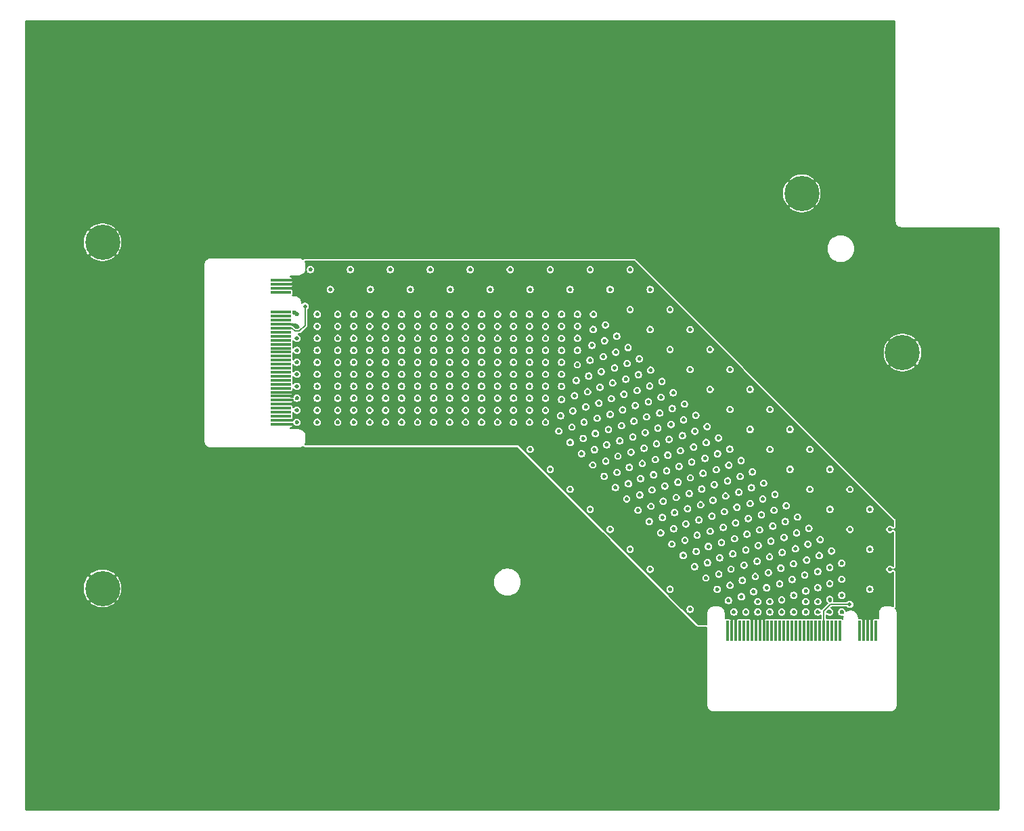
<source format=gbr>
%TF.GenerationSoftware,KiCad,Pcbnew,9.0.0*%
%TF.CreationDate,2025-04-28T14:42:44-04:00*%
%TF.ProjectId,Interposer_Board_IOCrest,496e7465-7270-46f7-9365-725f426f6172,rev?*%
%TF.SameCoordinates,Original*%
%TF.FileFunction,Copper,L4,Bot*%
%TF.FilePolarity,Positive*%
%FSLAX46Y46*%
G04 Gerber Fmt 4.6, Leading zero omitted, Abs format (unit mm)*
G04 Created by KiCad (PCBNEW 9.0.0) date 2025-04-28 14:42:44*
%MOMM*%
%LPD*%
G01*
G04 APERTURE LIST*
%TA.AperFunction,SMDPad,CuDef*%
%ADD10R,0.350000X2.500000*%
%TD*%
%TA.AperFunction,SMDPad,CuDef*%
%ADD11R,2.500000X0.350000*%
%TD*%
%TA.AperFunction,ComponentPad*%
%ADD12C,0.700000*%
%TD*%
%TA.AperFunction,ComponentPad*%
%ADD13C,4.400000*%
%TD*%
%TA.AperFunction,ViaPad*%
%ADD14C,0.508000*%
%TD*%
%TA.AperFunction,Conductor*%
%ADD15C,0.254000*%
%TD*%
%TA.AperFunction,Conductor*%
%ADD16C,0.152400*%
%TD*%
G04 APERTURE END LIST*
D10*
%TO.P,J2,1,1*%
%TO.N,unconnected-(J2-Pad1)*%
X158001100Y-97103600D03*
%TO.P,J2,3,3*%
%TO.N,+3V3*%
X158501100Y-97103600D03*
%TO.P,J2,5,5*%
X159001100Y-97103600D03*
%TO.P,J2,7,7*%
%TO.N,unconnected-(J2-Pad7)*%
X159501100Y-97103600D03*
%TO.P,J2,9,9*%
%TO.N,unconnected-(J2-Pad9)*%
X160001100Y-97103600D03*
%TO.P,J2,11,11*%
%TO.N,unconnected-(J2-Pad11)*%
X160501100Y-97103600D03*
%TO.P,J2,13,13*%
%TO.N,+3V3*%
X161001100Y-97103600D03*
%TO.P,J2,15,15*%
X161501100Y-97103600D03*
%TO.P,J2,17,17*%
X162001100Y-97103600D03*
%TO.P,J2,19,19*%
X162501100Y-97103600D03*
%TO.P,J2,21,21*%
%TO.N,unconnected-(J2-Pad21)*%
X163001100Y-97103600D03*
%TO.P,J2,23,23*%
%TO.N,unconnected-(J2-Pad23)*%
X163501100Y-97103600D03*
%TO.P,J2,25,25*%
%TO.N,unconnected-(J2-Pad25)*%
X164001100Y-97103600D03*
%TO.P,J2,27,27*%
%TO.N,unconnected-(J2-Pad27)*%
X164501100Y-97103600D03*
%TO.P,J2,29,29*%
%TO.N,unconnected-(J2-Pad29)*%
X165001100Y-97103600D03*
%TO.P,J2,31,31*%
%TO.N,unconnected-(J2-Pad31)*%
X165501100Y-97103600D03*
%TO.P,J2,33,33*%
%TO.N,unconnected-(J2-Pad33)*%
X166001100Y-97103600D03*
%TO.P,J2,35,35*%
%TO.N,unconnected-(J2-Pad35)*%
X166501100Y-97103600D03*
%TO.P,J2,37,37*%
%TO.N,unconnected-(J2-Pad37)*%
X167001100Y-97103600D03*
%TO.P,J2,39,39*%
%TO.N,unconnected-(J2-Pad39)*%
X167501100Y-97103600D03*
%TO.P,J2,41,41*%
%TO.N,unconnected-(J2-Pad41)*%
X168001100Y-97103600D03*
%TO.P,J2,43,43*%
%TO.N,unconnected-(J2-Pad43)*%
X168501100Y-97103600D03*
%TO.P,J2,45,45*%
%TO.N,unconnected-(J2-Pad45)*%
X169001100Y-97103600D03*
%TO.P,J2,47,47*%
%TO.N,unconnected-(J2-Pad47)*%
X169501100Y-97103600D03*
%TO.P,J2,49,49*%
%TO.N,/PERST#*%
X170001100Y-97103600D03*
%TO.P,J2,51,51*%
%TO.N,unconnected-(J2-Pad51)*%
X170501100Y-97103600D03*
%TO.P,J2,53,53*%
%TO.N,unconnected-(J2-Pad53)*%
X171001100Y-97103600D03*
%TO.P,J2,55,55*%
%TO.N,unconnected-(J2-Pad55)*%
X171501100Y-97103600D03*
%TO.P,J2,57,57*%
%TO.N,unconnected-(J2-Pad57)*%
X172001100Y-97103600D03*
%TO.P,J2,67,67*%
%TO.N,unconnected-(J2-Pad67)*%
X174501100Y-97103600D03*
%TO.P,J2,69,69*%
%TO.N,+3V3*%
X175001100Y-97103600D03*
%TO.P,J2,71,71*%
X175501100Y-97103600D03*
%TO.P,J2,73,73*%
X176001100Y-97103600D03*
%TO.P,J2,75,75*%
%TO.N,unconnected-(J2-Pad75)*%
X176501100Y-97103600D03*
%TD*%
D11*
%TO.P,J1,2,2*%
%TO.N,+3V3*%
X102083600Y-71228600D03*
%TO.P,J1,4,4*%
X102083600Y-70728600D03*
%TO.P,J1,6,6*%
%TO.N,unconnected-(J1-Pad6)*%
X102083600Y-70228600D03*
%TO.P,J1,8,8*%
%TO.N,unconnected-(J1-Pad8)*%
X102083600Y-69728600D03*
%TO.P,J1,10,10*%
%TO.N,unconnected-(J1-Pad10)*%
X102083600Y-69228600D03*
%TO.P,J1,12,12*%
%TO.N,+3V3*%
X102083600Y-68728600D03*
%TO.P,J1,14,14*%
X102083600Y-68228600D03*
%TO.P,J1,16,16*%
X102083600Y-67728600D03*
%TO.P,J1,18,18*%
X102083600Y-67228600D03*
%TO.P,J1,20,20*%
%TO.N,unconnected-(J1-Pad20)*%
X102083600Y-66728600D03*
%TO.P,J1,22,22*%
%TO.N,unconnected-(J1-Pad22)*%
X102083600Y-66228600D03*
%TO.P,J1,24,24*%
%TO.N,unconnected-(J1-Pad24)*%
X102083600Y-65728600D03*
%TO.P,J1,26,26*%
%TO.N,unconnected-(J1-Pad26)*%
X102083600Y-65228600D03*
%TO.P,J1,28,28*%
%TO.N,unconnected-(J1-Pad28)*%
X102083600Y-64728600D03*
%TO.P,J1,30,30*%
%TO.N,unconnected-(J1-Pad30)*%
X102083600Y-64228600D03*
%TO.P,J1,32,32*%
%TO.N,unconnected-(J1-Pad32)*%
X102083600Y-63728600D03*
%TO.P,J1,34,34*%
%TO.N,unconnected-(J1-Pad34)*%
X102083600Y-63228600D03*
%TO.P,J1,36,36*%
%TO.N,unconnected-(J1-Pad36)*%
X102083600Y-62728600D03*
%TO.P,J1,38,38*%
%TO.N,unconnected-(J1-Pad38)*%
X102083600Y-62228600D03*
%TO.P,J1,40,40*%
%TO.N,unconnected-(J1-Pad40)*%
X102083600Y-61728600D03*
%TO.P,J1,42,42*%
%TO.N,unconnected-(J1-Pad42)*%
X102083600Y-61228600D03*
%TO.P,J1,44,44*%
%TO.N,unconnected-(J1-Pad44)*%
X102083600Y-60728600D03*
%TO.P,J1,46,46*%
%TO.N,unconnected-(J1-Pad46)*%
X102083600Y-60228600D03*
%TO.P,J1,48,48*%
%TO.N,unconnected-(J1-Pad48)*%
X102083600Y-59728600D03*
%TO.P,J1,50,50*%
%TO.N,/PERST#*%
X102083600Y-59228600D03*
%TO.P,J1,52,52*%
%TO.N,GND*%
X102083600Y-58728600D03*
%TO.P,J1,54,54*%
%TO.N,unconnected-(J1-Pad54)*%
X102083600Y-58228600D03*
%TO.P,J1,56,56*%
%TO.N,unconnected-(J1-Pad56)*%
X102083600Y-57728600D03*
%TO.P,J1,58,58*%
%TO.N,unconnected-(J1-Pad58)*%
X102083600Y-57228600D03*
%TO.P,J1,68,68*%
%TO.N,unconnected-(J1-Pad68)*%
X102083600Y-54728600D03*
%TO.P,J1,70,70*%
%TO.N,+3V3*%
X102083600Y-54228600D03*
%TO.P,J1,72,72*%
X102083600Y-53728600D03*
%TO.P,J1,74,74*%
X102083600Y-53228600D03*
%TD*%
D12*
%TO.P,H2,1,1*%
%TO.N,GND*%
X165601100Y-42353600D03*
X166084374Y-41186874D03*
X166084374Y-43520326D03*
X167251100Y-40703600D03*
D13*
X167251100Y-42353600D03*
D12*
X167251100Y-44003600D03*
X168417826Y-41186874D03*
X168417826Y-43520326D03*
X168901100Y-42353600D03*
%TD*%
%TO.P,H4,1,1*%
%TO.N,GND*%
X78126100Y-91778600D03*
X78609374Y-90611874D03*
X78609374Y-92945326D03*
X79776100Y-90128600D03*
D13*
X79776100Y-91778600D03*
D12*
X79776100Y-93428600D03*
X80942826Y-90611874D03*
X80942826Y-92945326D03*
X81426100Y-91778600D03*
%TD*%
%TO.P,H1,1,1*%
%TO.N,GND*%
X178196100Y-62278600D03*
X178679374Y-61111874D03*
X178679374Y-63445326D03*
X179846100Y-60628600D03*
D13*
X179846100Y-62278600D03*
D12*
X179846100Y-63928600D03*
X181012826Y-61111874D03*
X181012826Y-63445326D03*
X181496100Y-62278600D03*
%TD*%
%TO.P,H3,1,1*%
%TO.N,GND*%
X78126100Y-48478600D03*
X78609374Y-47311874D03*
X78609374Y-49645326D03*
X79776100Y-46828600D03*
D13*
X79776100Y-48478600D03*
D12*
X79776100Y-50128600D03*
X80942826Y-47311874D03*
X80942826Y-49645326D03*
X81426100Y-48478600D03*
%TD*%
D14*
%TO.N,GND*%
X105776100Y-41878600D03*
X85776100Y-22128600D03*
X155776100Y-51878600D03*
X112026100Y-22128600D03*
X169246100Y-89668600D03*
X165776100Y-76878600D03*
X95776100Y-46878600D03*
X179526100Y-118878600D03*
X165776100Y-51878600D03*
X138280100Y-73502600D03*
X148066100Y-68428600D03*
X123191100Y-64983600D03*
X170966100Y-87088600D03*
X70776100Y-26378600D03*
X103276100Y-49378600D03*
X155296100Y-73518600D03*
X164628100Y-89240600D03*
X189361886Y-46964386D03*
X150776100Y-51878600D03*
X108276100Y-49378600D03*
X128276100Y-84378600D03*
X111191100Y-64983600D03*
X129191100Y-58983600D03*
X123276100Y-118878600D03*
X106641100Y-58983600D03*
X85776100Y-81878600D03*
X93276100Y-114378600D03*
X159138100Y-81620600D03*
X162776100Y-21378600D03*
X104526100Y-118878600D03*
X70776100Y-32378600D03*
X173276100Y-84378600D03*
X109191100Y-70983600D03*
X83276100Y-114378600D03*
X106641100Y-63483600D03*
X103276100Y-89378600D03*
X115776100Y-101878600D03*
X73276100Y-109378600D03*
X165194100Y-83416600D03*
X90776100Y-96878600D03*
X188276100Y-79378600D03*
X153276100Y-39378600D03*
X80776100Y-106878600D03*
X149756100Y-65878600D03*
X143276100Y-109378600D03*
X168276100Y-114378600D03*
X103276100Y-84378600D03*
X100776100Y-101878600D03*
X180776100Y-66878600D03*
X117191100Y-66483600D03*
X156310100Y-78792600D03*
X117191100Y-70983600D03*
X146974100Y-80076600D03*
X98276100Y-114378600D03*
X113191100Y-61983600D03*
X70776100Y-46378600D03*
X111191100Y-61983600D03*
X188276100Y-69378600D03*
X166526100Y-21378600D03*
X152956100Y-81798600D03*
X88276100Y-109378600D03*
X178276100Y-59378600D03*
X125191100Y-63483600D03*
X73276100Y-104378600D03*
X103276100Y-44378600D03*
X88276100Y-54378600D03*
X151526100Y-21378600D03*
X119191100Y-58983600D03*
X135191100Y-61983600D03*
X103276100Y-79378600D03*
X149640100Y-67862600D03*
X190776100Y-116378600D03*
X103276100Y-114378600D03*
X87776100Y-21378600D03*
X121191100Y-67983600D03*
X83276100Y-74378600D03*
X147084100Y-78046600D03*
X95276100Y-118128600D03*
X70776100Y-66378600D03*
X115776100Y-96878600D03*
X95776100Y-81878600D03*
X135776100Y-41878600D03*
X180776100Y-116378600D03*
X90776100Y-51878600D03*
X110776100Y-86878600D03*
X163276100Y-69378600D03*
X110776100Y-41878600D03*
X104091100Y-67983600D03*
X125191100Y-69483600D03*
X187361885Y-46964386D03*
X155776100Y-31878600D03*
X163896100Y-80018600D03*
X157418100Y-84140600D03*
X123191100Y-67983600D03*
X190776100Y-74378600D03*
X125776100Y-76878600D03*
X148276100Y-44378600D03*
X175776100Y-86878600D03*
X139191100Y-61983600D03*
X145514100Y-61636600D03*
X142522100Y-77744600D03*
X110776100Y-101878600D03*
X153276100Y-99378600D03*
X123276100Y-39378600D03*
X85776100Y-61878600D03*
X115776100Y-111878600D03*
X119191100Y-57483600D03*
X190776100Y-104378600D03*
X140776100Y-41878600D03*
X70776100Y-54378600D03*
X151542100Y-80384600D03*
X125776100Y-116378600D03*
X95776100Y-106878600D03*
X133276100Y-74378600D03*
X73276100Y-69378600D03*
X139036100Y-65758600D03*
X103276100Y-39378600D03*
X144998100Y-67480600D03*
X160026100Y-88868600D03*
X143276100Y-94378600D03*
X141644100Y-70486600D03*
X130776100Y-86878600D03*
X88276100Y-99378600D03*
X153276100Y-24378600D03*
X113276100Y-54378600D03*
X139191100Y-57483600D03*
X139694100Y-74916600D03*
X170276100Y-118128600D03*
X119526100Y-22128600D03*
X160776100Y-46878600D03*
X151326100Y-82288600D03*
X158276100Y-114378600D03*
X70776100Y-106378600D03*
X118276100Y-44378600D03*
X129191100Y-61983600D03*
X159810100Y-90772600D03*
X148276100Y-104378600D03*
X88276100Y-94378600D03*
X95776100Y-111878600D03*
X142732100Y-75834600D03*
X133276100Y-34378600D03*
X109191100Y-64983600D03*
X175776100Y-76878600D03*
X113276100Y-49378600D03*
X106641100Y-70983600D03*
X188276100Y-114378600D03*
X133191100Y-60483600D03*
X70776100Y-48378600D03*
X150488100Y-75100600D03*
X80776100Y-86878600D03*
X70776100Y-72378600D03*
X185776100Y-86878600D03*
X169246100Y-93428600D03*
X145350100Y-80572600D03*
X70776100Y-30378600D03*
X113191100Y-67983600D03*
X129191100Y-70983600D03*
X138276100Y-22128600D03*
X117191100Y-69483600D03*
X70776100Y-98378600D03*
X113276100Y-79378600D03*
X145776100Y-86878600D03*
X138276100Y-54378600D03*
X144026100Y-118128600D03*
X145776100Y-96878600D03*
X129191100Y-67983600D03*
X70776100Y-78378600D03*
X72526100Y-21378600D03*
X158276100Y-49378600D03*
X190776100Y-58378600D03*
X93276100Y-94378600D03*
X183276100Y-84378600D03*
X150776100Y-116378600D03*
X154044100Y-87146600D03*
X168276100Y-24378600D03*
X120776100Y-46878600D03*
X106641100Y-60483600D03*
X74526100Y-118878600D03*
X85776100Y-66878600D03*
X70776100Y-34378600D03*
X111191100Y-66483600D03*
X165776100Y-66878600D03*
X153882100Y-72104600D03*
X104091100Y-64983600D03*
X133276100Y-84378600D03*
X85776100Y-96878600D03*
X138276100Y-118878600D03*
X123276100Y-104378600D03*
X157724100Y-80206600D03*
X178276100Y-41378600D03*
X118276100Y-114378600D03*
X145776100Y-91878600D03*
X138276100Y-29378600D03*
X190776100Y-100378600D03*
X159378100Y-79740600D03*
X129191100Y-66483600D03*
X145398100Y-63620600D03*
X109191100Y-61983600D03*
X145776100Y-56878600D03*
X140776100Y-101878600D03*
X153316100Y-77928600D03*
X143276100Y-29378600D03*
X133276100Y-104378600D03*
X115776100Y-91878600D03*
X147826100Y-70308600D03*
X163276100Y-29378600D03*
X150776100Y-46878600D03*
X180776100Y-56878600D03*
X78276100Y-84378600D03*
X155276100Y-21378600D03*
X148276100Y-114378600D03*
X168276100Y-74378600D03*
X109191100Y-58983600D03*
X137186100Y-68148600D03*
X75776100Y-91878600D03*
X110776100Y-116378600D03*
X83276100Y-79378600D03*
X135191100Y-66483600D03*
X168276100Y-59378600D03*
X118276100Y-84378600D03*
X111191100Y-63483600D03*
X100776100Y-106878600D03*
X183276100Y-118878600D03*
X159026100Y-21378600D03*
X188276100Y-109378600D03*
X153276100Y-29378600D03*
X117191100Y-67983600D03*
X168276100Y-22128600D03*
X108276100Y-79378600D03*
X163276100Y-39378600D03*
X162366100Y-80588600D03*
X115191100Y-61983600D03*
X151006100Y-86228600D03*
X104091100Y-61983600D03*
X113191100Y-64983600D03*
X190776100Y-60378600D03*
X83276100Y-64378600D03*
X113276100Y-99378600D03*
X154730100Y-79342600D03*
X138276100Y-84378600D03*
X133191100Y-67983600D03*
X145886100Y-74728600D03*
X85776100Y-91878600D03*
X173276100Y-74378600D03*
X84026100Y-118128600D03*
X153834100Y-89056600D03*
X108276100Y-99378600D03*
X160776100Y-118878600D03*
X88276100Y-74378600D03*
X160776100Y-71878600D03*
X188276100Y-49378600D03*
X178276100Y-49378600D03*
X70776100Y-44378600D03*
X127191100Y-61983600D03*
X104091100Y-58983600D03*
X163276100Y-34378600D03*
X100776100Y-118878600D03*
X83276100Y-104378600D03*
X185776100Y-51878600D03*
X144472100Y-73314600D03*
X151054100Y-69276600D03*
X159026100Y-118128600D03*
X140776100Y-86878600D03*
X80776100Y-96878600D03*
X131191100Y-70983600D03*
X93276100Y-24378600D03*
X183276100Y-64378600D03*
X144692100Y-71414600D03*
X127191100Y-70983600D03*
X98276100Y-49378600D03*
X166246100Y-94728600D03*
X160776100Y-22128600D03*
X90776100Y-56878600D03*
X158612100Y-87454600D03*
X130776100Y-81878600D03*
X88276100Y-114378600D03*
X113276100Y-39378600D03*
X113191100Y-70983600D03*
X118276100Y-74378600D03*
X146928100Y-63050600D03*
X118276100Y-89378600D03*
X73276100Y-44378600D03*
X190776100Y-54378600D03*
X125191100Y-60483600D03*
X150348100Y-77070600D03*
X73276100Y-89378600D03*
X190776100Y-86378600D03*
X143276100Y-54378600D03*
X139191100Y-58983600D03*
X113276100Y-94378600D03*
X140776100Y-106878600D03*
X190776100Y-114378600D03*
X129191100Y-63483600D03*
X120776100Y-86878600D03*
X100776100Y-76878600D03*
X138276100Y-99378600D03*
X190776100Y-88378600D03*
X99026100Y-118128600D03*
X157198100Y-86040600D03*
X128276100Y-39378600D03*
X80776100Y-76878600D03*
X145776100Y-41878600D03*
X140996100Y-61358600D03*
X113276100Y-74378600D03*
X155776100Y-46878600D03*
X99026100Y-21378600D03*
X158746100Y-94728600D03*
X115191100Y-58983600D03*
X98276100Y-89378600D03*
X190776100Y-66378600D03*
X175776100Y-81878600D03*
X180776100Y-71878600D03*
X90776100Y-101878600D03*
X156710100Y-74932600D03*
X155776100Y-61878600D03*
X108276100Y-74378600D03*
X76526100Y-118128600D03*
X165776100Y-31878600D03*
X119526100Y-118878600D03*
X158276100Y-59378600D03*
X109191100Y-57483600D03*
X150776100Y-101878600D03*
X149074100Y-73686600D03*
X149912100Y-80874600D03*
X158276100Y-64378600D03*
X75776100Y-71878600D03*
X174026100Y-118128600D03*
X141864100Y-68586600D03*
X103276100Y-24378600D03*
X170776100Y-36878600D03*
X189026100Y-118128600D03*
X161440100Y-90282600D03*
X70776100Y-116378600D03*
X123276100Y-34378600D03*
X185776100Y-111878600D03*
X157026100Y-118878600D03*
X100776100Y-91878600D03*
X173276100Y-34378600D03*
X161756100Y-93428600D03*
X70776100Y-56378600D03*
X133276100Y-79378600D03*
X110776100Y-106878600D03*
X188276100Y-74378600D03*
X154370100Y-83212600D03*
X113276100Y-44378600D03*
X70776100Y-92378600D03*
X98276100Y-44378600D03*
X138816100Y-67658600D03*
X110776100Y-51878600D03*
X108276100Y-94378600D03*
X93276100Y-79378600D03*
X70776100Y-114378600D03*
X106641100Y-67983600D03*
X188276100Y-89378600D03*
X108276100Y-109378600D03*
X142026100Y-22128600D03*
X156982100Y-87944600D03*
X163276100Y-74378600D03*
X146812100Y-65034600D03*
X190776100Y-80378600D03*
X153276100Y-94378600D03*
X108276100Y-89378600D03*
X135191100Y-67983600D03*
X180776100Y-81878600D03*
X135776100Y-86878600D03*
X125191100Y-66483600D03*
X93276100Y-74428600D03*
X178276100Y-54378600D03*
X149526100Y-118878600D03*
X170776100Y-111878600D03*
X113191100Y-69483600D03*
X148276100Y-89378600D03*
X143058100Y-71900600D03*
X162482100Y-78604600D03*
X144026100Y-21378600D03*
X103276100Y-99378600D03*
X149480100Y-69842600D03*
X73276100Y-64378600D03*
X127191100Y-64983600D03*
X160776100Y-116378600D03*
X102776100Y-118128600D03*
X141108100Y-76330600D03*
X170756100Y-91158601D03*
X188276100Y-84378600D03*
X83276100Y-84378600D03*
X178276100Y-45378600D03*
X123191100Y-66483600D03*
X140776100Y-96878600D03*
X141428100Y-72390600D03*
X118276100Y-39378600D03*
X70776100Y-110378600D03*
X150776100Y-91878600D03*
X83276100Y-24378600D03*
X175776100Y-31878600D03*
X178276100Y-74378600D03*
X106641100Y-66483600D03*
X173276100Y-24378600D03*
X125191100Y-58983600D03*
X78276100Y-22128600D03*
X76526100Y-21378600D03*
X85776100Y-101878600D03*
X138276100Y-114378600D03*
X175776100Y-22128600D03*
X164746100Y-93198600D03*
X185776100Y-71878600D03*
X156144100Y-80756600D03*
X158286100Y-91388600D03*
X178276100Y-89378600D03*
X158276100Y-44378600D03*
X158124100Y-76346600D03*
X100776100Y-116378600D03*
X148498100Y-79460600D03*
X190776100Y-90378600D03*
X144256100Y-75218600D03*
X170776100Y-41878600D03*
X190776100Y-64378600D03*
X123276100Y-84378600D03*
X145776100Y-118878600D03*
X73276100Y-94378600D03*
X125776100Y-96878600D03*
X70776100Y-74378600D03*
X168276100Y-29378600D03*
X147660100Y-72272600D03*
X166608100Y-84830600D03*
X146652100Y-67014600D03*
X168276100Y-34378600D03*
X168276100Y-79378600D03*
X120776100Y-41878600D03*
X93276100Y-22128600D03*
X170776100Y-56878600D03*
X158832100Y-85554600D03*
X157558100Y-82170600D03*
X130776100Y-51878600D03*
X105776100Y-86878600D03*
X158276100Y-34378600D03*
X141156100Y-59378600D03*
X115191100Y-57483600D03*
X119191100Y-69483600D03*
X160246100Y-94728600D03*
X95776100Y-86878600D03*
X129191100Y-57483600D03*
X127191100Y-67983600D03*
X141318100Y-74420600D03*
X133191100Y-69483600D03*
X185776100Y-56878600D03*
X83276100Y-69378600D03*
X160552100Y-83034600D03*
X110776100Y-96878600D03*
X148714100Y-77556600D03*
X157026100Y-22128600D03*
X180776100Y-96878600D03*
X128276100Y-49378600D03*
X115191100Y-67983600D03*
X155776100Y-66878600D03*
X131191100Y-58983600D03*
X70776100Y-104378600D03*
X187026100Y-118878600D03*
X90776100Y-46878600D03*
X149802100Y-82904600D03*
X140776100Y-81878600D03*
X153276100Y-49378600D03*
X158276100Y-39378600D03*
X160776100Y-41878600D03*
X142170100Y-64652600D03*
X90776100Y-91878600D03*
X148276100Y-29378600D03*
X109191100Y-66483600D03*
X70776100Y-70378600D03*
X190776100Y-112378600D03*
X143984100Y-62206600D03*
X125776100Y-106878600D03*
X113191100Y-63483600D03*
X135776100Y-91878600D03*
X110776100Y-91878600D03*
X73276100Y-99378600D03*
X78276100Y-24378600D03*
X161966100Y-84448600D03*
X143276100Y-39378600D03*
X136526100Y-118128600D03*
X70776100Y-100378600D03*
X117191100Y-60483600D03*
X135191100Y-63483600D03*
X70776100Y-84378600D03*
X148276100Y-99378600D03*
X170276100Y-21378600D03*
X90776100Y-66878600D03*
X170776100Y-71878600D03*
X75776100Y-101878600D03*
X133276100Y-109378600D03*
X73276100Y-74378600D03*
X70776100Y-102378600D03*
X185361886Y-46964386D03*
X166448100Y-86810600D03*
X123276100Y-79378600D03*
X133276100Y-99378600D03*
X143584100Y-66066600D03*
X168022100Y-86244600D03*
X161660100Y-88382600D03*
X123191100Y-58983600D03*
X146246100Y-70858600D03*
X180776100Y-51878600D03*
X133276100Y-54378600D03*
X183276100Y-99378600D03*
X127191100Y-60483600D03*
X110776100Y-111878600D03*
X160792100Y-81154600D03*
X143278100Y-70000600D03*
X170756100Y-93158602D03*
X125776100Y-81878600D03*
X118276100Y-99378600D03*
X70776100Y-88378600D03*
X109191100Y-60483600D03*
X78276100Y-64378600D03*
X98276100Y-104378600D03*
X150776100Y-56878600D03*
X110276100Y-21378600D03*
X148276100Y-39378600D03*
X175776100Y-41878600D03*
X169246100Y-91668601D03*
X131191100Y-66483600D03*
X120776100Y-81878600D03*
X175776100Y-111878600D03*
X163276100Y-109378600D03*
X85776100Y-111878600D03*
X70776100Y-36378600D03*
X93276100Y-89378600D03*
X160776100Y-61878600D03*
X70776100Y-68378600D03*
X123276100Y-54378600D03*
X158396100Y-89358600D03*
X190776100Y-50378600D03*
X133191100Y-63483600D03*
X115776100Y-41878600D03*
X140230100Y-69072600D03*
X118276100Y-49378600D03*
X153276100Y-59378600D03*
X123191100Y-70983600D03*
X127191100Y-69483600D03*
X70776100Y-86378600D03*
X93276100Y-99378600D03*
X75776100Y-111878600D03*
X142004100Y-66616600D03*
X148388100Y-81490600D03*
X74526100Y-22128600D03*
X111191100Y-57483600D03*
X152740100Y-83702600D03*
X170776100Y-66878600D03*
X82026100Y-22128600D03*
X185776100Y-91878600D03*
X144832100Y-69444600D03*
X172246100Y-88628600D03*
X163074100Y-89796600D03*
X148276100Y-94378600D03*
X190776100Y-106378600D03*
X80776100Y-116378600D03*
X150776100Y-106878600D03*
X145776100Y-111878600D03*
X133276100Y-29378600D03*
X121191100Y-70983600D03*
X90776100Y-76878600D03*
X166526100Y-118128600D03*
X98276100Y-24378600D03*
X135191100Y-58983600D03*
X70776100Y-96378600D03*
X110776100Y-81878600D03*
X119191100Y-67983600D03*
X175776100Y-116378600D03*
X162206100Y-82568600D03*
X185776100Y-81878600D03*
X131191100Y-63483600D03*
X139191100Y-60483600D03*
X178276100Y-23378600D03*
X88276100Y-64378600D03*
X138276100Y-104378600D03*
X173276100Y-114378600D03*
X158276100Y-29378600D03*
X125776100Y-51878600D03*
X151170100Y-67292600D03*
X130776100Y-116378600D03*
X168276100Y-118878600D03*
X151902100Y-76514600D03*
X162854100Y-91696600D03*
X138276100Y-44378600D03*
X158076100Y-93298600D03*
X70776100Y-94378600D03*
X70776100Y-80378600D03*
X137191100Y-60483600D03*
X170776100Y-51878600D03*
X70776100Y-42378600D03*
X135776100Y-101878600D03*
X154590100Y-81312600D03*
X135776100Y-96878600D03*
X180776100Y-106878600D03*
X175776100Y-118878600D03*
X150128100Y-78970600D03*
X111191100Y-58983600D03*
X150894100Y-71256600D03*
X185776100Y-76878600D03*
X138276100Y-24378600D03*
X112026100Y-118878600D03*
X142842100Y-73804600D03*
X190776100Y-62378600D03*
X165776100Y-116378600D03*
X73276100Y-79378600D03*
X100776100Y-41878600D03*
X78276100Y-74378600D03*
X80276100Y-118128600D03*
X185776100Y-101878600D03*
X128276100Y-99378600D03*
X128276100Y-114378600D03*
X168276100Y-54378600D03*
X117776100Y-118128600D03*
X85776100Y-116378600D03*
X183361885Y-46964386D03*
X156550100Y-76912600D03*
X120776100Y-91878600D03*
X143824100Y-64186600D03*
X91526100Y-21378600D03*
X80276100Y-21378600D03*
X138276100Y-109378600D03*
X164746100Y-94728600D03*
X83276100Y-109378600D03*
X143276100Y-89378600D03*
X106526100Y-118128600D03*
X113276100Y-114378600D03*
X153722100Y-74084600D03*
X120776100Y-116378600D03*
X140276100Y-21378600D03*
X190776100Y-108378600D03*
X117191100Y-57483600D03*
X98276100Y-94378600D03*
X125276100Y-21378600D03*
X91526100Y-118128600D03*
X75776100Y-61878600D03*
X188276100Y-59378600D03*
X160246100Y-86968600D03*
X70776100Y-28378600D03*
X158276100Y-24378600D03*
X178276100Y-39378600D03*
X173276100Y-44378600D03*
X115776100Y-51878600D03*
X140450100Y-67172600D03*
X120776100Y-96878600D03*
X115776100Y-81878600D03*
X93276100Y-44378600D03*
X175776100Y-51878600D03*
X75776100Y-96878600D03*
X121191100Y-64983600D03*
X100776100Y-86878600D03*
X178276100Y-27378600D03*
X85776100Y-56878600D03*
X133276100Y-89378600D03*
X88276100Y-79378600D03*
X78276100Y-79378600D03*
X83276100Y-94378600D03*
X150654100Y-73136600D03*
X179361885Y-46964386D03*
X163620100Y-83982600D03*
X165776100Y-61878600D03*
X121191100Y-60483600D03*
X165776100Y-111878600D03*
X148276100Y-109378600D03*
X123276100Y-99378600D03*
X111191100Y-69483600D03*
X90776100Y-81878600D03*
X125776100Y-111878600D03*
X153276100Y-44378600D03*
X75776100Y-66878600D03*
X111191100Y-67983600D03*
X147300100Y-76142600D03*
X136866100Y-72088600D03*
X118276100Y-94378600D03*
X113191100Y-58983600D03*
X190776100Y-84378600D03*
X102776100Y-21378600D03*
X149592100Y-84814600D03*
X175776100Y-26878600D03*
X103276100Y-109378600D03*
X175776100Y-36878600D03*
X156872100Y-89974600D03*
X190776100Y-82378600D03*
X85776100Y-118878600D03*
X181526100Y-118128600D03*
X83276100Y-44378600D03*
X138276100Y-34378600D03*
X123276100Y-22128600D03*
X185776100Y-96878600D03*
X70776100Y-38378600D03*
X114026100Y-21378600D03*
X78276100Y-114378600D03*
X73276100Y-39378600D03*
X153276100Y-109378600D03*
X115776100Y-22128600D03*
X93276100Y-109378600D03*
X168276100Y-49378600D03*
X133276100Y-49378600D03*
X190776100Y-70378600D03*
X165034100Y-85396600D03*
X140276100Y-118128600D03*
X133276100Y-114378600D03*
X161800100Y-86412600D03*
X166246100Y-92648600D03*
X166208100Y-88690600D03*
X138276100Y-39378600D03*
X152420100Y-87642600D03*
X143276100Y-99378600D03*
X150776100Y-96878600D03*
X73276100Y-59378600D03*
X155776100Y-41878600D03*
X98276100Y-99378600D03*
X145776100Y-22128600D03*
X90776100Y-41878600D03*
X172246100Y-92628602D03*
X190776100Y-102378600D03*
X135191100Y-60483600D03*
X119191100Y-66483600D03*
X173276100Y-109378600D03*
X163276100Y-44378600D03*
X114026100Y-118128600D03*
X133276100Y-24378600D03*
X160776100Y-56878600D03*
X115191100Y-69483600D03*
X178276100Y-79378600D03*
X190776100Y-94378600D03*
X155276100Y-118128600D03*
X168276100Y-64378600D03*
X145670100Y-76632600D03*
X105776100Y-96878600D03*
X133191100Y-64983600D03*
X70776100Y-58378600D03*
X143276100Y-34378600D03*
X135191100Y-64983600D03*
X163276100Y-49378600D03*
X140590100Y-65202600D03*
X163246100Y-94728600D03*
X137191100Y-58983600D03*
X105776100Y-76878600D03*
X143276100Y-49378600D03*
X190776100Y-48378600D03*
X133191100Y-66483600D03*
X104091100Y-70983600D03*
X134526100Y-22128600D03*
X170776100Y-46878600D03*
X150776100Y-41878600D03*
X169246100Y-94728600D03*
X118276100Y-79378600D03*
X118276100Y-109378600D03*
X161224100Y-92186600D03*
X128276100Y-54378600D03*
X150776100Y-31878600D03*
X190776100Y-72378600D03*
X140776100Y-46878600D03*
X145560100Y-78662600D03*
X167862100Y-88224600D03*
X143276100Y-44378600D03*
X162776100Y-118128600D03*
X125191100Y-57483600D03*
X168138100Y-84260600D03*
X133276100Y-39378600D03*
X133191100Y-58983600D03*
X131191100Y-64983600D03*
X159700100Y-92802600D03*
X185776100Y-66878600D03*
X115191100Y-63483600D03*
X115776100Y-76878600D03*
X178276100Y-37378600D03*
X148276100Y-34378600D03*
X137191100Y-66483600D03*
X83276100Y-49378600D03*
X148178100Y-83400600D03*
X163276100Y-24378600D03*
X75776100Y-81878600D03*
X157964100Y-78326600D03*
X90776100Y-111878600D03*
X148934100Y-75656600D03*
X115776100Y-46878600D03*
X190776100Y-96378600D03*
X133191100Y-70983600D03*
X80776100Y-71878600D03*
X104091100Y-66483600D03*
X146106100Y-72828600D03*
X98276100Y-109378600D03*
X137191100Y-63483600D03*
X80776100Y-111878600D03*
X158972100Y-83584600D03*
X160776100Y-66878600D03*
X70776100Y-64378600D03*
X170776100Y-61878600D03*
X85776100Y-51878600D03*
X135776100Y-76878600D03*
X130776100Y-111878600D03*
X98276100Y-84378600D03*
X117191100Y-61983600D03*
X90776100Y-106878600D03*
X75776100Y-86878600D03*
X105776100Y-51878600D03*
X154154100Y-85116600D03*
X125191100Y-70983600D03*
X117191100Y-63483600D03*
X143276100Y-104378600D03*
X155412100Y-71534600D03*
X190776100Y-68378600D03*
X78276100Y-109378600D03*
X170776100Y-31878600D03*
X121191100Y-57483600D03*
X113276100Y-84378600D03*
X128276100Y-89378600D03*
X144146100Y-77248600D03*
X170776100Y-116378600D03*
X117776100Y-21378600D03*
X85776100Y-106878600D03*
X119191100Y-60483600D03*
X149526100Y-22128600D03*
X151216100Y-84318600D03*
X148276100Y-24378600D03*
X142570100Y-60792600D03*
X118276100Y-104378600D03*
X83276100Y-99378600D03*
X90776100Y-86878600D03*
X118276100Y-54378600D03*
X123276100Y-49378600D03*
X147776100Y-21378600D03*
X103276100Y-104378600D03*
X158276100Y-54378600D03*
X136526100Y-21378600D03*
X113276100Y-89378600D03*
X104091100Y-60483600D03*
X178276100Y-35378600D03*
X111191100Y-70983600D03*
X95776100Y-116378600D03*
X135776100Y-116378600D03*
X128276100Y-44378600D03*
X88276100Y-59378600D03*
X127026100Y-118878600D03*
X121191100Y-66483600D03*
X178276100Y-109378600D03*
X139176100Y-63788600D03*
X125776100Y-91878600D03*
X140776100Y-91878600D03*
X134526100Y-118878600D03*
X103276100Y-94378600D03*
X180776100Y-91878600D03*
X183276100Y-59378600D03*
X139904100Y-73006600D03*
X174026100Y-21378600D03*
X121191100Y-63483600D03*
X180776100Y-111878600D03*
X153276100Y-54378600D03*
X78276100Y-104378600D03*
X151526100Y-118128600D03*
X127191100Y-66483600D03*
X178276100Y-25378600D03*
X90776100Y-71878600D03*
X170756100Y-89158600D03*
X170776100Y-76878600D03*
X173276100Y-69378600D03*
X115776100Y-86878600D03*
X133191100Y-57483600D03*
X167746100Y-93428600D03*
X70776100Y-60378600D03*
X78276100Y-69378600D03*
X142686100Y-58808600D03*
X121526100Y-21378600D03*
X93276100Y-104378600D03*
X123276100Y-44378600D03*
X168276100Y-69378600D03*
X175776100Y-46878600D03*
X178276100Y-43378600D03*
X85776100Y-86878600D03*
X108276100Y-39378600D03*
X120776100Y-51878600D03*
X108276100Y-104378600D03*
X127191100Y-58983600D03*
X185776100Y-116378600D03*
X78276100Y-59378600D03*
X73276100Y-24378600D03*
X123276100Y-74378600D03*
X160952100Y-79174600D03*
X180776100Y-86878600D03*
X83276100Y-59378600D03*
X130776100Y-41878600D03*
X170756100Y-94728600D03*
X123191100Y-69483600D03*
X97026100Y-118878600D03*
X113191100Y-57483600D03*
X130776100Y-22128600D03*
X95776100Y-41878600D03*
X108276100Y-118878600D03*
X143418100Y-68030600D03*
X135191100Y-69483600D03*
X135776100Y-46878600D03*
X163276100Y-59378600D03*
X143936100Y-79158600D03*
X129026100Y-21378600D03*
X105776100Y-81878600D03*
X113276100Y-109378600D03*
X173276100Y-59378600D03*
X130776100Y-96878600D03*
X143276100Y-114378600D03*
X129191100Y-60483600D03*
X172026100Y-22128600D03*
X88276100Y-44378600D03*
X178276100Y-31378600D03*
X115191100Y-70983600D03*
X83276100Y-89378600D03*
X105776100Y-46878600D03*
X133191100Y-61983600D03*
X110276100Y-118128600D03*
X152630100Y-85732600D03*
X123191100Y-61983600D03*
X165776100Y-26878600D03*
X183276100Y-109378600D03*
X106641100Y-61983600D03*
X73276100Y-34378600D03*
X131191100Y-61983600D03*
X183276100Y-74378600D03*
X82026100Y-118878600D03*
X131191100Y-60483600D03*
X163276100Y-54378600D03*
X145776100Y-51878600D03*
X183276100Y-89378600D03*
X183276100Y-104378600D03*
X172246100Y-94728600D03*
X135191100Y-70983600D03*
X113191100Y-66483600D03*
X147776100Y-118128600D03*
X109191100Y-63483600D03*
X80776100Y-56878600D03*
X70776100Y-52378600D03*
X123276100Y-89378600D03*
X123276100Y-109378600D03*
X165310100Y-81432600D03*
X140776100Y-111878600D03*
X88276100Y-24378600D03*
X175776100Y-91878600D03*
X105776100Y-116378600D03*
X164526100Y-118878600D03*
X130776100Y-46878600D03*
X135776100Y-51878600D03*
X158240100Y-74362600D03*
X155776100Y-111878600D03*
X121191100Y-69483600D03*
X152308100Y-72670600D03*
X183276100Y-69378600D03*
X173276100Y-39378600D03*
X80776100Y-66878600D03*
X109191100Y-69483600D03*
X121526100Y-118128600D03*
X178276100Y-69378600D03*
X173276100Y-54378600D03*
X175776100Y-66878600D03*
X98276100Y-74428600D03*
X155568100Y-86530600D03*
X166724100Y-82846600D03*
X130776100Y-118878600D03*
X177776100Y-21378600D03*
X155776100Y-116378600D03*
X113191100Y-60483600D03*
X160776100Y-51878600D03*
X141191100Y-57483600D03*
X155458100Y-88560600D03*
X140776100Y-51878600D03*
X129191100Y-69483600D03*
X158276100Y-69378600D03*
X160776100Y-111878600D03*
X95776100Y-101878600D03*
X105776100Y-111878600D03*
X85776100Y-71878600D03*
X73276100Y-114378600D03*
X140014100Y-70976600D03*
X104091100Y-69483600D03*
X140776100Y-31878600D03*
X153998100Y-70120600D03*
X119191100Y-64983600D03*
X98276100Y-79378600D03*
X88276100Y-84378600D03*
X177776100Y-118128600D03*
X98276100Y-39378600D03*
X138276100Y-49378600D03*
X183276100Y-79378600D03*
X103276100Y-74428600D03*
X104091100Y-63483600D03*
X190776100Y-56378600D03*
X93276100Y-118878600D03*
X131191100Y-57483600D03*
X170776100Y-26878600D03*
X115191100Y-60483600D03*
X135776100Y-31878600D03*
X142026100Y-118878600D03*
X78276100Y-99378600D03*
X90776100Y-116378600D03*
X125191100Y-64983600D03*
X131191100Y-67983600D03*
X100776100Y-81878600D03*
X149240100Y-71722600D03*
X128276100Y-74378600D03*
X129026100Y-118128600D03*
X104091100Y-57483600D03*
X125276100Y-118128600D03*
X115776100Y-118878600D03*
X85776100Y-76878600D03*
X127026100Y-22128600D03*
X159538100Y-77760600D03*
X167746100Y-94728600D03*
X125191100Y-67983600D03*
X70776100Y-62378600D03*
X169436100Y-87658600D03*
X125776100Y-41878600D03*
X90776100Y-61878600D03*
X163214100Y-87826600D03*
X80776100Y-81878600D03*
X161068100Y-77190600D03*
X145776100Y-31878600D03*
X163780100Y-82002600D03*
X117191100Y-58983600D03*
X137076100Y-70178600D03*
X135191100Y-57483600D03*
X130776100Y-101878600D03*
X105776100Y-101878600D03*
X123276100Y-114378600D03*
X130776100Y-106878600D03*
X138276100Y-79378600D03*
X153482100Y-75964600D03*
X106641100Y-69483600D03*
X95776100Y-76878600D03*
X113276100Y-104378600D03*
X80776100Y-61878600D03*
X120776100Y-111878600D03*
X70776100Y-118878600D03*
X118276100Y-24378600D03*
X154896100Y-77378600D03*
X150776100Y-111878600D03*
X188276100Y-99378600D03*
X153176100Y-79898600D03*
X115776100Y-116378600D03*
X95276100Y-21378600D03*
X138276100Y-89378600D03*
X178276100Y-33378600D03*
X108276100Y-22128600D03*
X190776100Y-52378600D03*
X137191100Y-57483600D03*
X128276100Y-79378600D03*
X133276100Y-44378600D03*
X120776100Y-76878600D03*
X123276100Y-94378600D03*
X138600100Y-69562600D03*
X164488100Y-91210600D03*
X123276100Y-24378600D03*
X143276100Y-84378600D03*
X88276100Y-104378600D03*
X108276100Y-44378600D03*
X85776100Y-46878600D03*
X138276100Y-94378600D03*
X155136100Y-75498600D03*
X190776100Y-118878600D03*
X100776100Y-96878600D03*
X113276100Y-24378600D03*
X185776100Y-61878600D03*
X70776100Y-22128600D03*
X137191100Y-64983600D03*
X78276100Y-44378600D03*
X164794100Y-87276600D03*
X175776100Y-56878600D03*
X135776100Y-81878600D03*
X175776100Y-71878600D03*
X115191100Y-66483600D03*
X127191100Y-57483600D03*
X128276100Y-24378600D03*
X153276100Y-34378600D03*
X123191100Y-60483600D03*
X153276100Y-64378600D03*
X185276100Y-118128600D03*
X153276100Y-114378600D03*
X73276100Y-54378600D03*
X163246100Y-93428600D03*
X168276100Y-109378600D03*
X148276100Y-49378600D03*
X100776100Y-22128600D03*
X155776100Y-56878600D03*
X85776100Y-41878600D03*
X128276100Y-104378600D03*
X188276100Y-94378600D03*
X137191100Y-61983600D03*
X146412100Y-68894600D03*
X72526100Y-118128600D03*
X185776100Y-106878600D03*
X183276100Y-114378600D03*
X153276100Y-22128600D03*
X73276100Y-49378600D03*
X163276100Y-64378600D03*
X155784100Y-84626600D03*
X128276100Y-94378600D03*
X106641100Y-57483600D03*
X110776100Y-76878600D03*
X160776100Y-31878600D03*
X178276100Y-114378600D03*
X88276100Y-69378600D03*
X190776100Y-98378600D03*
X183276100Y-94378600D03*
X130776100Y-76878600D03*
X121191100Y-58983600D03*
X165776100Y-71878600D03*
X188276100Y-64378600D03*
X172246100Y-90628601D03*
X181361886Y-46964386D03*
X80776100Y-101878600D03*
X105776100Y-106878600D03*
X159654100Y-75776600D03*
X145776100Y-106878600D03*
X135776100Y-111878600D03*
X75776100Y-76878600D03*
X172026100Y-118878600D03*
X148226100Y-66448600D03*
X115191100Y-64983600D03*
X170776100Y-81878600D03*
X108276100Y-24378600D03*
X93276100Y-49378600D03*
X166042100Y-90654600D03*
X117191100Y-64983600D03*
X163276100Y-114378600D03*
X180776100Y-101878600D03*
X108276100Y-84378600D03*
X121191100Y-61983600D03*
X75776100Y-56878600D03*
X125776100Y-46878600D03*
X153276100Y-118878600D03*
X88276100Y-49378600D03*
X70776100Y-82378600D03*
X132776100Y-118128600D03*
X160386100Y-84998600D03*
X73276100Y-29378600D03*
X80776100Y-51878600D03*
X180776100Y-76878600D03*
X142410100Y-62772600D03*
X93276100Y-84378600D03*
X105776100Y-91878600D03*
X190776100Y-76378600D03*
X163380100Y-85862600D03*
X148276100Y-59378600D03*
X160776100Y-26878600D03*
X78276100Y-54378600D03*
X127191100Y-63483600D03*
X120776100Y-101878600D03*
X156662100Y-91884600D03*
X133276100Y-94378600D03*
X148342100Y-64464600D03*
X89526100Y-22128600D03*
X128276100Y-34378600D03*
X111191100Y-60483600D03*
X190776100Y-92378600D03*
X84026100Y-21378600D03*
X108276100Y-114378600D03*
X100776100Y-111878600D03*
X106641100Y-64983600D03*
X152068100Y-74550600D03*
X145776100Y-101878600D03*
X167622100Y-90104600D03*
X109191100Y-67983600D03*
X119191100Y-70983600D03*
X151762100Y-78484600D03*
X75776100Y-46878600D03*
X125776100Y-86878600D03*
X167746100Y-92108600D03*
X183276100Y-54378600D03*
X70776100Y-112378600D03*
X150776100Y-61878600D03*
X165776100Y-56878600D03*
X161756100Y-94728600D03*
X156826100Y-72948600D03*
X178276100Y-84378600D03*
X89526100Y-118878600D03*
X145776100Y-116378600D03*
X100776100Y-46878600D03*
X153276100Y-104378600D03*
X119191100Y-61983600D03*
X175776100Y-61878600D03*
X173276100Y-29378600D03*
X95776100Y-96878600D03*
X140756100Y-63238600D03*
X190776100Y-110378600D03*
X128276100Y-109378600D03*
X148276100Y-54378600D03*
X164526100Y-22128600D03*
X188276100Y-54378600D03*
X125191100Y-61983600D03*
X93276100Y-39378600D03*
X70776100Y-40378600D03*
X108276100Y-54378600D03*
X146764100Y-81986600D03*
X123191100Y-63483600D03*
X129191100Y-64983600D03*
X70776100Y-90378600D03*
X165776100Y-46878600D03*
X173276100Y-64378600D03*
X78276100Y-118878600D03*
X106526100Y-21378600D03*
X132776100Y-21378600D03*
X95776100Y-91878600D03*
X87776100Y-118128600D03*
X115776100Y-106878600D03*
X145776100Y-46878600D03*
X144100100Y-60222600D03*
X104526100Y-22128600D03*
X120776100Y-106878600D03*
X183276100Y-49378600D03*
X75776100Y-116378600D03*
X169552100Y-85674600D03*
X190776100Y-78378600D03*
X147520100Y-74242600D03*
X70776100Y-24378600D03*
X158276100Y-109378600D03*
X110776100Y-46878600D03*
X152584100Y-68706600D03*
X119191100Y-63483600D03*
X188276100Y-104378600D03*
X75776100Y-106878600D03*
X140776100Y-116378600D03*
X135776100Y-106878600D03*
X88276100Y-89378600D03*
X123191100Y-57483600D03*
X70776100Y-108378600D03*
X70776100Y-76378600D03*
X75776100Y-51878600D03*
X125776100Y-101878600D03*
X152468100Y-70690600D03*
X70776100Y-50378600D03*
X178276100Y-29378600D03*
X73276100Y-84378600D03*
X155248100Y-90470600D03*
X143276100Y-24378600D03*
X145238100Y-65600600D03*
X138490100Y-71592600D03*
X173276100Y-79378600D03*
X156004100Y-82726600D03*
X83276100Y-54378600D03*
X97026100Y-22128600D03*
X131191100Y-69483600D03*
%TO.N,/PERST#*%
X105091100Y-56483600D03*
X173246100Y-93768600D03*
%TD*%
D15*
%TO.N,GND*%
X103836100Y-58728600D02*
X101983600Y-58728600D01*
X104091100Y-58983600D02*
X103836100Y-58728600D01*
D16*
%TO.N,/PERST#*%
X170001100Y-94613600D02*
X170846100Y-93768600D01*
X103476100Y-59228600D02*
X103826100Y-59578600D01*
X170846100Y-93768600D02*
X173246100Y-93768600D01*
X103826100Y-59578600D02*
X104376100Y-59578600D01*
X105091100Y-58863600D02*
X105091100Y-56483600D01*
X170001100Y-97103600D02*
X170001100Y-94613600D01*
X101983600Y-59228600D02*
X103476100Y-59228600D01*
X104376100Y-59578600D02*
X105091100Y-58863600D01*
%TD*%
%TA.AperFunction,Conductor*%
%TO.N,GND*%
G36*
X158791675Y-94483027D02*
G01*
X158803451Y-94486183D01*
X158829415Y-94493140D01*
X158853674Y-94503188D01*
X158858231Y-94505819D01*
X158887519Y-94522728D01*
X158908348Y-94538710D01*
X158935983Y-94566344D01*
X158951971Y-94587181D01*
X158971507Y-94621020D01*
X158981555Y-94645277D01*
X158991671Y-94683025D01*
X158995099Y-94709062D01*
X158995100Y-94709066D01*
X158995100Y-94748136D01*
X158991671Y-94774176D01*
X158981557Y-94811918D01*
X158971508Y-94836178D01*
X158951970Y-94870019D01*
X158935983Y-94890854D01*
X158908354Y-94918483D01*
X158887519Y-94934470D01*
X158853678Y-94954008D01*
X158829418Y-94964057D01*
X158791677Y-94974171D01*
X158765637Y-94977600D01*
X158726562Y-94977600D01*
X158700524Y-94974172D01*
X158667836Y-94965413D01*
X158662783Y-94964059D01*
X158638523Y-94954010D01*
X158604677Y-94934468D01*
X158583846Y-94918484D01*
X158556214Y-94890853D01*
X158540226Y-94870017D01*
X158540225Y-94870016D01*
X158520691Y-94836181D01*
X158510642Y-94811920D01*
X158500528Y-94774174D01*
X158497100Y-94748137D01*
X158497100Y-94709060D01*
X158500528Y-94683023D01*
X158504676Y-94667543D01*
X158510641Y-94645277D01*
X158520690Y-94621020D01*
X158540230Y-94587176D01*
X158556210Y-94566349D01*
X158583848Y-94538711D01*
X158604673Y-94522731D01*
X158638522Y-94503187D01*
X158662773Y-94493142D01*
X158700530Y-94483026D01*
X158726560Y-94479600D01*
X158765639Y-94479600D01*
X158791675Y-94483027D01*
G37*
%TD.AperFunction*%
%TA.AperFunction,Conductor*%
G36*
X160291675Y-94483027D02*
G01*
X160303451Y-94486183D01*
X160329415Y-94493140D01*
X160353674Y-94503188D01*
X160358231Y-94505819D01*
X160387519Y-94522728D01*
X160408348Y-94538710D01*
X160435983Y-94566344D01*
X160451970Y-94587180D01*
X160451971Y-94587181D01*
X160471507Y-94621020D01*
X160481555Y-94645277D01*
X160491671Y-94683025D01*
X160495100Y-94709066D01*
X160495100Y-94748136D01*
X160491671Y-94774176D01*
X160481557Y-94811918D01*
X160471508Y-94836178D01*
X160451970Y-94870019D01*
X160435984Y-94890853D01*
X160408354Y-94918483D01*
X160387519Y-94934470D01*
X160353678Y-94954008D01*
X160329418Y-94964057D01*
X160291677Y-94974171D01*
X160265637Y-94977600D01*
X160226562Y-94977600D01*
X160200524Y-94974172D01*
X160167836Y-94965413D01*
X160162783Y-94964059D01*
X160138523Y-94954010D01*
X160104677Y-94934468D01*
X160083846Y-94918484D01*
X160056214Y-94890853D01*
X160040226Y-94870017D01*
X160040225Y-94870016D01*
X160020691Y-94836181D01*
X160010642Y-94811920D01*
X160000528Y-94774174D01*
X159997100Y-94748137D01*
X159997100Y-94709060D01*
X160000528Y-94683023D01*
X160004676Y-94667543D01*
X160010641Y-94645277D01*
X160020690Y-94621020D01*
X160040230Y-94587176D01*
X160056210Y-94566349D01*
X160083848Y-94538711D01*
X160104673Y-94522731D01*
X160138522Y-94503187D01*
X160162773Y-94493142D01*
X160200530Y-94483026D01*
X160226560Y-94479600D01*
X160265639Y-94479600D01*
X160291675Y-94483027D01*
G37*
%TD.AperFunction*%
%TA.AperFunction,Conductor*%
G36*
X161801675Y-94483027D02*
G01*
X161813451Y-94486183D01*
X161839415Y-94493140D01*
X161863674Y-94503188D01*
X161868231Y-94505819D01*
X161897519Y-94522728D01*
X161918348Y-94538710D01*
X161945983Y-94566344D01*
X161961970Y-94587180D01*
X161961971Y-94587181D01*
X161981507Y-94621020D01*
X161991555Y-94645277D01*
X162001671Y-94683025D01*
X162005100Y-94709066D01*
X162005100Y-94748136D01*
X162001671Y-94774176D01*
X161991557Y-94811918D01*
X161981508Y-94836178D01*
X161961970Y-94870019D01*
X161945984Y-94890853D01*
X161918354Y-94918483D01*
X161897519Y-94934470D01*
X161863678Y-94954008D01*
X161839418Y-94964057D01*
X161801677Y-94974171D01*
X161775637Y-94977600D01*
X161736562Y-94977600D01*
X161710524Y-94974172D01*
X161677836Y-94965413D01*
X161672783Y-94964059D01*
X161648523Y-94954010D01*
X161614677Y-94934468D01*
X161593846Y-94918484D01*
X161566214Y-94890853D01*
X161550226Y-94870017D01*
X161550225Y-94870016D01*
X161530691Y-94836181D01*
X161520642Y-94811920D01*
X161510528Y-94774174D01*
X161507100Y-94748137D01*
X161507100Y-94709060D01*
X161510528Y-94683023D01*
X161514676Y-94667543D01*
X161520641Y-94645277D01*
X161530690Y-94621020D01*
X161550230Y-94587176D01*
X161566210Y-94566349D01*
X161593848Y-94538711D01*
X161614673Y-94522731D01*
X161648522Y-94503187D01*
X161672773Y-94493142D01*
X161710530Y-94483026D01*
X161736560Y-94479600D01*
X161775639Y-94479600D01*
X161801675Y-94483027D01*
G37*
%TD.AperFunction*%
%TA.AperFunction,Conductor*%
G36*
X163291675Y-94483027D02*
G01*
X163303451Y-94486183D01*
X163329415Y-94493140D01*
X163353674Y-94503188D01*
X163358231Y-94505819D01*
X163387519Y-94522728D01*
X163408348Y-94538710D01*
X163435983Y-94566344D01*
X163451970Y-94587180D01*
X163451971Y-94587181D01*
X163471507Y-94621020D01*
X163481555Y-94645277D01*
X163491671Y-94683025D01*
X163495100Y-94709066D01*
X163495100Y-94748136D01*
X163491671Y-94774176D01*
X163481557Y-94811918D01*
X163471508Y-94836178D01*
X163451970Y-94870019D01*
X163435984Y-94890853D01*
X163408354Y-94918483D01*
X163387519Y-94934470D01*
X163353678Y-94954008D01*
X163329418Y-94964057D01*
X163291677Y-94974171D01*
X163265637Y-94977600D01*
X163226562Y-94977600D01*
X163200524Y-94974172D01*
X163167836Y-94965413D01*
X163162783Y-94964059D01*
X163138523Y-94954010D01*
X163104677Y-94934468D01*
X163083846Y-94918484D01*
X163056214Y-94890853D01*
X163040226Y-94870017D01*
X163040225Y-94870016D01*
X163020691Y-94836181D01*
X163010642Y-94811920D01*
X163000528Y-94774174D01*
X162997100Y-94748137D01*
X162997100Y-94709060D01*
X163000528Y-94683023D01*
X163004676Y-94667543D01*
X163010641Y-94645277D01*
X163020690Y-94621020D01*
X163040230Y-94587176D01*
X163056210Y-94566349D01*
X163083848Y-94538711D01*
X163104673Y-94522731D01*
X163138522Y-94503187D01*
X163162773Y-94493142D01*
X163200530Y-94483026D01*
X163226560Y-94479600D01*
X163265639Y-94479600D01*
X163291675Y-94483027D01*
G37*
%TD.AperFunction*%
%TA.AperFunction,Conductor*%
G36*
X164791675Y-94483027D02*
G01*
X164803451Y-94486183D01*
X164829415Y-94493140D01*
X164853674Y-94503188D01*
X164858231Y-94505819D01*
X164887519Y-94522728D01*
X164908348Y-94538710D01*
X164935983Y-94566344D01*
X164951970Y-94587180D01*
X164951971Y-94587181D01*
X164971507Y-94621020D01*
X164981555Y-94645277D01*
X164991671Y-94683025D01*
X164995100Y-94709066D01*
X164995100Y-94748136D01*
X164991671Y-94774176D01*
X164981557Y-94811918D01*
X164971508Y-94836178D01*
X164951970Y-94870019D01*
X164935984Y-94890853D01*
X164908354Y-94918483D01*
X164887519Y-94934470D01*
X164853678Y-94954008D01*
X164829418Y-94964057D01*
X164791677Y-94974171D01*
X164765637Y-94977600D01*
X164726562Y-94977600D01*
X164700524Y-94974172D01*
X164667836Y-94965413D01*
X164662783Y-94964059D01*
X164638523Y-94954010D01*
X164604677Y-94934468D01*
X164583846Y-94918484D01*
X164556214Y-94890853D01*
X164540226Y-94870017D01*
X164540225Y-94870016D01*
X164520691Y-94836181D01*
X164510642Y-94811920D01*
X164500528Y-94774174D01*
X164497100Y-94748137D01*
X164497100Y-94709060D01*
X164500528Y-94683023D01*
X164504676Y-94667543D01*
X164510641Y-94645277D01*
X164520690Y-94621020D01*
X164540230Y-94587176D01*
X164556210Y-94566349D01*
X164583848Y-94538711D01*
X164604673Y-94522731D01*
X164638522Y-94503187D01*
X164662773Y-94493142D01*
X164700530Y-94483026D01*
X164726560Y-94479600D01*
X164765639Y-94479600D01*
X164791675Y-94483027D01*
G37*
%TD.AperFunction*%
%TA.AperFunction,Conductor*%
G36*
X166291675Y-94483027D02*
G01*
X166303451Y-94486183D01*
X166329415Y-94493140D01*
X166353674Y-94503188D01*
X166358231Y-94505819D01*
X166387519Y-94522728D01*
X166408348Y-94538710D01*
X166435983Y-94566344D01*
X166451970Y-94587180D01*
X166451971Y-94587181D01*
X166471507Y-94621020D01*
X166481555Y-94645277D01*
X166491671Y-94683025D01*
X166495100Y-94709066D01*
X166495100Y-94748136D01*
X166491671Y-94774176D01*
X166481557Y-94811918D01*
X166471508Y-94836178D01*
X166451970Y-94870019D01*
X166435984Y-94890853D01*
X166408354Y-94918483D01*
X166387519Y-94934470D01*
X166353678Y-94954008D01*
X166329418Y-94964057D01*
X166291677Y-94974171D01*
X166265637Y-94977600D01*
X166226562Y-94977600D01*
X166200524Y-94974172D01*
X166167836Y-94965413D01*
X166162783Y-94964059D01*
X166138523Y-94954010D01*
X166104677Y-94934468D01*
X166083846Y-94918484D01*
X166056214Y-94890853D01*
X166040226Y-94870017D01*
X166040225Y-94870016D01*
X166020691Y-94836181D01*
X166010642Y-94811920D01*
X166000528Y-94774174D01*
X165997100Y-94748137D01*
X165997100Y-94709060D01*
X166000528Y-94683023D01*
X166004676Y-94667543D01*
X166010641Y-94645277D01*
X166020690Y-94621020D01*
X166040230Y-94587176D01*
X166056210Y-94566349D01*
X166083848Y-94538711D01*
X166104673Y-94522731D01*
X166138522Y-94503187D01*
X166162773Y-94493142D01*
X166200530Y-94483026D01*
X166226560Y-94479600D01*
X166265639Y-94479600D01*
X166291675Y-94483027D01*
G37*
%TD.AperFunction*%
%TA.AperFunction,Conductor*%
G36*
X167791675Y-94483027D02*
G01*
X167803451Y-94486183D01*
X167829415Y-94493140D01*
X167853674Y-94503188D01*
X167858231Y-94505819D01*
X167887519Y-94522728D01*
X167908348Y-94538710D01*
X167935983Y-94566344D01*
X167951969Y-94587177D01*
X167971510Y-94621024D01*
X167981558Y-94645280D01*
X167986538Y-94663863D01*
X167991672Y-94683024D01*
X167995100Y-94709062D01*
X167995100Y-94748136D01*
X167991671Y-94774176D01*
X167981557Y-94811918D01*
X167971508Y-94836178D01*
X167951970Y-94870019D01*
X167935984Y-94890853D01*
X167908354Y-94918483D01*
X167887519Y-94934470D01*
X167853678Y-94954008D01*
X167829418Y-94964057D01*
X167791677Y-94974171D01*
X167765637Y-94977600D01*
X167726562Y-94977600D01*
X167700524Y-94974172D01*
X167667836Y-94965413D01*
X167662783Y-94964059D01*
X167638523Y-94954010D01*
X167604677Y-94934468D01*
X167583846Y-94918484D01*
X167556214Y-94890853D01*
X167540226Y-94870017D01*
X167540225Y-94870016D01*
X167520691Y-94836181D01*
X167510642Y-94811920D01*
X167500528Y-94774174D01*
X167497100Y-94748137D01*
X167497100Y-94709060D01*
X167500528Y-94683023D01*
X167504676Y-94667543D01*
X167510641Y-94645277D01*
X167520690Y-94621020D01*
X167540230Y-94587176D01*
X167556210Y-94566349D01*
X167583848Y-94538711D01*
X167604673Y-94522731D01*
X167638522Y-94503187D01*
X167662773Y-94493142D01*
X167700530Y-94483026D01*
X167726560Y-94479600D01*
X167765639Y-94479600D01*
X167791675Y-94483027D01*
G37*
%TD.AperFunction*%
%TA.AperFunction,Conductor*%
G36*
X169291675Y-94483027D02*
G01*
X169303451Y-94486183D01*
X169329415Y-94493140D01*
X169353674Y-94503188D01*
X169387520Y-94522728D01*
X169408350Y-94538712D01*
X169464779Y-94595140D01*
X169464779Y-94595139D01*
X169479836Y-94610196D01*
X169484738Y-94611661D01*
X169489769Y-94614965D01*
X169513370Y-94634872D01*
X169567198Y-94665988D01*
X169568125Y-94666418D01*
X169571847Y-94668862D01*
X169589582Y-94690992D01*
X169608552Y-94712083D01*
X169608862Y-94715051D01*
X169610728Y-94717379D01*
X169612068Y-94745709D01*
X169615019Y-94773920D01*
X169613525Y-94776502D01*
X169613667Y-94779484D01*
X169598095Y-94803196D01*
X169583903Y-94827749D01*
X169580933Y-94829331D01*
X169579539Y-94831455D01*
X169570630Y-94834822D01*
X169541210Y-94850503D01*
X169510120Y-94858337D01*
X169510118Y-94858337D01*
X169454727Y-94886559D01*
X169454724Y-94886561D01*
X169398693Y-94927270D01*
X169398484Y-94926982D01*
X169389451Y-94933355D01*
X169353676Y-94954009D01*
X169329418Y-94964057D01*
X169291678Y-94974171D01*
X169265637Y-94977600D01*
X169226562Y-94977600D01*
X169200524Y-94974172D01*
X169167836Y-94965413D01*
X169162783Y-94964059D01*
X169138523Y-94954010D01*
X169104677Y-94934468D01*
X169083846Y-94918484D01*
X169056214Y-94890853D01*
X169040226Y-94870017D01*
X169040225Y-94870016D01*
X169020691Y-94836181D01*
X169010642Y-94811920D01*
X169000528Y-94774174D01*
X168997100Y-94748137D01*
X168997100Y-94709060D01*
X169000528Y-94683023D01*
X169004676Y-94667543D01*
X169010641Y-94645277D01*
X169020690Y-94621020D01*
X169040230Y-94587176D01*
X169056210Y-94566349D01*
X169083848Y-94538711D01*
X169104673Y-94522731D01*
X169138522Y-94503187D01*
X169162773Y-94493142D01*
X169200530Y-94483026D01*
X169226560Y-94479600D01*
X169265639Y-94479600D01*
X169291675Y-94483027D01*
G37*
%TD.AperFunction*%
%TA.AperFunction,Conductor*%
G36*
X170705898Y-94395733D02*
G01*
X170731362Y-94414233D01*
X170756950Y-94439821D01*
X170783420Y-94461920D01*
X170785676Y-94463803D01*
X170797615Y-94468592D01*
X170802993Y-94470933D01*
X170808502Y-94473526D01*
X170810473Y-94474806D01*
X170824324Y-94480973D01*
X170825251Y-94481410D01*
X170825482Y-94481627D01*
X170832691Y-94485300D01*
X170897523Y-94522731D01*
X170918349Y-94538711D01*
X170945983Y-94566344D01*
X170961969Y-94587177D01*
X170981510Y-94621024D01*
X170991558Y-94645280D01*
X170996538Y-94663863D01*
X171001672Y-94683024D01*
X171005100Y-94709062D01*
X171005100Y-94748136D01*
X171001671Y-94774176D01*
X170991557Y-94811918D01*
X170981508Y-94836178D01*
X170961970Y-94870019D01*
X170945984Y-94890853D01*
X170918354Y-94918483D01*
X170897519Y-94934470D01*
X170863678Y-94954008D01*
X170839418Y-94964057D01*
X170801677Y-94974171D01*
X170775637Y-94977600D01*
X170736562Y-94977600D01*
X170710524Y-94974172D01*
X170677836Y-94965413D01*
X170672783Y-94964059D01*
X170648523Y-94954010D01*
X170612404Y-94933156D01*
X170600427Y-94925039D01*
X170561781Y-94894574D01*
X170561776Y-94894571D01*
X170561775Y-94894570D01*
X170521730Y-94870031D01*
X170521725Y-94870028D01*
X170521705Y-94870016D01*
X170503240Y-94859946D01*
X170412688Y-94839278D01*
X170412687Y-94839278D01*
X170406918Y-94839278D01*
X170347787Y-94820065D01*
X170311242Y-94769765D01*
X170311242Y-94707591D01*
X170335783Y-94667543D01*
X170441814Y-94561510D01*
X170589092Y-94414232D01*
X170644489Y-94386007D01*
X170705898Y-94395733D01*
G37*
%TD.AperFunction*%
%TA.AperFunction,Conductor*%
G36*
X172291675Y-94483027D02*
G01*
X172303451Y-94486183D01*
X172329415Y-94493140D01*
X172353674Y-94503188D01*
X172358231Y-94505819D01*
X172387519Y-94522728D01*
X172408348Y-94538710D01*
X172435983Y-94566344D01*
X172451971Y-94587181D01*
X172471507Y-94621020D01*
X172481556Y-94645279D01*
X172500325Y-94715321D01*
X172500537Y-94716100D01*
X172500667Y-94716575D01*
X172500888Y-94717379D01*
X172501016Y-94717843D01*
X172528706Y-94778410D01*
X172551618Y-94812701D01*
X172568493Y-94872541D01*
X172546973Y-94930872D01*
X172495276Y-94965413D01*
X172472149Y-94969103D01*
X172456016Y-94969773D01*
X172439392Y-94965052D01*
X172377305Y-94961800D01*
X172312372Y-94968626D01*
X172280930Y-94977050D01*
X172269815Y-94977513D01*
X172268689Y-94977198D01*
X172265637Y-94977600D01*
X172226562Y-94977600D01*
X172200524Y-94974172D01*
X172167836Y-94965413D01*
X172162783Y-94964059D01*
X172138523Y-94954010D01*
X172104677Y-94934468D01*
X172083846Y-94918484D01*
X172056214Y-94890853D01*
X172040226Y-94870017D01*
X172040225Y-94870016D01*
X172020691Y-94836181D01*
X172010642Y-94811920D01*
X172000528Y-94774174D01*
X171997100Y-94748137D01*
X171997100Y-94709060D01*
X172000528Y-94683023D01*
X172004676Y-94667543D01*
X172010641Y-94645277D01*
X172020690Y-94621020D01*
X172040230Y-94587176D01*
X172056210Y-94566349D01*
X172083848Y-94538711D01*
X172104673Y-94522731D01*
X172138522Y-94503187D01*
X172162773Y-94493142D01*
X172200530Y-94483026D01*
X172226560Y-94479600D01*
X172265639Y-94479600D01*
X172291675Y-94483027D01*
G37*
%TD.AperFunction*%
%TA.AperFunction,Conductor*%
G36*
X153321675Y-94133027D02*
G01*
X153359411Y-94143139D01*
X153359415Y-94143140D01*
X153383674Y-94153188D01*
X153388231Y-94155819D01*
X153417519Y-94172728D01*
X153438348Y-94188710D01*
X153465983Y-94216344D01*
X153481969Y-94237177D01*
X153501510Y-94271024D01*
X153511559Y-94295283D01*
X153521672Y-94333024D01*
X153525100Y-94359062D01*
X153525100Y-94398136D01*
X153521671Y-94424176D01*
X153511557Y-94461918D01*
X153501508Y-94486178D01*
X153481970Y-94520019D01*
X153465984Y-94540853D01*
X153438354Y-94568483D01*
X153417519Y-94584470D01*
X153383678Y-94604008D01*
X153359418Y-94614057D01*
X153321677Y-94624171D01*
X153295637Y-94627600D01*
X153256562Y-94627600D01*
X153230524Y-94624172D01*
X153207968Y-94618128D01*
X153192783Y-94614059D01*
X153168523Y-94604010D01*
X153134677Y-94584468D01*
X153113846Y-94568484D01*
X153086214Y-94540853D01*
X153070226Y-94520017D01*
X153060510Y-94503189D01*
X153050691Y-94486181D01*
X153040642Y-94461920D01*
X153030528Y-94424174D01*
X153027100Y-94398137D01*
X153027100Y-94359060D01*
X153030528Y-94333023D01*
X153032138Y-94327010D01*
X153040641Y-94295277D01*
X153050690Y-94271020D01*
X153070230Y-94237176D01*
X153086210Y-94216349D01*
X153113848Y-94188711D01*
X153134673Y-94172731D01*
X153168522Y-94153187D01*
X153192773Y-94143142D01*
X153230530Y-94133026D01*
X153256560Y-94129600D01*
X153295639Y-94129600D01*
X153321675Y-94133027D01*
G37*
%TD.AperFunction*%
%TA.AperFunction,Conductor*%
G36*
X161801675Y-93183027D02*
G01*
X161839411Y-93193139D01*
X161839415Y-93193140D01*
X161863675Y-93203188D01*
X161897519Y-93222728D01*
X161918354Y-93238715D01*
X161945983Y-93266344D01*
X161961971Y-93287180D01*
X161981507Y-93321018D01*
X161991555Y-93345277D01*
X162001671Y-93383026D01*
X162005100Y-93409066D01*
X162005100Y-93448136D01*
X162001671Y-93474176D01*
X161991557Y-93511918D01*
X161981508Y-93536178D01*
X161961970Y-93570019D01*
X161945984Y-93590853D01*
X161918354Y-93618483D01*
X161897519Y-93634470D01*
X161863678Y-93654008D01*
X161839418Y-93664057D01*
X161801677Y-93674171D01*
X161775637Y-93677600D01*
X161736562Y-93677600D01*
X161710524Y-93674172D01*
X161687968Y-93668128D01*
X161672783Y-93664059D01*
X161648523Y-93654010D01*
X161614677Y-93634468D01*
X161593846Y-93618484D01*
X161566214Y-93590853D01*
X161550226Y-93570017D01*
X161546638Y-93563803D01*
X161530691Y-93536181D01*
X161520642Y-93511920D01*
X161510528Y-93474174D01*
X161507100Y-93448137D01*
X161507100Y-93409060D01*
X161510528Y-93383023D01*
X161516468Y-93360853D01*
X161520641Y-93345277D01*
X161530691Y-93321018D01*
X161550230Y-93287176D01*
X161566210Y-93266349D01*
X161593848Y-93238711D01*
X161614673Y-93222731D01*
X161648522Y-93203187D01*
X161672773Y-93193142D01*
X161710530Y-93183026D01*
X161736560Y-93179600D01*
X161775639Y-93179600D01*
X161801675Y-93183027D01*
G37*
%TD.AperFunction*%
%TA.AperFunction,Conductor*%
G36*
X163291675Y-93183027D02*
G01*
X163329411Y-93193139D01*
X163329415Y-93193140D01*
X163353675Y-93203188D01*
X163387519Y-93222728D01*
X163408354Y-93238715D01*
X163435983Y-93266344D01*
X163451970Y-93287179D01*
X163471508Y-93321020D01*
X163481557Y-93345280D01*
X163491671Y-93383022D01*
X163495100Y-93409062D01*
X163495100Y-93448136D01*
X163491671Y-93474174D01*
X163491671Y-93474176D01*
X163481557Y-93511918D01*
X163471508Y-93536178D01*
X163451970Y-93570019D01*
X163435983Y-93590854D01*
X163408354Y-93618483D01*
X163387519Y-93634470D01*
X163353678Y-93654008D01*
X163329418Y-93664057D01*
X163291677Y-93674171D01*
X163265637Y-93677600D01*
X163226562Y-93677600D01*
X163200524Y-93674172D01*
X163177968Y-93668128D01*
X163162783Y-93664059D01*
X163138523Y-93654010D01*
X163104677Y-93634468D01*
X163083846Y-93618484D01*
X163056214Y-93590853D01*
X163040226Y-93570017D01*
X163036638Y-93563803D01*
X163020691Y-93536181D01*
X163010642Y-93511920D01*
X163000528Y-93474174D01*
X162997100Y-93448137D01*
X162997100Y-93409060D01*
X163000528Y-93383023D01*
X163006468Y-93360853D01*
X163010641Y-93345277D01*
X163020691Y-93321018D01*
X163040230Y-93287176D01*
X163056210Y-93266349D01*
X163083848Y-93238711D01*
X163104673Y-93222731D01*
X163138522Y-93203187D01*
X163162773Y-93193142D01*
X163200530Y-93183026D01*
X163226560Y-93179600D01*
X163265639Y-93179600D01*
X163291675Y-93183027D01*
G37*
%TD.AperFunction*%
%TA.AperFunction,Conductor*%
G36*
X167791675Y-93183027D02*
G01*
X167829411Y-93193139D01*
X167829415Y-93193140D01*
X167853675Y-93203188D01*
X167887519Y-93222728D01*
X167908354Y-93238715D01*
X167935983Y-93266344D01*
X167951971Y-93287180D01*
X167971507Y-93321018D01*
X167981555Y-93345277D01*
X167991671Y-93383026D01*
X167995100Y-93409066D01*
X167995100Y-93448136D01*
X167991671Y-93474176D01*
X167981557Y-93511918D01*
X167971508Y-93536178D01*
X167951970Y-93570019D01*
X167935984Y-93590853D01*
X167908354Y-93618483D01*
X167887519Y-93634470D01*
X167853678Y-93654008D01*
X167829418Y-93664057D01*
X167791677Y-93674171D01*
X167765637Y-93677600D01*
X167726562Y-93677600D01*
X167700524Y-93674172D01*
X167677968Y-93668128D01*
X167662783Y-93664059D01*
X167638523Y-93654010D01*
X167604677Y-93634468D01*
X167583846Y-93618484D01*
X167556214Y-93590853D01*
X167540226Y-93570017D01*
X167536638Y-93563803D01*
X167520691Y-93536181D01*
X167510642Y-93511920D01*
X167500528Y-93474174D01*
X167497100Y-93448137D01*
X167497100Y-93409060D01*
X167500528Y-93383023D01*
X167506468Y-93360853D01*
X167510641Y-93345277D01*
X167520691Y-93321018D01*
X167540230Y-93287176D01*
X167556210Y-93266349D01*
X167583848Y-93238711D01*
X167604673Y-93222731D01*
X167638522Y-93203187D01*
X167662773Y-93193142D01*
X167700530Y-93183026D01*
X167726560Y-93179600D01*
X167765639Y-93179600D01*
X167791675Y-93183027D01*
G37*
%TD.AperFunction*%
%TA.AperFunction,Conductor*%
G36*
X169291675Y-93183027D02*
G01*
X169329411Y-93193139D01*
X169329415Y-93193140D01*
X169353675Y-93203188D01*
X169387519Y-93222728D01*
X169408354Y-93238715D01*
X169435983Y-93266344D01*
X169451970Y-93287179D01*
X169471508Y-93321020D01*
X169481557Y-93345280D01*
X169491671Y-93383022D01*
X169495100Y-93409062D01*
X169495100Y-93448136D01*
X169491671Y-93474174D01*
X169491671Y-93474176D01*
X169481557Y-93511918D01*
X169471508Y-93536178D01*
X169451970Y-93570019D01*
X169435983Y-93590854D01*
X169408354Y-93618483D01*
X169387519Y-93634470D01*
X169353678Y-93654008D01*
X169329418Y-93664057D01*
X169291677Y-93674171D01*
X169265637Y-93677600D01*
X169226562Y-93677600D01*
X169200524Y-93674172D01*
X169177968Y-93668128D01*
X169162783Y-93664059D01*
X169138523Y-93654010D01*
X169104677Y-93634468D01*
X169083846Y-93618484D01*
X169056214Y-93590853D01*
X169040226Y-93570017D01*
X169036638Y-93563803D01*
X169020691Y-93536181D01*
X169010642Y-93511920D01*
X169000528Y-93474174D01*
X168997100Y-93448137D01*
X168997100Y-93409060D01*
X169000528Y-93383023D01*
X169006468Y-93360853D01*
X169010641Y-93345277D01*
X169020691Y-93321018D01*
X169040230Y-93287176D01*
X169056210Y-93266349D01*
X169083848Y-93238711D01*
X169104673Y-93222731D01*
X169138522Y-93203187D01*
X169162773Y-93193142D01*
X169200530Y-93183026D01*
X169226560Y-93179600D01*
X169265639Y-93179600D01*
X169291675Y-93183027D01*
G37*
%TD.AperFunction*%
%TA.AperFunction,Conductor*%
G36*
X158121675Y-93053027D02*
G01*
X158137172Y-93057180D01*
X158159415Y-93063140D01*
X158183674Y-93073188D01*
X158187301Y-93075282D01*
X158217519Y-93092728D01*
X158238348Y-93108710D01*
X158255457Y-93125818D01*
X158265983Y-93136344D01*
X158281969Y-93157177D01*
X158286957Y-93165816D01*
X158301508Y-93191020D01*
X158301509Y-93191022D01*
X158311557Y-93215279D01*
X158319300Y-93244174D01*
X158321672Y-93253023D01*
X158325100Y-93279062D01*
X158325100Y-93318136D01*
X158321671Y-93344176D01*
X158311557Y-93381918D01*
X158301508Y-93406178D01*
X158281970Y-93440019D01*
X158265984Y-93460853D01*
X158238354Y-93488483D01*
X158217519Y-93504470D01*
X158183678Y-93524008D01*
X158159418Y-93534057D01*
X158121677Y-93544171D01*
X158095637Y-93547600D01*
X158056562Y-93547600D01*
X158030524Y-93544172D01*
X158000709Y-93536183D01*
X157992783Y-93534059D01*
X157968523Y-93524010D01*
X157934677Y-93504468D01*
X157913846Y-93488484D01*
X157886214Y-93460853D01*
X157870226Y-93440017D01*
X157868586Y-93437177D01*
X157850691Y-93406181D01*
X157840642Y-93381920D01*
X157830528Y-93344174D01*
X157827100Y-93318137D01*
X157827100Y-93279060D01*
X157830528Y-93253023D01*
X157836327Y-93231382D01*
X157840641Y-93215277D01*
X157850691Y-93191018D01*
X157870230Y-93157176D01*
X157886210Y-93136349D01*
X157913848Y-93108711D01*
X157934673Y-93092731D01*
X157968522Y-93073187D01*
X157992773Y-93063142D01*
X158030530Y-93053026D01*
X158056560Y-93049600D01*
X158095639Y-93049600D01*
X158121675Y-93053027D01*
G37*
%TD.AperFunction*%
%TA.AperFunction,Conductor*%
G36*
X170801675Y-92913029D02*
G01*
X170839411Y-92923141D01*
X170839415Y-92923142D01*
X170863674Y-92933190D01*
X170868231Y-92935821D01*
X170897519Y-92952730D01*
X170918348Y-92968712D01*
X170942120Y-92992483D01*
X170945983Y-92996346D01*
X170961969Y-93017179D01*
X170981510Y-93051026D01*
X170991558Y-93075282D01*
X170995775Y-93091020D01*
X171001672Y-93113026D01*
X171005100Y-93139064D01*
X171005100Y-93178139D01*
X171001672Y-93204177D01*
X170987826Y-93255849D01*
X170982562Y-93270716D01*
X170981934Y-93272126D01*
X170981932Y-93272133D01*
X170963892Y-93357012D01*
X170963892Y-93393200D01*
X170958968Y-93408354D01*
X170958968Y-93424287D01*
X170949602Y-93437177D01*
X170944679Y-93452331D01*
X170931788Y-93461696D01*
X170922423Y-93474587D01*
X170907269Y-93479510D01*
X170894379Y-93488876D01*
X170863292Y-93493800D01*
X170782769Y-93493800D01*
X170723638Y-93474587D01*
X170701555Y-93449695D01*
X170700309Y-93450587D01*
X170697027Y-93445998D01*
X170697024Y-93445993D01*
X170655421Y-93399789D01*
X170605508Y-93359370D01*
X170597684Y-93352325D01*
X170566213Y-93320854D01*
X170550226Y-93300019D01*
X170542813Y-93287180D01*
X170530691Y-93266183D01*
X170520642Y-93241922D01*
X170510528Y-93204176D01*
X170507100Y-93178139D01*
X170507100Y-93139062D01*
X170510528Y-93113025D01*
X170514192Y-93099349D01*
X170520641Y-93075279D01*
X170530690Y-93051022D01*
X170550230Y-93017178D01*
X170566210Y-92996351D01*
X170593848Y-92968713D01*
X170614673Y-92952733D01*
X170648522Y-92933189D01*
X170672773Y-92923144D01*
X170710530Y-92913028D01*
X170736560Y-92909602D01*
X170775639Y-92909602D01*
X170801675Y-92913029D01*
G37*
%TD.AperFunction*%
%TA.AperFunction,Conductor*%
G36*
X164791675Y-92953027D02*
G01*
X164800865Y-92955490D01*
X164829415Y-92963140D01*
X164853674Y-92973188D01*
X164858231Y-92975819D01*
X164887519Y-92992728D01*
X164908348Y-93008710D01*
X164927647Y-93028008D01*
X164935983Y-93036344D01*
X164951969Y-93057177D01*
X164971510Y-93091024D01*
X164981559Y-93115283D01*
X164991672Y-93153024D01*
X164995100Y-93179062D01*
X164995100Y-93218134D01*
X164991672Y-93244170D01*
X164985731Y-93266344D01*
X164981557Y-93281920D01*
X164971507Y-93306180D01*
X164951970Y-93340019D01*
X164935984Y-93360853D01*
X164908354Y-93388483D01*
X164887519Y-93404470D01*
X164853678Y-93424008D01*
X164829418Y-93434057D01*
X164791677Y-93444171D01*
X164765637Y-93447600D01*
X164726562Y-93447600D01*
X164700524Y-93444172D01*
X164674419Y-93437177D01*
X164662783Y-93434059D01*
X164638523Y-93424010D01*
X164604677Y-93404468D01*
X164583846Y-93388484D01*
X164556214Y-93360853D01*
X164540226Y-93340017D01*
X164529256Y-93321017D01*
X164520691Y-93306181D01*
X164510642Y-93281920D01*
X164500528Y-93244174D01*
X164497100Y-93218137D01*
X164497100Y-93179060D01*
X164500528Y-93153023D01*
X164507817Y-93125819D01*
X164510641Y-93115277D01*
X164520690Y-93091020D01*
X164540230Y-93057176D01*
X164556210Y-93036349D01*
X164583848Y-93008711D01*
X164604673Y-92992731D01*
X164638522Y-92973187D01*
X164662773Y-92963142D01*
X164700530Y-92953026D01*
X164726560Y-92949600D01*
X164765639Y-92949600D01*
X164791675Y-92953027D01*
G37*
%TD.AperFunction*%
%TA.AperFunction,Conductor*%
G36*
X159745675Y-92557027D02*
G01*
X159776473Y-92565280D01*
X159783415Y-92567140D01*
X159807675Y-92577189D01*
X159817784Y-92583025D01*
X159841517Y-92596727D01*
X159862348Y-92612710D01*
X159865454Y-92615816D01*
X159887035Y-92637396D01*
X159889983Y-92640344D01*
X159905969Y-92661177D01*
X159925510Y-92695024D01*
X159935558Y-92719280D01*
X159938945Y-92731920D01*
X159945672Y-92757024D01*
X159949100Y-92783062D01*
X159949100Y-92822136D01*
X159945671Y-92848174D01*
X159945671Y-92848176D01*
X159935557Y-92885918D01*
X159925508Y-92910178D01*
X159905970Y-92944019D01*
X159889983Y-92964854D01*
X159862354Y-92992483D01*
X159841519Y-93008470D01*
X159807678Y-93028008D01*
X159783418Y-93038057D01*
X159745677Y-93048171D01*
X159719637Y-93051600D01*
X159680562Y-93051600D01*
X159654524Y-93048172D01*
X159631968Y-93042128D01*
X159616783Y-93038059D01*
X159592523Y-93028010D01*
X159558677Y-93008468D01*
X159537846Y-92992484D01*
X159510214Y-92964853D01*
X159494226Y-92944017D01*
X159474692Y-92910183D01*
X159464642Y-92885920D01*
X159454528Y-92848174D01*
X159451100Y-92822137D01*
X159451100Y-92783060D01*
X159454528Y-92757023D01*
X159457828Y-92744708D01*
X159464641Y-92719277D01*
X159474690Y-92695020D01*
X159494230Y-92661176D01*
X159510210Y-92640349D01*
X159537848Y-92612711D01*
X159558673Y-92596731D01*
X159592522Y-92577187D01*
X159616773Y-92567142D01*
X159654530Y-92557026D01*
X159680560Y-92553600D01*
X159719639Y-92553600D01*
X159745675Y-92557027D01*
G37*
%TD.AperFunction*%
%TA.AperFunction,Conductor*%
G36*
X166291675Y-92403027D02*
G01*
X166325194Y-92412009D01*
X166329415Y-92413140D01*
X166353674Y-92423188D01*
X166358231Y-92425819D01*
X166387519Y-92442728D01*
X166408348Y-92458710D01*
X166425350Y-92475711D01*
X166435983Y-92486344D01*
X166451971Y-92507180D01*
X166471509Y-92541022D01*
X166481557Y-92565280D01*
X166489739Y-92595811D01*
X166491670Y-92603015D01*
X166495100Y-92629061D01*
X166495100Y-92668136D01*
X166491671Y-92694176D01*
X166481557Y-92731918D01*
X166471508Y-92756178D01*
X166451970Y-92790019D01*
X166435983Y-92810854D01*
X166408354Y-92838483D01*
X166387519Y-92854470D01*
X166353678Y-92874008D01*
X166329418Y-92884057D01*
X166291677Y-92894171D01*
X166265637Y-92897600D01*
X166226562Y-92897600D01*
X166200522Y-92894171D01*
X166162780Y-92884057D01*
X166138520Y-92874008D01*
X166104679Y-92854470D01*
X166083844Y-92838483D01*
X166056213Y-92810852D01*
X166040226Y-92790017D01*
X166036209Y-92783060D01*
X166020691Y-92756181D01*
X166010642Y-92731920D01*
X166000528Y-92694174D01*
X165997100Y-92668137D01*
X165997100Y-92629060D01*
X166000528Y-92603023D01*
X166005887Y-92583024D01*
X166010641Y-92565277D01*
X166020688Y-92541022D01*
X166040230Y-92507176D01*
X166056210Y-92486349D01*
X166083848Y-92458711D01*
X166104673Y-92442731D01*
X166138522Y-92423187D01*
X166162773Y-92413142D01*
X166200530Y-92403026D01*
X166226560Y-92399600D01*
X166265639Y-92399600D01*
X166291675Y-92403027D01*
G37*
%TD.AperFunction*%
%TA.AperFunction,Conductor*%
G36*
X172291675Y-92383029D02*
G01*
X172329411Y-92393141D01*
X172329415Y-92393142D01*
X172353675Y-92403190D01*
X172387519Y-92422730D01*
X172408354Y-92438717D01*
X172435983Y-92466346D01*
X172451970Y-92487181D01*
X172471508Y-92521022D01*
X172481557Y-92545282D01*
X172491671Y-92583024D01*
X172495100Y-92609064D01*
X172495100Y-92648138D01*
X172491671Y-92674176D01*
X172491671Y-92674178D01*
X172481557Y-92711920D01*
X172471508Y-92736180D01*
X172451970Y-92770021D01*
X172435983Y-92790856D01*
X172408354Y-92818485D01*
X172387519Y-92834472D01*
X172353678Y-92854010D01*
X172329418Y-92864059D01*
X172291677Y-92874173D01*
X172265637Y-92877602D01*
X172226562Y-92877602D01*
X172200522Y-92874173D01*
X172162780Y-92864059D01*
X172138520Y-92854010D01*
X172104679Y-92834472D01*
X172083844Y-92818485D01*
X172056213Y-92790854D01*
X172040226Y-92770019D01*
X172040109Y-92769817D01*
X172020691Y-92736183D01*
X172010642Y-92711922D01*
X172000528Y-92674176D01*
X171997100Y-92648139D01*
X171997100Y-92609062D01*
X172000528Y-92583025D01*
X172008412Y-92553600D01*
X172010641Y-92545279D01*
X172020690Y-92521022D01*
X172040230Y-92487178D01*
X172056210Y-92466351D01*
X172083848Y-92438713D01*
X172104673Y-92422733D01*
X172138522Y-92403189D01*
X172162773Y-92393144D01*
X172200530Y-92383028D01*
X172226560Y-92379602D01*
X172265639Y-92379602D01*
X172291675Y-92383029D01*
G37*
%TD.AperFunction*%
%TA.AperFunction,Conductor*%
G36*
X161269675Y-91941027D02*
G01*
X161289516Y-91946344D01*
X161307415Y-91951140D01*
X161331674Y-91961188D01*
X161336231Y-91963819D01*
X161365519Y-91980728D01*
X161386349Y-91996711D01*
X161400168Y-92010530D01*
X161413985Y-92024347D01*
X161429970Y-92045178D01*
X161447656Y-92075812D01*
X161447660Y-92075825D01*
X161447664Y-92075824D01*
X161448832Y-92077848D01*
X161449515Y-92079031D01*
X161459557Y-92103280D01*
X161469671Y-92141022D01*
X161473100Y-92167062D01*
X161473100Y-92206136D01*
X161469671Y-92232174D01*
X161469671Y-92232176D01*
X161459557Y-92269918D01*
X161449508Y-92294178D01*
X161429970Y-92328019D01*
X161413983Y-92348854D01*
X161386353Y-92376484D01*
X161365521Y-92392469D01*
X161346950Y-92403192D01*
X161339317Y-92407599D01*
X161339309Y-92407603D01*
X161331671Y-92412012D01*
X161307418Y-92422057D01*
X161269677Y-92432171D01*
X161243637Y-92435600D01*
X161204562Y-92435600D01*
X161178524Y-92432172D01*
X161155968Y-92426128D01*
X161140783Y-92422059D01*
X161116523Y-92412010D01*
X161082677Y-92392468D01*
X161061846Y-92376484D01*
X161034214Y-92348853D01*
X161018226Y-92328017D01*
X161006581Y-92307848D01*
X160998691Y-92294181D01*
X160988642Y-92269920D01*
X160978528Y-92232174D01*
X160975100Y-92206137D01*
X160975100Y-92167060D01*
X160978528Y-92141023D01*
X160980517Y-92133600D01*
X160988641Y-92103277D01*
X160998688Y-92079022D01*
X161018230Y-92045176D01*
X161034210Y-92024349D01*
X161061848Y-91996711D01*
X161082673Y-91980731D01*
X161116522Y-91961187D01*
X161140773Y-91951142D01*
X161178530Y-91941026D01*
X161204560Y-91937600D01*
X161243639Y-91937600D01*
X161269675Y-91941027D01*
G37*
%TD.AperFunction*%
%TA.AperFunction,Conductor*%
G36*
X167791675Y-91863027D02*
G01*
X167829411Y-91873139D01*
X167829415Y-91873140D01*
X167853675Y-91883188D01*
X167887519Y-91902728D01*
X167908354Y-91918715D01*
X167935983Y-91946344D01*
X167951970Y-91967179D01*
X167971508Y-92001020D01*
X167981557Y-92025280D01*
X167991671Y-92063022D01*
X167995100Y-92089062D01*
X167995100Y-92128136D01*
X167991671Y-92154174D01*
X167991671Y-92154176D01*
X167981557Y-92191918D01*
X167971508Y-92216178D01*
X167951970Y-92250019D01*
X167935983Y-92270854D01*
X167908354Y-92298483D01*
X167887519Y-92314470D01*
X167853678Y-92334008D01*
X167829418Y-92344057D01*
X167791677Y-92354171D01*
X167765637Y-92357600D01*
X167726562Y-92357600D01*
X167700524Y-92354172D01*
X167677968Y-92348128D01*
X167662783Y-92344059D01*
X167638523Y-92334010D01*
X167604677Y-92314468D01*
X167583846Y-92298484D01*
X167556214Y-92270853D01*
X167540226Y-92250017D01*
X167529924Y-92232174D01*
X167520691Y-92216181D01*
X167510642Y-92191920D01*
X167500528Y-92154174D01*
X167497100Y-92128137D01*
X167497100Y-92089060D01*
X167500528Y-92063023D01*
X167505309Y-92045180D01*
X167510641Y-92025277D01*
X167520690Y-92001020D01*
X167540230Y-91967176D01*
X167556210Y-91946349D01*
X167583848Y-91918711D01*
X167604673Y-91902731D01*
X167638522Y-91883187D01*
X167662773Y-91873142D01*
X167700530Y-91863026D01*
X167726560Y-91859600D01*
X167765639Y-91859600D01*
X167791675Y-91863027D01*
G37*
%TD.AperFunction*%
%TA.AperFunction,Conductor*%
G36*
X156707671Y-91639026D02*
G01*
X156745420Y-91649141D01*
X156769676Y-91659189D01*
X156777690Y-91663816D01*
X156803519Y-91678728D01*
X156824354Y-91694715D01*
X156851983Y-91722344D01*
X156867970Y-91743179D01*
X156887508Y-91777020D01*
X156897557Y-91801280D01*
X156907671Y-91839022D01*
X156911100Y-91865062D01*
X156911100Y-91904136D01*
X156907671Y-91930174D01*
X156907671Y-91930176D01*
X156897558Y-91967914D01*
X156887511Y-91992171D01*
X156868556Y-92025005D01*
X156868527Y-92025055D01*
X156867942Y-92026067D01*
X156851982Y-92046855D01*
X156824354Y-92074483D01*
X156803519Y-92090470D01*
X156769678Y-92110008D01*
X156745418Y-92120057D01*
X156707677Y-92130171D01*
X156681637Y-92133600D01*
X156642562Y-92133600D01*
X156616524Y-92130172D01*
X156593968Y-92124128D01*
X156578783Y-92120059D01*
X156554523Y-92110010D01*
X156520677Y-92090468D01*
X156499846Y-92074484D01*
X156472214Y-92046853D01*
X156456226Y-92026017D01*
X156455800Y-92025280D01*
X156436691Y-91992181D01*
X156426642Y-91967920D01*
X156416528Y-91930174D01*
X156413100Y-91904137D01*
X156413100Y-91865060D01*
X156416528Y-91839023D01*
X156421226Y-91821489D01*
X156426641Y-91801277D01*
X156436690Y-91777020D01*
X156456230Y-91743176D01*
X156472210Y-91722349D01*
X156499848Y-91694711D01*
X156520673Y-91678731D01*
X156554522Y-91659187D01*
X156578773Y-91649142D01*
X156616530Y-91639026D01*
X156642560Y-91635600D01*
X156681639Y-91635600D01*
X156707671Y-91639026D01*
G37*
%TD.AperFunction*%
%TA.AperFunction,Conductor*%
G36*
X150821675Y-91633027D02*
G01*
X150844065Y-91639027D01*
X150859415Y-91643140D01*
X150883674Y-91653188D01*
X150888231Y-91655819D01*
X150917519Y-91672728D01*
X150938348Y-91688710D01*
X150963814Y-91714175D01*
X150965983Y-91716344D01*
X150981969Y-91737177D01*
X151001510Y-91771024D01*
X151011558Y-91795280D01*
X151021672Y-91833023D01*
X151021672Y-91833024D01*
X151025100Y-91859062D01*
X151025100Y-91898136D01*
X151021671Y-91924176D01*
X151011557Y-91961918D01*
X151001508Y-91986178D01*
X150981970Y-92020019D01*
X150965983Y-92040854D01*
X150938354Y-92068483D01*
X150917519Y-92084470D01*
X150883678Y-92104008D01*
X150859418Y-92114057D01*
X150821677Y-92124171D01*
X150795637Y-92127600D01*
X150756562Y-92127600D01*
X150730522Y-92124171D01*
X150692780Y-92114057D01*
X150668520Y-92104008D01*
X150634679Y-92084470D01*
X150613844Y-92068483D01*
X150586213Y-92040852D01*
X150570226Y-92020017D01*
X150559258Y-92001020D01*
X150550692Y-91986183D01*
X150540642Y-91961918D01*
X150540446Y-91961188D01*
X150539035Y-91955919D01*
X150539034Y-91955916D01*
X150537754Y-91951139D01*
X150530528Y-91924171D01*
X150527100Y-91898134D01*
X150527100Y-91859060D01*
X150530528Y-91833023D01*
X150533618Y-91821491D01*
X150540641Y-91795277D01*
X150550690Y-91771020D01*
X150570230Y-91737176D01*
X150586210Y-91716349D01*
X150613848Y-91688711D01*
X150634673Y-91672731D01*
X150668522Y-91653187D01*
X150692773Y-91643142D01*
X150730530Y-91633026D01*
X150756560Y-91629600D01*
X150795639Y-91629600D01*
X150821675Y-91633027D01*
G37*
%TD.AperFunction*%
%TA.AperFunction,Conductor*%
G36*
X175821675Y-91633027D02*
G01*
X175844065Y-91639027D01*
X175859415Y-91643140D01*
X175883674Y-91653188D01*
X175888231Y-91655819D01*
X175917519Y-91672728D01*
X175938348Y-91688710D01*
X175963814Y-91714175D01*
X175965983Y-91716344D01*
X175981969Y-91737177D01*
X176001510Y-91771024D01*
X176011558Y-91795280D01*
X176021672Y-91833023D01*
X176021672Y-91833024D01*
X176025100Y-91859062D01*
X176025100Y-91898136D01*
X176021671Y-91924176D01*
X176011557Y-91961918D01*
X176001508Y-91986178D01*
X175981970Y-92020019D01*
X175965983Y-92040854D01*
X175938354Y-92068483D01*
X175917519Y-92084470D01*
X175883678Y-92104008D01*
X175859418Y-92114057D01*
X175821677Y-92124171D01*
X175795637Y-92127600D01*
X175756562Y-92127600D01*
X175730522Y-92124171D01*
X175692780Y-92114057D01*
X175668520Y-92104008D01*
X175634679Y-92084470D01*
X175613844Y-92068483D01*
X175586213Y-92040852D01*
X175570226Y-92020017D01*
X175559258Y-92001020D01*
X175550692Y-91986183D01*
X175540642Y-91961918D01*
X175540446Y-91961188D01*
X175539035Y-91955919D01*
X175539034Y-91955916D01*
X175537754Y-91951139D01*
X175530528Y-91924171D01*
X175527100Y-91898134D01*
X175527100Y-91859060D01*
X175530528Y-91833023D01*
X175533618Y-91821491D01*
X175540641Y-91795277D01*
X175550690Y-91771020D01*
X175570230Y-91737176D01*
X175586210Y-91716349D01*
X175613848Y-91688711D01*
X175634673Y-91672731D01*
X175668522Y-91653187D01*
X175692773Y-91643142D01*
X175730530Y-91633026D01*
X175756560Y-91629600D01*
X175795639Y-91629600D01*
X175821675Y-91633027D01*
G37*
%TD.AperFunction*%
%TA.AperFunction,Conductor*%
G36*
X162899675Y-91451027D02*
G01*
X162937411Y-91461139D01*
X162937415Y-91461140D01*
X162961674Y-91471188D01*
X162962935Y-91471916D01*
X162995519Y-91490728D01*
X163016348Y-91506710D01*
X163030655Y-91521016D01*
X163043983Y-91534344D01*
X163059969Y-91555177D01*
X163079510Y-91589024D01*
X163089558Y-91613280D01*
X163095597Y-91635817D01*
X163099146Y-91649063D01*
X163099672Y-91651023D01*
X163103100Y-91677062D01*
X163103100Y-91716136D01*
X163099671Y-91742176D01*
X163089557Y-91779918D01*
X163079508Y-91804178D01*
X163059970Y-91838019D01*
X163043983Y-91858854D01*
X163016354Y-91886483D01*
X162995519Y-91902470D01*
X162961678Y-91922008D01*
X162937418Y-91932057D01*
X162899677Y-91942171D01*
X162873637Y-91945600D01*
X162834562Y-91945600D01*
X162808522Y-91942171D01*
X162770780Y-91932057D01*
X162746520Y-91922008D01*
X162712679Y-91902470D01*
X162691844Y-91886483D01*
X162664213Y-91858852D01*
X162648226Y-91838017D01*
X162645343Y-91833024D01*
X162628691Y-91804181D01*
X162618642Y-91779920D01*
X162608528Y-91742174D01*
X162605100Y-91716137D01*
X162605100Y-91677060D01*
X162608528Y-91651023D01*
X162612603Y-91635816D01*
X162618641Y-91613277D01*
X162628690Y-91589020D01*
X162648230Y-91555176D01*
X162664210Y-91534349D01*
X162691848Y-91506711D01*
X162712673Y-91490731D01*
X162746522Y-91471187D01*
X162770773Y-91461142D01*
X162808530Y-91451026D01*
X162834560Y-91447600D01*
X162873639Y-91447600D01*
X162899675Y-91451027D01*
G37*
%TD.AperFunction*%
%TA.AperFunction,Conductor*%
G36*
X169291675Y-91423028D02*
G01*
X169329411Y-91433140D01*
X169329415Y-91433141D01*
X169353675Y-91443189D01*
X169387519Y-91462729D01*
X169408354Y-91478716D01*
X169435983Y-91506345D01*
X169451970Y-91527180D01*
X169471508Y-91561021D01*
X169481557Y-91585281D01*
X169491671Y-91623023D01*
X169495100Y-91649063D01*
X169495100Y-91688136D01*
X169491671Y-91714176D01*
X169481557Y-91751918D01*
X169471509Y-91776177D01*
X169451971Y-91810019D01*
X169435985Y-91830853D01*
X169421025Y-91845814D01*
X169421020Y-91845819D01*
X169408351Y-91858487D01*
X169387519Y-91874471D01*
X169353678Y-91894009D01*
X169329418Y-91904058D01*
X169291677Y-91914172D01*
X169265637Y-91917601D01*
X169226562Y-91917601D01*
X169200524Y-91914173D01*
X169163070Y-91904137D01*
X169162783Y-91904060D01*
X169138523Y-91894011D01*
X169104677Y-91874469D01*
X169083846Y-91858485D01*
X169056214Y-91830854D01*
X169040226Y-91810018D01*
X169036854Y-91804178D01*
X169020691Y-91776182D01*
X169010642Y-91751921D01*
X169000528Y-91714175D01*
X168997100Y-91688138D01*
X168997100Y-91649061D01*
X169000528Y-91623024D01*
X169006566Y-91600491D01*
X169010641Y-91585278D01*
X169020690Y-91561021D01*
X169040230Y-91527177D01*
X169056210Y-91506350D01*
X169083848Y-91478712D01*
X169104673Y-91462732D01*
X169138522Y-91443188D01*
X169162773Y-91433143D01*
X169200530Y-91423027D01*
X169226560Y-91419601D01*
X169265639Y-91419601D01*
X169291675Y-91423028D01*
G37*
%TD.AperFunction*%
%TA.AperFunction,Conductor*%
G36*
X158331675Y-91143027D02*
G01*
X158369411Y-91153139D01*
X158369415Y-91153140D01*
X158393675Y-91163189D01*
X158419004Y-91177812D01*
X158419011Y-91177816D01*
X158427514Y-91182725D01*
X158448348Y-91198710D01*
X158475983Y-91226344D01*
X158491969Y-91247177D01*
X158511510Y-91281024D01*
X158521558Y-91305280D01*
X158525147Y-91318672D01*
X158531672Y-91343024D01*
X158535100Y-91369062D01*
X158535100Y-91408137D01*
X158531672Y-91434175D01*
X158521559Y-91471916D01*
X158511511Y-91496173D01*
X158492574Y-91528974D01*
X158491971Y-91530019D01*
X158475985Y-91550852D01*
X158448354Y-91578483D01*
X158427519Y-91594470D01*
X158393678Y-91614008D01*
X158369418Y-91624057D01*
X158331677Y-91634171D01*
X158305637Y-91637600D01*
X158266562Y-91637600D01*
X158240522Y-91634171D01*
X158202780Y-91624057D01*
X158178520Y-91614008D01*
X158144679Y-91594470D01*
X158123844Y-91578483D01*
X158096213Y-91550852D01*
X158080226Y-91530017D01*
X158075029Y-91521016D01*
X158060690Y-91496179D01*
X158050642Y-91471920D01*
X158040528Y-91434174D01*
X158037100Y-91408137D01*
X158037100Y-91369060D01*
X158040528Y-91343023D01*
X158047185Y-91318178D01*
X158050641Y-91305277D01*
X158060690Y-91281020D01*
X158080230Y-91247176D01*
X158096210Y-91226349D01*
X158123848Y-91198711D01*
X158144673Y-91182731D01*
X158178522Y-91163187D01*
X158202773Y-91153142D01*
X158240530Y-91143026D01*
X158266560Y-91139600D01*
X158305639Y-91139600D01*
X158331675Y-91143027D01*
G37*
%TD.AperFunction*%
%TA.AperFunction,Conductor*%
G36*
X164533675Y-90965027D02*
G01*
X164559129Y-90971848D01*
X164571415Y-90975140D01*
X164595675Y-90985188D01*
X164629519Y-91004728D01*
X164650354Y-91020715D01*
X164677983Y-91048344D01*
X164693971Y-91069180D01*
X164713509Y-91103022D01*
X164723557Y-91127281D01*
X164733671Y-91165022D01*
X164737100Y-91191062D01*
X164737100Y-91230136D01*
X164733671Y-91256174D01*
X164733671Y-91256176D01*
X164723557Y-91293918D01*
X164713508Y-91318178D01*
X164693970Y-91352019D01*
X164677983Y-91372854D01*
X164650352Y-91400485D01*
X164629516Y-91416472D01*
X164621713Y-91420977D01*
X164621708Y-91420981D01*
X164595672Y-91436011D01*
X164571418Y-91446057D01*
X164533678Y-91456171D01*
X164507637Y-91459600D01*
X164468562Y-91459600D01*
X164442522Y-91456171D01*
X164404780Y-91446057D01*
X164380520Y-91436008D01*
X164346679Y-91416470D01*
X164325844Y-91400483D01*
X164298213Y-91372852D01*
X164282226Y-91352017D01*
X164277033Y-91343023D01*
X164262691Y-91318181D01*
X164252642Y-91293920D01*
X164242528Y-91256174D01*
X164239100Y-91230137D01*
X164239100Y-91191060D01*
X164242528Y-91165023D01*
X164245712Y-91153139D01*
X164252641Y-91127277D01*
X164262688Y-91103022D01*
X164282230Y-91069176D01*
X164298210Y-91048349D01*
X164325848Y-91020711D01*
X164346673Y-91004731D01*
X164380522Y-90985187D01*
X164404773Y-90975142D01*
X164442530Y-90965026D01*
X164468560Y-90961600D01*
X164507639Y-90961600D01*
X164533675Y-90965027D01*
G37*
%TD.AperFunction*%
%TA.AperFunction,Conductor*%
G36*
X170801675Y-90913028D02*
G01*
X170839411Y-90923140D01*
X170839415Y-90923141D01*
X170863674Y-90933189D01*
X170866556Y-90934853D01*
X170897519Y-90952729D01*
X170918348Y-90968711D01*
X170934827Y-90985189D01*
X170945983Y-90996345D01*
X170961969Y-91017178D01*
X170981510Y-91051025D01*
X170991559Y-91075284D01*
X171001672Y-91113025D01*
X171005100Y-91139063D01*
X171005100Y-91178137D01*
X171001671Y-91204177D01*
X170991557Y-91241919D01*
X170981508Y-91266179D01*
X170961970Y-91300020D01*
X170945984Y-91320854D01*
X170918354Y-91348484D01*
X170897519Y-91364471D01*
X170863678Y-91384009D01*
X170839418Y-91394058D01*
X170801677Y-91404172D01*
X170775637Y-91407601D01*
X170736562Y-91407601D01*
X170710524Y-91404173D01*
X170687968Y-91398129D01*
X170672783Y-91394060D01*
X170648523Y-91384011D01*
X170614677Y-91364469D01*
X170593846Y-91348485D01*
X170566214Y-91320854D01*
X170550226Y-91300018D01*
X170546705Y-91293920D01*
X170530691Y-91266182D01*
X170520642Y-91241921D01*
X170510528Y-91204175D01*
X170507100Y-91178138D01*
X170507100Y-91139061D01*
X170510528Y-91113024D01*
X170514406Y-91098550D01*
X170520641Y-91075278D01*
X170530690Y-91051021D01*
X170550230Y-91017177D01*
X170566210Y-90996350D01*
X170593848Y-90968712D01*
X170614673Y-90952732D01*
X170648522Y-90933188D01*
X170672773Y-90923143D01*
X170710530Y-90913027D01*
X170736560Y-90909601D01*
X170775639Y-90909601D01*
X170801675Y-90913028D01*
G37*
%TD.AperFunction*%
%TA.AperFunction,Conductor*%
G36*
X159855675Y-90527027D02*
G01*
X159893411Y-90537139D01*
X159893415Y-90537140D01*
X159917674Y-90547188D01*
X159922231Y-90549819D01*
X159951519Y-90566728D01*
X159972348Y-90582710D01*
X159997629Y-90607990D01*
X159999983Y-90610344D01*
X160015970Y-90631178D01*
X160035510Y-90665024D01*
X160045559Y-90689283D01*
X160055672Y-90727024D01*
X160059100Y-90753062D01*
X160059100Y-90792136D01*
X160055671Y-90818176D01*
X160045557Y-90855918D01*
X160035508Y-90880178D01*
X160015970Y-90914019D01*
X159999984Y-90934853D01*
X159972355Y-90962482D01*
X159951520Y-90978469D01*
X159917676Y-90998009D01*
X159893416Y-91008058D01*
X159855678Y-91018171D01*
X159829638Y-91021600D01*
X159790562Y-91021600D01*
X159764524Y-91018172D01*
X159739064Y-91011350D01*
X159726783Y-91008059D01*
X159726781Y-91008058D01*
X159702523Y-90998010D01*
X159668677Y-90978468D01*
X159647846Y-90962484D01*
X159620214Y-90934853D01*
X159604226Y-90914017D01*
X159601676Y-90909601D01*
X159584691Y-90880181D01*
X159574642Y-90855920D01*
X159564528Y-90818174D01*
X159561100Y-90792137D01*
X159561100Y-90753060D01*
X159564528Y-90727023D01*
X159566517Y-90719600D01*
X159574641Y-90689277D01*
X159584690Y-90665020D01*
X159604230Y-90631176D01*
X159620210Y-90610349D01*
X159647848Y-90582711D01*
X159668673Y-90566731D01*
X159702522Y-90547187D01*
X159726773Y-90537142D01*
X159764530Y-90527026D01*
X159790560Y-90523600D01*
X159829639Y-90523600D01*
X159855675Y-90527027D01*
G37*
%TD.AperFunction*%
%TA.AperFunction,Conductor*%
G36*
X166087675Y-90409027D02*
G01*
X166125411Y-90419139D01*
X166125415Y-90419140D01*
X166149674Y-90429188D01*
X166154231Y-90431819D01*
X166183519Y-90448728D01*
X166204348Y-90464710D01*
X166221487Y-90481848D01*
X166231983Y-90492344D01*
X166247971Y-90513180D01*
X166267509Y-90547022D01*
X166277557Y-90571281D01*
X166284132Y-90595816D01*
X166287671Y-90609022D01*
X166291100Y-90635062D01*
X166291100Y-90674136D01*
X166287671Y-90700176D01*
X166277557Y-90737918D01*
X166267508Y-90762178D01*
X166247970Y-90796019D01*
X166231984Y-90816853D01*
X166204354Y-90844483D01*
X166183518Y-90860471D01*
X166149676Y-90880009D01*
X166125418Y-90890057D01*
X166100440Y-90896751D01*
X166100435Y-90896752D01*
X166087671Y-90900172D01*
X166061635Y-90903600D01*
X166022562Y-90903600D01*
X165996524Y-90900172D01*
X165973968Y-90894128D01*
X165958783Y-90890059D01*
X165934523Y-90880010D01*
X165900677Y-90860468D01*
X165879846Y-90844484D01*
X165852214Y-90816853D01*
X165836226Y-90796017D01*
X165833985Y-90792136D01*
X165816691Y-90762181D01*
X165806642Y-90737920D01*
X165796528Y-90700174D01*
X165793100Y-90674137D01*
X165793100Y-90635060D01*
X165796528Y-90609023D01*
X165800066Y-90595818D01*
X165806641Y-90571277D01*
X165816688Y-90547022D01*
X165836230Y-90513176D01*
X165852210Y-90492349D01*
X165879848Y-90464711D01*
X165900673Y-90448731D01*
X165934522Y-90429187D01*
X165958773Y-90419142D01*
X165996530Y-90409026D01*
X166022560Y-90405600D01*
X166061639Y-90405600D01*
X166087675Y-90409027D01*
G37*
%TD.AperFunction*%
%TA.AperFunction,Conductor*%
G36*
X172291675Y-90383028D02*
G01*
X172329411Y-90393140D01*
X172329415Y-90393141D01*
X172353674Y-90403189D01*
X172357850Y-90405600D01*
X172387519Y-90422729D01*
X172408348Y-90438711D01*
X172424987Y-90455349D01*
X172435983Y-90466345D01*
X172451969Y-90487178D01*
X172471510Y-90521025D01*
X172481558Y-90545281D01*
X172491588Y-90582713D01*
X172491672Y-90583025D01*
X172495100Y-90609063D01*
X172495100Y-90648137D01*
X172491671Y-90674177D01*
X172481557Y-90711919D01*
X172471508Y-90736179D01*
X172451970Y-90770020D01*
X172435984Y-90790854D01*
X172408354Y-90818484D01*
X172387519Y-90834471D01*
X172353678Y-90854009D01*
X172329418Y-90864058D01*
X172291677Y-90874172D01*
X172265637Y-90877601D01*
X172226562Y-90877601D01*
X172200524Y-90874173D01*
X172177968Y-90868129D01*
X172162783Y-90864060D01*
X172138523Y-90854011D01*
X172104677Y-90834469D01*
X172083846Y-90818485D01*
X172056214Y-90790854D01*
X172040226Y-90770018D01*
X172035702Y-90762183D01*
X172020691Y-90736182D01*
X172010642Y-90711921D01*
X172000528Y-90674175D01*
X171997100Y-90648138D01*
X171997100Y-90609061D01*
X172000528Y-90583024D01*
X172003120Y-90573349D01*
X172010641Y-90545278D01*
X172020690Y-90521021D01*
X172040230Y-90487177D01*
X172056210Y-90466350D01*
X172083848Y-90438712D01*
X172104673Y-90422732D01*
X172138522Y-90403188D01*
X172162773Y-90393143D01*
X172200530Y-90383027D01*
X172226560Y-90379601D01*
X172265639Y-90379601D01*
X172291675Y-90383028D01*
G37*
%TD.AperFunction*%
%TA.AperFunction,Conductor*%
G36*
X155293671Y-90225026D02*
G01*
X155331420Y-90235141D01*
X155355676Y-90245189D01*
X155363690Y-90249816D01*
X155363695Y-90249819D01*
X155389516Y-90264727D01*
X155410351Y-90280713D01*
X155437982Y-90308343D01*
X155453969Y-90329177D01*
X155473510Y-90363024D01*
X155483558Y-90387280D01*
X155487821Y-90403189D01*
X155493672Y-90425024D01*
X155497100Y-90451062D01*
X155497100Y-90490136D01*
X155493671Y-90516176D01*
X155483558Y-90553914D01*
X155473512Y-90578169D01*
X155455815Y-90608825D01*
X155455797Y-90608856D01*
X155453954Y-90612046D01*
X155437982Y-90632855D01*
X155410354Y-90660483D01*
X155389519Y-90676470D01*
X155355678Y-90696008D01*
X155331418Y-90706057D01*
X155293677Y-90716171D01*
X155267637Y-90719600D01*
X155228562Y-90719600D01*
X155202524Y-90716172D01*
X155179968Y-90710128D01*
X155164783Y-90706059D01*
X155140523Y-90696010D01*
X155106677Y-90676468D01*
X155085846Y-90660484D01*
X155058214Y-90632853D01*
X155042226Y-90612017D01*
X155040519Y-90609061D01*
X155022691Y-90578181D01*
X155012642Y-90553920D01*
X155002528Y-90516174D01*
X154999100Y-90490137D01*
X154999100Y-90451060D01*
X155002528Y-90425023D01*
X155011865Y-90390177D01*
X155012641Y-90387277D01*
X155022690Y-90363020D01*
X155042230Y-90329176D01*
X155058210Y-90308349D01*
X155085848Y-90280711D01*
X155106673Y-90264731D01*
X155140522Y-90245187D01*
X155164773Y-90235142D01*
X155202530Y-90225026D01*
X155228560Y-90221600D01*
X155267639Y-90221600D01*
X155293671Y-90225026D01*
G37*
%TD.AperFunction*%
%TA.AperFunction,Conductor*%
G36*
X161485675Y-90037027D02*
G01*
X161523411Y-90047139D01*
X161523415Y-90047140D01*
X161547675Y-90057189D01*
X161573004Y-90071812D01*
X161573011Y-90071816D01*
X161581514Y-90076725D01*
X161602348Y-90092710D01*
X161625656Y-90116017D01*
X161629983Y-90120344D01*
X161645969Y-90141177D01*
X161665510Y-90175024D01*
X161675558Y-90199280D01*
X161681156Y-90220171D01*
X161685672Y-90237024D01*
X161689100Y-90263062D01*
X161689100Y-90302136D01*
X161685671Y-90328176D01*
X161675557Y-90365918D01*
X161665508Y-90390177D01*
X161645969Y-90424020D01*
X161630001Y-90444837D01*
X161628092Y-90446747D01*
X161628072Y-90446767D01*
X161602354Y-90472484D01*
X161581520Y-90488470D01*
X161574809Y-90492345D01*
X161547677Y-90508009D01*
X161523418Y-90518057D01*
X161485677Y-90528171D01*
X161459637Y-90531600D01*
X161420562Y-90531600D01*
X161394522Y-90528171D01*
X161356780Y-90518057D01*
X161332520Y-90508008D01*
X161298679Y-90488470D01*
X161277844Y-90472483D01*
X161250213Y-90444852D01*
X161234226Y-90424017D01*
X161233482Y-90422729D01*
X161214691Y-90390181D01*
X161204642Y-90365920D01*
X161194528Y-90328174D01*
X161191100Y-90302137D01*
X161191100Y-90263060D01*
X161194528Y-90237023D01*
X161198125Y-90223600D01*
X161204641Y-90199277D01*
X161214690Y-90175020D01*
X161234230Y-90141176D01*
X161250210Y-90120349D01*
X161277848Y-90092711D01*
X161298673Y-90076731D01*
X161332522Y-90057187D01*
X161356773Y-90047142D01*
X161394530Y-90037026D01*
X161420560Y-90033600D01*
X161459639Y-90033600D01*
X161485675Y-90037027D01*
G37*
%TD.AperFunction*%
%TA.AperFunction,Conductor*%
G36*
X167667673Y-89859028D02*
G01*
X167705419Y-89869142D01*
X167729680Y-89879190D01*
X167763519Y-89898727D01*
X167784352Y-89914713D01*
X167811983Y-89942344D01*
X167827970Y-89963179D01*
X167847508Y-89997020D01*
X167857557Y-90021280D01*
X167867671Y-90059022D01*
X167871100Y-90085062D01*
X167871100Y-90124136D01*
X167867671Y-90150176D01*
X167857557Y-90187918D01*
X167847508Y-90212178D01*
X167827970Y-90246019D01*
X167811984Y-90266853D01*
X167784354Y-90294483D01*
X167763519Y-90310470D01*
X167729678Y-90330008D01*
X167705418Y-90340057D01*
X167667677Y-90350171D01*
X167641637Y-90353600D01*
X167602562Y-90353600D01*
X167576524Y-90350172D01*
X167553968Y-90344128D01*
X167538783Y-90340059D01*
X167514523Y-90330010D01*
X167480677Y-90310468D01*
X167459846Y-90294484D01*
X167432214Y-90266853D01*
X167416226Y-90246017D01*
X167411925Y-90238568D01*
X167396691Y-90212181D01*
X167386642Y-90187920D01*
X167376528Y-90150174D01*
X167373100Y-90124137D01*
X167373100Y-90085060D01*
X167376528Y-90059023D01*
X167381043Y-90042172D01*
X167386641Y-90021277D01*
X167396690Y-89997020D01*
X167416230Y-89963176D01*
X167432210Y-89942349D01*
X167459848Y-89914711D01*
X167480673Y-89898731D01*
X167514522Y-89879187D01*
X167538773Y-89869142D01*
X167576530Y-89859026D01*
X167602560Y-89855600D01*
X167641636Y-89855600D01*
X167667673Y-89859028D01*
G37*
%TD.AperFunction*%
%TA.AperFunction,Conductor*%
G36*
X156917675Y-89729027D02*
G01*
X156955411Y-89739139D01*
X156955415Y-89739140D01*
X156979675Y-89749189D01*
X156984406Y-89751920D01*
X157005011Y-89763816D01*
X157013519Y-89768728D01*
X157034354Y-89784715D01*
X157061983Y-89812344D01*
X157077970Y-89833179D01*
X157097508Y-89867020D01*
X157107557Y-89891280D01*
X157117671Y-89929022D01*
X157121100Y-89955062D01*
X157121100Y-89994137D01*
X157117672Y-90020174D01*
X157117672Y-90020175D01*
X157107559Y-90057916D01*
X157097511Y-90082173D01*
X157077972Y-90116017D01*
X157077971Y-90116019D01*
X157061984Y-90136853D01*
X157034354Y-90164483D01*
X157013519Y-90180470D01*
X156979678Y-90200008D01*
X156955418Y-90210057D01*
X156917677Y-90220171D01*
X156891637Y-90223600D01*
X156852562Y-90223600D01*
X156826522Y-90220171D01*
X156788780Y-90210057D01*
X156764520Y-90200008D01*
X156730679Y-90180470D01*
X156709844Y-90164483D01*
X156682213Y-90136852D01*
X156666226Y-90116017D01*
X156652771Y-90092713D01*
X156646690Y-90082179D01*
X156636642Y-90057920D01*
X156626528Y-90020174D01*
X156623100Y-89994137D01*
X156623100Y-89955060D01*
X156626528Y-89929023D01*
X156633185Y-89904179D01*
X156636641Y-89891277D01*
X156646690Y-89867020D01*
X156666230Y-89833176D01*
X156682210Y-89812349D01*
X156709848Y-89784711D01*
X156730673Y-89768731D01*
X156764522Y-89749187D01*
X156788773Y-89739142D01*
X156826530Y-89729026D01*
X156852560Y-89725600D01*
X156891639Y-89725600D01*
X156917675Y-89729027D01*
G37*
%TD.AperFunction*%
%TA.AperFunction,Conductor*%
G36*
X163119675Y-89551027D02*
G01*
X163145129Y-89557848D01*
X163157415Y-89561140D01*
X163181675Y-89571188D01*
X163215519Y-89590728D01*
X163236354Y-89606715D01*
X163263983Y-89634344D01*
X163279970Y-89655179D01*
X163299508Y-89689020D01*
X163309557Y-89713280D01*
X163319671Y-89751022D01*
X163323100Y-89777062D01*
X163323100Y-89816137D01*
X163319672Y-89842174D01*
X163319672Y-89842175D01*
X163309559Y-89879916D01*
X163299511Y-89904173D01*
X163285165Y-89929023D01*
X163279971Y-89938019D01*
X163263984Y-89958853D01*
X163236354Y-89986483D01*
X163215519Y-90002470D01*
X163181678Y-90022008D01*
X163157418Y-90032057D01*
X163119677Y-90042171D01*
X163093637Y-90045600D01*
X163054562Y-90045600D01*
X163028524Y-90042172D01*
X163005968Y-90036128D01*
X162990783Y-90032059D01*
X162966523Y-90022010D01*
X162932677Y-90002468D01*
X162911846Y-89986484D01*
X162884214Y-89958853D01*
X162868226Y-89938017D01*
X162863033Y-89929023D01*
X162848690Y-89904179D01*
X162838642Y-89879920D01*
X162828528Y-89842174D01*
X162825100Y-89816137D01*
X162825100Y-89777060D01*
X162828528Y-89751023D01*
X162831712Y-89739139D01*
X162838641Y-89713277D01*
X162848690Y-89689020D01*
X162868230Y-89655176D01*
X162884210Y-89634349D01*
X162911848Y-89606711D01*
X162932673Y-89590731D01*
X162966522Y-89571187D01*
X162990773Y-89561142D01*
X163028530Y-89551026D01*
X163054560Y-89547600D01*
X163093639Y-89547600D01*
X163119675Y-89551027D01*
G37*
%TD.AperFunction*%
%TA.AperFunction,Conductor*%
G36*
X169291675Y-89423027D02*
G01*
X169329411Y-89433139D01*
X169329415Y-89433140D01*
X169353674Y-89443188D01*
X169358231Y-89445819D01*
X169387519Y-89462728D01*
X169408348Y-89478710D01*
X169429656Y-89500017D01*
X169435983Y-89506344D01*
X169451969Y-89527177D01*
X169471510Y-89561024D01*
X169481558Y-89585280D01*
X169486577Y-89604009D01*
X169491672Y-89623024D01*
X169495100Y-89649062D01*
X169495100Y-89688136D01*
X169491671Y-89714176D01*
X169481557Y-89751918D01*
X169471508Y-89776178D01*
X169451970Y-89810019D01*
X169435983Y-89830854D01*
X169408354Y-89858483D01*
X169387519Y-89874470D01*
X169353678Y-89894008D01*
X169329418Y-89904057D01*
X169291677Y-89914171D01*
X169265637Y-89917600D01*
X169226562Y-89917600D01*
X169200522Y-89914171D01*
X169162780Y-89904057D01*
X169138520Y-89894008D01*
X169104679Y-89874470D01*
X169083844Y-89858483D01*
X169056213Y-89830852D01*
X169040226Y-89810017D01*
X169021199Y-89777062D01*
X169020691Y-89776181D01*
X169010642Y-89751920D01*
X169000528Y-89714174D01*
X168997100Y-89688137D01*
X168997100Y-89649060D01*
X169000528Y-89623023D01*
X169003848Y-89610631D01*
X169010641Y-89585277D01*
X169020690Y-89561020D01*
X169040230Y-89527176D01*
X169056210Y-89506349D01*
X169083848Y-89478711D01*
X169104673Y-89462731D01*
X169138522Y-89443187D01*
X169162773Y-89433142D01*
X169200530Y-89423026D01*
X169226560Y-89419600D01*
X169265639Y-89419600D01*
X169291675Y-89423027D01*
G37*
%TD.AperFunction*%
%TA.AperFunction,Conductor*%
G36*
X148321675Y-89133028D02*
G01*
X148359415Y-89143140D01*
X148383673Y-89153187D01*
X148410569Y-89168715D01*
X148417523Y-89172730D01*
X148417530Y-89172738D01*
X148438355Y-89188716D01*
X148465983Y-89216344D01*
X148481970Y-89237179D01*
X148501508Y-89271020D01*
X148511558Y-89295282D01*
X148519738Y-89325810D01*
X148521670Y-89333018D01*
X148525100Y-89359063D01*
X148525100Y-89398136D01*
X148521671Y-89424176D01*
X148511557Y-89461918D01*
X148501508Y-89486178D01*
X148481970Y-89520019D01*
X148465983Y-89540854D01*
X148438354Y-89568483D01*
X148417519Y-89584470D01*
X148383678Y-89604008D01*
X148359418Y-89614057D01*
X148321677Y-89624171D01*
X148295637Y-89627600D01*
X148256562Y-89627600D01*
X148230524Y-89624172D01*
X148207968Y-89618128D01*
X148192783Y-89614059D01*
X148168523Y-89604010D01*
X148134677Y-89584468D01*
X148113846Y-89568484D01*
X148086214Y-89540853D01*
X148070226Y-89520017D01*
X148067739Y-89515710D01*
X148050691Y-89486181D01*
X148040642Y-89461920D01*
X148030528Y-89424174D01*
X148027100Y-89398137D01*
X148027100Y-89359060D01*
X148030528Y-89333023D01*
X148037876Y-89305600D01*
X148040641Y-89295277D01*
X148050690Y-89271020D01*
X148070230Y-89237176D01*
X148086210Y-89216349D01*
X148113848Y-89188711D01*
X148134673Y-89172731D01*
X148168522Y-89153187D01*
X148192773Y-89143142D01*
X148230530Y-89133026D01*
X148256560Y-89129600D01*
X148295639Y-89129600D01*
X148321675Y-89133028D01*
G37*
%TD.AperFunction*%
%TA.AperFunction,Conductor*%
G36*
X178321675Y-89133027D02*
G01*
X178359411Y-89143139D01*
X178359415Y-89143140D01*
X178383675Y-89153188D01*
X178417519Y-89172728D01*
X178438354Y-89188715D01*
X178456794Y-89207155D01*
X178495322Y-89237528D01*
X178520508Y-89252962D01*
X178535356Y-89262061D01*
X178535388Y-89262079D01*
X178538499Y-89263775D01*
X178553861Y-89272154D01*
X178591164Y-89280668D01*
X178644538Y-89312557D01*
X178668974Y-89369728D01*
X178655139Y-89430343D01*
X178608318Y-89471250D01*
X178593360Y-89476297D01*
X178565018Y-89483438D01*
X178509623Y-89511662D01*
X178509618Y-89511665D01*
X178456790Y-89550046D01*
X178438349Y-89568487D01*
X178417515Y-89584473D01*
X178383677Y-89604009D01*
X178359418Y-89614057D01*
X178321677Y-89624171D01*
X178295637Y-89627600D01*
X178256562Y-89627600D01*
X178230524Y-89624172D01*
X178207968Y-89618128D01*
X178192783Y-89614059D01*
X178168523Y-89604010D01*
X178134677Y-89584468D01*
X178113846Y-89568484D01*
X178086214Y-89540853D01*
X178070226Y-89520017D01*
X178067739Y-89515710D01*
X178050691Y-89486181D01*
X178040642Y-89461920D01*
X178030528Y-89424174D01*
X178027100Y-89398137D01*
X178027100Y-89359060D01*
X178030528Y-89333023D01*
X178037876Y-89305600D01*
X178040641Y-89295277D01*
X178050690Y-89271020D01*
X178070230Y-89237176D01*
X178086210Y-89216349D01*
X178113848Y-89188711D01*
X178134673Y-89172731D01*
X178168522Y-89153187D01*
X178192773Y-89143142D01*
X178230530Y-89133026D01*
X178256560Y-89129600D01*
X178295639Y-89129600D01*
X178321675Y-89133027D01*
G37*
%TD.AperFunction*%
%TA.AperFunction,Conductor*%
G36*
X158441675Y-89113027D02*
G01*
X158479411Y-89123139D01*
X158479415Y-89123140D01*
X158503675Y-89133188D01*
X158537519Y-89152728D01*
X158558354Y-89168715D01*
X158585982Y-89196343D01*
X158601969Y-89217179D01*
X158621508Y-89251022D01*
X158631557Y-89275281D01*
X158641671Y-89313022D01*
X158645100Y-89339062D01*
X158645100Y-89378136D01*
X158641671Y-89404174D01*
X158641671Y-89404176D01*
X158631557Y-89441918D01*
X158621508Y-89466178D01*
X158601970Y-89500019D01*
X158585983Y-89520854D01*
X158558355Y-89548482D01*
X158537520Y-89564469D01*
X158503676Y-89584009D01*
X158479416Y-89594058D01*
X158441678Y-89604171D01*
X158415638Y-89607600D01*
X158376562Y-89607600D01*
X158350524Y-89604172D01*
X158325064Y-89597350D01*
X158312783Y-89594059D01*
X158288523Y-89584010D01*
X158254677Y-89564468D01*
X158233846Y-89548484D01*
X158206214Y-89520853D01*
X158190226Y-89500017D01*
X158179170Y-89480868D01*
X158170691Y-89466181D01*
X158160642Y-89441920D01*
X158150528Y-89404174D01*
X158147100Y-89378137D01*
X158147100Y-89339060D01*
X158150528Y-89313023D01*
X158152517Y-89305600D01*
X158160641Y-89275277D01*
X158170688Y-89251022D01*
X158190230Y-89217176D01*
X158206210Y-89196349D01*
X158233848Y-89168711D01*
X158254673Y-89152731D01*
X158288522Y-89133187D01*
X158312773Y-89123142D01*
X158350530Y-89113026D01*
X158376560Y-89109600D01*
X158415639Y-89109600D01*
X158441675Y-89113027D01*
G37*
%TD.AperFunction*%
%TA.AperFunction,Conductor*%
G36*
X164673675Y-88995027D02*
G01*
X164711411Y-89005139D01*
X164711415Y-89005140D01*
X164735674Y-89015188D01*
X164739123Y-89017179D01*
X164769519Y-89034728D01*
X164790348Y-89050710D01*
X164807487Y-89067848D01*
X164817983Y-89078344D01*
X164833970Y-89099179D01*
X164849349Y-89125816D01*
X164849350Y-89125818D01*
X164853509Y-89133022D01*
X164863557Y-89157280D01*
X164873671Y-89195022D01*
X164877100Y-89221062D01*
X164877100Y-89260136D01*
X164873671Y-89286174D01*
X164873671Y-89286176D01*
X164863557Y-89323918D01*
X164853508Y-89348178D01*
X164833970Y-89382019D01*
X164817983Y-89402854D01*
X164790354Y-89430483D01*
X164769519Y-89446470D01*
X164735678Y-89466008D01*
X164711418Y-89476057D01*
X164673677Y-89486171D01*
X164647637Y-89489600D01*
X164608562Y-89489600D01*
X164582524Y-89486172D01*
X164545671Y-89476297D01*
X164544783Y-89476059D01*
X164520523Y-89466010D01*
X164486677Y-89446468D01*
X164465846Y-89430484D01*
X164438214Y-89402853D01*
X164422226Y-89382017D01*
X164419985Y-89378136D01*
X164402691Y-89348181D01*
X164392642Y-89323920D01*
X164382528Y-89286174D01*
X164379100Y-89260137D01*
X164379100Y-89221060D01*
X164382528Y-89195023D01*
X164386727Y-89179351D01*
X164392641Y-89157277D01*
X164402688Y-89133022D01*
X164422230Y-89099176D01*
X164438210Y-89078349D01*
X164465848Y-89050711D01*
X164486673Y-89034731D01*
X164520522Y-89015187D01*
X164544773Y-89005142D01*
X164582530Y-88995026D01*
X164608560Y-88991600D01*
X164647639Y-88991600D01*
X164673675Y-88995027D01*
G37*
%TD.AperFunction*%
%TA.AperFunction,Conductor*%
G36*
X170801675Y-88913027D02*
G01*
X170818743Y-88917601D01*
X170839415Y-88923140D01*
X170863675Y-88933188D01*
X170897519Y-88952728D01*
X170918354Y-88968715D01*
X170945983Y-88996344D01*
X170961970Y-89017179D01*
X170981508Y-89051020D01*
X170991557Y-89075280D01*
X171001671Y-89113022D01*
X171005100Y-89139062D01*
X171005100Y-89178136D01*
X171001671Y-89204174D01*
X171001671Y-89204176D01*
X170991557Y-89241918D01*
X170981508Y-89266178D01*
X170961970Y-89300019D01*
X170945983Y-89320854D01*
X170918354Y-89348483D01*
X170897519Y-89364470D01*
X170863678Y-89384008D01*
X170839418Y-89394057D01*
X170801677Y-89404171D01*
X170775637Y-89407600D01*
X170736562Y-89407600D01*
X170710524Y-89404172D01*
X170682698Y-89396716D01*
X170672783Y-89394059D01*
X170648523Y-89384010D01*
X170614677Y-89364468D01*
X170593846Y-89348484D01*
X170566214Y-89320853D01*
X170550226Y-89300017D01*
X170545631Y-89292059D01*
X170530691Y-89266181D01*
X170520642Y-89241920D01*
X170510528Y-89204174D01*
X170507100Y-89178137D01*
X170507100Y-89139060D01*
X170510528Y-89113023D01*
X170515623Y-89094008D01*
X170520641Y-89075277D01*
X170530690Y-89051020D01*
X170550230Y-89017176D01*
X170566210Y-88996349D01*
X170593848Y-88968711D01*
X170614673Y-88952731D01*
X170648522Y-88933187D01*
X170672773Y-88923142D01*
X170710530Y-88913026D01*
X170736560Y-88909600D01*
X170775639Y-88909600D01*
X170801675Y-88913027D01*
G37*
%TD.AperFunction*%
%TA.AperFunction,Conductor*%
G36*
X153879671Y-88811026D02*
G01*
X153917420Y-88821141D01*
X153941676Y-88831189D01*
X153949690Y-88835816D01*
X153949695Y-88835819D01*
X153975516Y-88850727D01*
X153996351Y-88866713D01*
X154023982Y-88894343D01*
X154039969Y-88915177D01*
X154059510Y-88949024D01*
X154069559Y-88973283D01*
X154079672Y-89011024D01*
X154083100Y-89037062D01*
X154083100Y-89076136D01*
X154079671Y-89102176D01*
X154069558Y-89139914D01*
X154059510Y-89164172D01*
X154039970Y-89198018D01*
X154023982Y-89218855D01*
X153996354Y-89246483D01*
X153975519Y-89262470D01*
X153941678Y-89282008D01*
X153917418Y-89292057D01*
X153879677Y-89302171D01*
X153853637Y-89305600D01*
X153814562Y-89305600D01*
X153788524Y-89302172D01*
X153753630Y-89292822D01*
X153750783Y-89292059D01*
X153726523Y-89282010D01*
X153692677Y-89262468D01*
X153671846Y-89246484D01*
X153644214Y-89218853D01*
X153628226Y-89198017D01*
X153626497Y-89195023D01*
X153608691Y-89164181D01*
X153598642Y-89139920D01*
X153588528Y-89102174D01*
X153585100Y-89076137D01*
X153585100Y-89037060D01*
X153588528Y-89011023D01*
X153594577Y-88988449D01*
X153598641Y-88973277D01*
X153608690Y-88949020D01*
X153628230Y-88915176D01*
X153644210Y-88894349D01*
X153671848Y-88866711D01*
X153692673Y-88850731D01*
X153726522Y-88831187D01*
X153750773Y-88821142D01*
X153788530Y-88811026D01*
X153814560Y-88807600D01*
X153853639Y-88807600D01*
X153879671Y-88811026D01*
G37*
%TD.AperFunction*%
%TA.AperFunction,Conductor*%
G36*
X160071675Y-88623027D02*
G01*
X160109411Y-88633139D01*
X160109415Y-88633140D01*
X160133675Y-88643189D01*
X160159004Y-88657812D01*
X160159011Y-88657816D01*
X160167514Y-88662725D01*
X160188348Y-88678710D01*
X160211656Y-88702017D01*
X160215983Y-88706344D01*
X160231969Y-88727177D01*
X160251510Y-88761024D01*
X160261558Y-88785280D01*
X160267156Y-88806171D01*
X160271672Y-88823024D01*
X160275100Y-88849062D01*
X160275100Y-88888136D01*
X160271671Y-88914176D01*
X160261557Y-88951918D01*
X160251508Y-88976177D01*
X160231969Y-89010020D01*
X160216001Y-89030837D01*
X160214092Y-89032747D01*
X160214072Y-89032767D01*
X160188354Y-89058484D01*
X160167520Y-89074470D01*
X160160809Y-89078345D01*
X160133677Y-89094009D01*
X160109418Y-89104057D01*
X160071677Y-89114171D01*
X160045637Y-89117600D01*
X160006562Y-89117600D01*
X159980522Y-89114171D01*
X159942780Y-89104057D01*
X159918520Y-89094008D01*
X159884679Y-89074470D01*
X159863844Y-89058483D01*
X159836213Y-89030852D01*
X159820226Y-89010017D01*
X159819389Y-89008568D01*
X159800691Y-88976181D01*
X159790642Y-88951920D01*
X159780528Y-88914174D01*
X159777100Y-88888137D01*
X159777100Y-88849060D01*
X159780528Y-88823023D01*
X159784125Y-88809600D01*
X159790641Y-88785277D01*
X159800690Y-88761020D01*
X159820230Y-88727176D01*
X159836210Y-88706349D01*
X159863848Y-88678711D01*
X159884673Y-88662731D01*
X159918522Y-88643187D01*
X159942773Y-88633142D01*
X159980530Y-88623026D01*
X160006560Y-88619600D01*
X160045639Y-88619600D01*
X160071675Y-88623027D01*
G37*
%TD.AperFunction*%
%TA.AperFunction,Conductor*%
G36*
X166253675Y-88445027D02*
G01*
X166272262Y-88450008D01*
X166291415Y-88455140D01*
X166315674Y-88465188D01*
X166317678Y-88466345D01*
X166349519Y-88484728D01*
X166370348Y-88500710D01*
X166384662Y-88515023D01*
X166397983Y-88528344D01*
X166413970Y-88549180D01*
X166433509Y-88583023D01*
X166443558Y-88607280D01*
X166453180Y-88643190D01*
X166453672Y-88645023D01*
X166457100Y-88671062D01*
X166457100Y-88710136D01*
X166453671Y-88736176D01*
X166443557Y-88773918D01*
X166433508Y-88798178D01*
X166413970Y-88832019D01*
X166397984Y-88852853D01*
X166370355Y-88880482D01*
X166349522Y-88896468D01*
X166315681Y-88916007D01*
X166291419Y-88926057D01*
X166253677Y-88936171D01*
X166227637Y-88939600D01*
X166188562Y-88939600D01*
X166162524Y-88936172D01*
X166126686Y-88926569D01*
X166124783Y-88926059D01*
X166100523Y-88916010D01*
X166066677Y-88896468D01*
X166045846Y-88880484D01*
X166018214Y-88852853D01*
X166002226Y-88832017D01*
X165997925Y-88824568D01*
X165982691Y-88798181D01*
X165972642Y-88773920D01*
X165962528Y-88736174D01*
X165959100Y-88710137D01*
X165959100Y-88671060D01*
X165962528Y-88645023D01*
X165967043Y-88628172D01*
X165972641Y-88607277D01*
X165982688Y-88583022D01*
X166002230Y-88549176D01*
X166018210Y-88528349D01*
X166045848Y-88500711D01*
X166066673Y-88484731D01*
X166100522Y-88465187D01*
X166124773Y-88455142D01*
X166162530Y-88445026D01*
X166188560Y-88441600D01*
X166227639Y-88441600D01*
X166253675Y-88445027D01*
G37*
%TD.AperFunction*%
%TA.AperFunction,Conductor*%
G36*
X172291675Y-88383027D02*
G01*
X172305948Y-88386852D01*
X172329415Y-88393140D01*
X172353674Y-88403188D01*
X172358231Y-88405819D01*
X172387519Y-88422728D01*
X172408348Y-88438710D01*
X172422656Y-88453017D01*
X172435983Y-88466344D01*
X172451969Y-88487177D01*
X172471510Y-88521024D01*
X172481559Y-88545283D01*
X172491672Y-88583024D01*
X172495100Y-88609062D01*
X172495100Y-88648136D01*
X172491671Y-88674176D01*
X172481557Y-88711918D01*
X172471508Y-88736178D01*
X172451970Y-88770019D01*
X172435984Y-88790853D01*
X172408354Y-88818483D01*
X172387519Y-88834470D01*
X172353678Y-88854008D01*
X172329418Y-88864057D01*
X172291677Y-88874171D01*
X172265637Y-88877600D01*
X172226562Y-88877600D01*
X172200524Y-88874172D01*
X172172687Y-88866713D01*
X172162783Y-88864059D01*
X172138523Y-88854010D01*
X172104677Y-88834468D01*
X172083846Y-88818484D01*
X172056214Y-88790853D01*
X172040226Y-88770017D01*
X172020692Y-88736183D01*
X172010642Y-88711920D01*
X172000528Y-88674174D01*
X171997100Y-88648137D01*
X171997100Y-88609060D01*
X172000528Y-88583023D01*
X172009596Y-88549180D01*
X172010641Y-88545277D01*
X172020690Y-88521020D01*
X172040230Y-88487176D01*
X172056210Y-88466349D01*
X172083848Y-88438711D01*
X172104673Y-88422731D01*
X172138522Y-88403187D01*
X172162773Y-88393142D01*
X172200530Y-88383026D01*
X172226560Y-88379600D01*
X172265639Y-88379600D01*
X172291675Y-88383027D01*
G37*
%TD.AperFunction*%
%TA.AperFunction,Conductor*%
G36*
X155503675Y-88315027D02*
G01*
X155524893Y-88320713D01*
X155541415Y-88325140D01*
X155565675Y-88335189D01*
X155591004Y-88349812D01*
X155591011Y-88349816D01*
X155599514Y-88354725D01*
X155620348Y-88370710D01*
X155636491Y-88386852D01*
X155647983Y-88398344D01*
X155663969Y-88419177D01*
X155683510Y-88453024D01*
X155693558Y-88477280D01*
X155697328Y-88491349D01*
X155703672Y-88515024D01*
X155707100Y-88541062D01*
X155707100Y-88580137D01*
X155703672Y-88606175D01*
X155693559Y-88643916D01*
X155683511Y-88668173D01*
X155663972Y-88702017D01*
X155663971Y-88702019D01*
X155647985Y-88722852D01*
X155620354Y-88750483D01*
X155599519Y-88766470D01*
X155565678Y-88786008D01*
X155541418Y-88796057D01*
X155503677Y-88806171D01*
X155477637Y-88809600D01*
X155438562Y-88809600D01*
X155412522Y-88806171D01*
X155374780Y-88796057D01*
X155350520Y-88786008D01*
X155316679Y-88766470D01*
X155295844Y-88750483D01*
X155268213Y-88722852D01*
X155252226Y-88702017D01*
X155238771Y-88678713D01*
X155232690Y-88668179D01*
X155222642Y-88643920D01*
X155212528Y-88606174D01*
X155209100Y-88580137D01*
X155209100Y-88541060D01*
X155212528Y-88515023D01*
X155219185Y-88490179D01*
X155222641Y-88477277D01*
X155232690Y-88453020D01*
X155252230Y-88419176D01*
X155268210Y-88398349D01*
X155295848Y-88370711D01*
X155316673Y-88354731D01*
X155350522Y-88335187D01*
X155374773Y-88325142D01*
X155412530Y-88315026D01*
X155438560Y-88311600D01*
X155477639Y-88311600D01*
X155503675Y-88315027D01*
G37*
%TD.AperFunction*%
%TA.AperFunction,Conductor*%
G36*
X161705675Y-88137027D02*
G01*
X161731129Y-88143848D01*
X161743415Y-88147140D01*
X161767675Y-88157188D01*
X161801519Y-88176728D01*
X161822354Y-88192715D01*
X161849983Y-88220344D01*
X161865970Y-88241179D01*
X161885508Y-88275020D01*
X161895557Y-88299280D01*
X161905671Y-88337022D01*
X161909100Y-88363062D01*
X161909100Y-88402137D01*
X161905672Y-88428174D01*
X161905672Y-88428175D01*
X161895559Y-88465916D01*
X161885511Y-88490173D01*
X161865972Y-88524017D01*
X161865971Y-88524019D01*
X161849984Y-88544853D01*
X161822354Y-88572483D01*
X161801519Y-88588470D01*
X161767678Y-88608008D01*
X161743418Y-88618057D01*
X161705677Y-88628171D01*
X161679637Y-88631600D01*
X161640562Y-88631600D01*
X161614524Y-88628172D01*
X161591968Y-88622128D01*
X161576783Y-88618059D01*
X161552523Y-88608010D01*
X161518677Y-88588468D01*
X161497846Y-88572484D01*
X161470214Y-88544853D01*
X161454226Y-88524017D01*
X161449033Y-88515023D01*
X161434690Y-88490179D01*
X161424642Y-88465920D01*
X161414528Y-88428174D01*
X161411100Y-88402137D01*
X161411100Y-88363060D01*
X161414528Y-88337023D01*
X161418900Y-88320708D01*
X161424641Y-88299277D01*
X161434690Y-88275020D01*
X161454230Y-88241176D01*
X161470210Y-88220349D01*
X161497848Y-88192711D01*
X161518673Y-88176731D01*
X161552522Y-88157187D01*
X161576773Y-88147142D01*
X161614530Y-88137026D01*
X161640560Y-88133600D01*
X161679639Y-88133600D01*
X161705675Y-88137027D01*
G37*
%TD.AperFunction*%
%TA.AperFunction,Conductor*%
G36*
X167907675Y-87979027D02*
G01*
X167909401Y-87979490D01*
X167945415Y-87989140D01*
X167969674Y-87999188D01*
X167974231Y-88001819D01*
X168003519Y-88018728D01*
X168024348Y-88034710D01*
X168041647Y-88052008D01*
X168051983Y-88062344D01*
X168067969Y-88083177D01*
X168087510Y-88117024D01*
X168097558Y-88141280D01*
X168107057Y-88176728D01*
X168107672Y-88179024D01*
X168111100Y-88205062D01*
X168111100Y-88244136D01*
X168107671Y-88270176D01*
X168097557Y-88307918D01*
X168087509Y-88332177D01*
X168077325Y-88349817D01*
X168070667Y-88361350D01*
X168067971Y-88366019D01*
X168051985Y-88386852D01*
X168051983Y-88386855D01*
X168024356Y-88414482D01*
X168003520Y-88430469D01*
X167969677Y-88450008D01*
X167945418Y-88460057D01*
X167907677Y-88470171D01*
X167881637Y-88473600D01*
X167842562Y-88473600D01*
X167816522Y-88470171D01*
X167778780Y-88460057D01*
X167754520Y-88450008D01*
X167720679Y-88430470D01*
X167699844Y-88414483D01*
X167672213Y-88386852D01*
X167656226Y-88366017D01*
X167649708Y-88354728D01*
X167636691Y-88332181D01*
X167626642Y-88307920D01*
X167616528Y-88270174D01*
X167613100Y-88244137D01*
X167613100Y-88205060D01*
X167616528Y-88179023D01*
X167624152Y-88150569D01*
X167626641Y-88141277D01*
X167636690Y-88117020D01*
X167656230Y-88083176D01*
X167672210Y-88062349D01*
X167699848Y-88034711D01*
X167720673Y-88018731D01*
X167754522Y-87999187D01*
X167778773Y-87989142D01*
X167816530Y-87979026D01*
X167842560Y-87975600D01*
X167881639Y-87975600D01*
X167907675Y-87979027D01*
G37*
%TD.AperFunction*%
%TA.AperFunction,Conductor*%
G36*
X157027675Y-87699027D02*
G01*
X157046889Y-87704176D01*
X157065415Y-87709140D01*
X157089674Y-87719188D01*
X157094231Y-87721819D01*
X157123519Y-87738728D01*
X157144348Y-87754710D01*
X157169622Y-87779983D01*
X157171983Y-87782344D01*
X157187970Y-87803178D01*
X157207510Y-87837024D01*
X157217558Y-87861280D01*
X157224764Y-87888171D01*
X157227672Y-87899024D01*
X157231100Y-87925062D01*
X157231100Y-87964136D01*
X157227671Y-87990176D01*
X157217557Y-88027918D01*
X157207508Y-88052178D01*
X157187970Y-88086019D01*
X157171984Y-88106853D01*
X157144355Y-88134482D01*
X157123520Y-88150469D01*
X157089676Y-88170009D01*
X157065416Y-88180058D01*
X157027678Y-88190171D01*
X157001638Y-88193600D01*
X156962562Y-88193600D01*
X156936524Y-88190172D01*
X156911064Y-88183350D01*
X156898783Y-88180059D01*
X156898781Y-88180058D01*
X156874523Y-88170010D01*
X156840677Y-88150468D01*
X156819846Y-88134484D01*
X156792214Y-88106853D01*
X156776226Y-88086017D01*
X156762558Y-88062344D01*
X156756691Y-88052181D01*
X156746642Y-88027920D01*
X156736528Y-87990174D01*
X156733100Y-87964137D01*
X156733100Y-87925060D01*
X156736528Y-87899023D01*
X156738777Y-87890631D01*
X156746641Y-87861277D01*
X156756690Y-87837020D01*
X156776230Y-87803176D01*
X156792210Y-87782349D01*
X156819848Y-87754711D01*
X156840673Y-87738731D01*
X156874522Y-87719187D01*
X156898773Y-87709142D01*
X156936530Y-87699026D01*
X156962560Y-87695600D01*
X157001639Y-87695600D01*
X157027675Y-87699027D01*
G37*
%TD.AperFunction*%
%TA.AperFunction,Conductor*%
G36*
X163259675Y-87581027D02*
G01*
X163297411Y-87591139D01*
X163297415Y-87591140D01*
X163321675Y-87601188D01*
X163355522Y-87620730D01*
X163376354Y-87636715D01*
X163403983Y-87664344D01*
X163419970Y-87685179D01*
X163439508Y-87719020D01*
X163449557Y-87743280D01*
X163459671Y-87781022D01*
X163463100Y-87807062D01*
X163463100Y-87846136D01*
X163459671Y-87872174D01*
X163459671Y-87872176D01*
X163449557Y-87909918D01*
X163439509Y-87934177D01*
X163419971Y-87968019D01*
X163403983Y-87988855D01*
X163376356Y-88016482D01*
X163355520Y-88032469D01*
X163321677Y-88052008D01*
X163297418Y-88062057D01*
X163259677Y-88072171D01*
X163233637Y-88075600D01*
X163194562Y-88075600D01*
X163168524Y-88072172D01*
X163131850Y-88062345D01*
X163130783Y-88062059D01*
X163106523Y-88052010D01*
X163072677Y-88032468D01*
X163051846Y-88016484D01*
X163024214Y-87988853D01*
X163008226Y-87968017D01*
X163005985Y-87964136D01*
X162988691Y-87934181D01*
X162978642Y-87909920D01*
X162968528Y-87872174D01*
X162965100Y-87846137D01*
X162965100Y-87807060D01*
X162968528Y-87781023D01*
X162975579Y-87754708D01*
X162978641Y-87743277D01*
X162988690Y-87719020D01*
X163008230Y-87685176D01*
X163024210Y-87664349D01*
X163051848Y-87636711D01*
X163072673Y-87620731D01*
X163106522Y-87601187D01*
X163130773Y-87591142D01*
X163168530Y-87581026D01*
X163194560Y-87577600D01*
X163233639Y-87577600D01*
X163259675Y-87581027D01*
G37*
%TD.AperFunction*%
%TA.AperFunction,Conductor*%
G36*
X169481675Y-87413027D02*
G01*
X169519411Y-87423139D01*
X169519415Y-87423140D01*
X169543674Y-87433188D01*
X169546917Y-87435060D01*
X169577519Y-87452728D01*
X169598348Y-87468710D01*
X169617021Y-87487382D01*
X169625983Y-87496344D01*
X169641969Y-87517177D01*
X169661510Y-87551024D01*
X169671558Y-87575280D01*
X169676727Y-87594569D01*
X169681672Y-87613024D01*
X169685100Y-87639062D01*
X169685100Y-87678136D01*
X169681671Y-87704176D01*
X169671557Y-87741918D01*
X169661508Y-87766178D01*
X169641970Y-87800019D01*
X169625984Y-87820853D01*
X169598354Y-87848483D01*
X169577519Y-87864470D01*
X169543678Y-87884008D01*
X169519418Y-87894057D01*
X169481677Y-87904171D01*
X169455637Y-87907600D01*
X169416562Y-87907600D01*
X169390524Y-87904172D01*
X169367968Y-87898128D01*
X169352783Y-87894059D01*
X169328523Y-87884010D01*
X169294677Y-87864468D01*
X169273846Y-87848484D01*
X169246214Y-87820853D01*
X169230226Y-87800017D01*
X169227612Y-87795490D01*
X169210691Y-87766181D01*
X169200642Y-87741920D01*
X169190528Y-87704174D01*
X169187100Y-87678137D01*
X169187100Y-87639060D01*
X169190528Y-87613023D01*
X169195473Y-87594568D01*
X169200641Y-87575277D01*
X169210690Y-87551020D01*
X169230230Y-87517176D01*
X169246210Y-87496349D01*
X169273848Y-87468711D01*
X169294673Y-87452731D01*
X169328522Y-87433187D01*
X169352773Y-87423142D01*
X169390530Y-87413026D01*
X169416560Y-87409600D01*
X169455639Y-87409600D01*
X169481675Y-87413027D01*
G37*
%TD.AperFunction*%
%TA.AperFunction,Conductor*%
G36*
X152465671Y-87397026D02*
G01*
X152503420Y-87407141D01*
X152527676Y-87417189D01*
X152535690Y-87421816D01*
X152561519Y-87436728D01*
X152582354Y-87452715D01*
X152609983Y-87480344D01*
X152625970Y-87501179D01*
X152645508Y-87535020D01*
X152655557Y-87559280D01*
X152665671Y-87597022D01*
X152669100Y-87623062D01*
X152669100Y-87662136D01*
X152665671Y-87688174D01*
X152665671Y-87688176D01*
X152655558Y-87725914D01*
X152645512Y-87750169D01*
X152628301Y-87779983D01*
X152628288Y-87780006D01*
X152625959Y-87784038D01*
X152609982Y-87804855D01*
X152582354Y-87832483D01*
X152561519Y-87848470D01*
X152527678Y-87868008D01*
X152503418Y-87878057D01*
X152465677Y-87888171D01*
X152439637Y-87891600D01*
X152400562Y-87891600D01*
X152374524Y-87888172D01*
X152351968Y-87882128D01*
X152336783Y-87878059D01*
X152312523Y-87868010D01*
X152278677Y-87848468D01*
X152257846Y-87832484D01*
X152230214Y-87804853D01*
X152214226Y-87784017D01*
X152212497Y-87781023D01*
X152194691Y-87750181D01*
X152184642Y-87725920D01*
X152174528Y-87688174D01*
X152171100Y-87662137D01*
X152171100Y-87623060D01*
X152174528Y-87597023D01*
X152183781Y-87562491D01*
X152184641Y-87559277D01*
X152194690Y-87535020D01*
X152214230Y-87501176D01*
X152230210Y-87480349D01*
X152257848Y-87452711D01*
X152278673Y-87436731D01*
X152312522Y-87417187D01*
X152336773Y-87407142D01*
X152374530Y-87397026D01*
X152400560Y-87393600D01*
X152439639Y-87393600D01*
X152465671Y-87397026D01*
G37*
%TD.AperFunction*%
%TA.AperFunction,Conductor*%
G36*
X158657675Y-87209027D02*
G01*
X158695411Y-87219139D01*
X158695415Y-87219140D01*
X158719675Y-87229189D01*
X158745004Y-87243812D01*
X158745011Y-87243816D01*
X158753514Y-87248725D01*
X158774348Y-87264710D01*
X158797487Y-87287848D01*
X158801983Y-87292344D01*
X158817969Y-87313177D01*
X158837510Y-87347024D01*
X158847558Y-87371280D01*
X158853156Y-87392171D01*
X158857672Y-87409024D01*
X158861100Y-87435062D01*
X158861100Y-87474136D01*
X158857671Y-87500176D01*
X158847557Y-87537918D01*
X158837508Y-87562177D01*
X158817969Y-87596020D01*
X158802001Y-87616837D01*
X158800092Y-87618747D01*
X158800072Y-87618767D01*
X158774354Y-87644484D01*
X158753520Y-87660470D01*
X158746809Y-87664345D01*
X158719677Y-87680009D01*
X158695418Y-87690057D01*
X158657677Y-87700171D01*
X158631637Y-87703600D01*
X158592562Y-87703600D01*
X158566522Y-87700171D01*
X158528780Y-87690057D01*
X158504520Y-87680008D01*
X158470679Y-87660470D01*
X158449844Y-87644483D01*
X158422213Y-87616852D01*
X158406226Y-87596017D01*
X158405389Y-87594568D01*
X158386691Y-87562181D01*
X158376642Y-87537920D01*
X158366528Y-87500174D01*
X158363100Y-87474137D01*
X158363100Y-87435060D01*
X158366528Y-87409023D01*
X158370125Y-87395600D01*
X158376641Y-87371277D01*
X158386690Y-87347020D01*
X158406230Y-87313176D01*
X158422210Y-87292349D01*
X158449848Y-87264711D01*
X158470673Y-87248731D01*
X158504522Y-87229187D01*
X158528773Y-87219142D01*
X158566530Y-87209026D01*
X158592560Y-87205600D01*
X158631639Y-87205600D01*
X158657675Y-87209027D01*
G37*
%TD.AperFunction*%
%TA.AperFunction,Conductor*%
G36*
X164839675Y-87031027D02*
G01*
X164876351Y-87040855D01*
X164877415Y-87041140D01*
X164901674Y-87051188D01*
X164902935Y-87051916D01*
X164935519Y-87070728D01*
X164956348Y-87086710D01*
X164970662Y-87101023D01*
X164983983Y-87114344D01*
X164999969Y-87135177D01*
X165019510Y-87169024D01*
X165029558Y-87193280D01*
X165037406Y-87222568D01*
X165039672Y-87231024D01*
X165043100Y-87257062D01*
X165043100Y-87296136D01*
X165039671Y-87322176D01*
X165029557Y-87359918D01*
X165019508Y-87384179D01*
X164999969Y-87418021D01*
X164983988Y-87438849D01*
X164972079Y-87450760D01*
X164972068Y-87450770D01*
X164956350Y-87466486D01*
X164935521Y-87482469D01*
X164901679Y-87502008D01*
X164877418Y-87512057D01*
X164839677Y-87522171D01*
X164813637Y-87525600D01*
X164774562Y-87525600D01*
X164748524Y-87522172D01*
X164725968Y-87516128D01*
X164710783Y-87512059D01*
X164686523Y-87502010D01*
X164652677Y-87482468D01*
X164631846Y-87466484D01*
X164604214Y-87438853D01*
X164588226Y-87418017D01*
X164583925Y-87410568D01*
X164568690Y-87384179D01*
X164558642Y-87359920D01*
X164548528Y-87322174D01*
X164545100Y-87296137D01*
X164545100Y-87257060D01*
X164548528Y-87231023D01*
X164553043Y-87214172D01*
X164558641Y-87193277D01*
X164568690Y-87169020D01*
X164588230Y-87135176D01*
X164604210Y-87114349D01*
X164631848Y-87086711D01*
X164652673Y-87070731D01*
X164686522Y-87051187D01*
X164710773Y-87041142D01*
X164748530Y-87031026D01*
X164774560Y-87027600D01*
X164813639Y-87027600D01*
X164839675Y-87031027D01*
G37*
%TD.AperFunction*%
%TA.AperFunction,Conductor*%
G36*
X154089675Y-86901027D02*
G01*
X154110871Y-86906707D01*
X154127415Y-86911140D01*
X154151675Y-86921189D01*
X154176824Y-86935708D01*
X154177011Y-86935816D01*
X154185514Y-86940725D01*
X154206348Y-86956710D01*
X154222491Y-86972852D01*
X154233983Y-86984344D01*
X154249969Y-87005177D01*
X154269510Y-87039024D01*
X154279558Y-87063280D01*
X154283328Y-87077349D01*
X154289672Y-87101024D01*
X154293100Y-87127062D01*
X154293100Y-87166137D01*
X154289672Y-87192175D01*
X154279559Y-87229916D01*
X154269511Y-87254173D01*
X154250070Y-87287848D01*
X154249971Y-87288019D01*
X154233985Y-87308852D01*
X154206354Y-87336483D01*
X154185519Y-87352470D01*
X154151678Y-87372008D01*
X154127418Y-87382057D01*
X154089677Y-87392171D01*
X154063637Y-87395600D01*
X154024562Y-87395600D01*
X153998522Y-87392171D01*
X153960780Y-87382057D01*
X153936520Y-87372008D01*
X153902679Y-87352470D01*
X153881844Y-87336483D01*
X153854213Y-87308852D01*
X153838226Y-87288017D01*
X153838128Y-87287848D01*
X153818690Y-87254179D01*
X153808642Y-87229920D01*
X153798528Y-87192174D01*
X153795100Y-87166137D01*
X153795100Y-87127060D01*
X153798528Y-87101023D01*
X153805185Y-87076179D01*
X153808641Y-87063277D01*
X153818690Y-87039020D01*
X153838230Y-87005176D01*
X153854210Y-86984349D01*
X153881848Y-86956711D01*
X153902673Y-86940731D01*
X153936522Y-86921187D01*
X153960773Y-86911142D01*
X153998530Y-86901026D01*
X154024560Y-86897600D01*
X154063639Y-86897600D01*
X154089675Y-86901027D01*
G37*
%TD.AperFunction*%
%TA.AperFunction,Conductor*%
G36*
X171011676Y-86843028D02*
G01*
X171022081Y-86845816D01*
X171049411Y-86853139D01*
X171049415Y-86853140D01*
X171073674Y-86863188D01*
X171078231Y-86865819D01*
X171107519Y-86882728D01*
X171128348Y-86898710D01*
X171144207Y-86914568D01*
X171155982Y-86926343D01*
X171171968Y-86947177D01*
X171187866Y-86974713D01*
X171191510Y-86981024D01*
X171201559Y-87005284D01*
X171210598Y-87039017D01*
X171211672Y-87043023D01*
X171215100Y-87069062D01*
X171215100Y-87108136D01*
X171211671Y-87134176D01*
X171201557Y-87171918D01*
X171191508Y-87196178D01*
X171171970Y-87230019D01*
X171155983Y-87250854D01*
X171128354Y-87278483D01*
X171107519Y-87294470D01*
X171073678Y-87314008D01*
X171049418Y-87324057D01*
X171011677Y-87334171D01*
X170985637Y-87337600D01*
X170946562Y-87337600D01*
X170920522Y-87334171D01*
X170882780Y-87324057D01*
X170858520Y-87314008D01*
X170824679Y-87294470D01*
X170803844Y-87278483D01*
X170776213Y-87250852D01*
X170760226Y-87230017D01*
X170755925Y-87222568D01*
X170740691Y-87196181D01*
X170730642Y-87171920D01*
X170720528Y-87134174D01*
X170717100Y-87108137D01*
X170717100Y-87069060D01*
X170720528Y-87043023D01*
X170723742Y-87031027D01*
X170730641Y-87005277D01*
X170740688Y-86981022D01*
X170760230Y-86947176D01*
X170776210Y-86926349D01*
X170803848Y-86898711D01*
X170824673Y-86882731D01*
X170858522Y-86863187D01*
X170882773Y-86853142D01*
X170920530Y-86843026D01*
X170946560Y-86839600D01*
X170985639Y-86839600D01*
X171011676Y-86843028D01*
G37*
%TD.AperFunction*%
%TA.AperFunction,Conductor*%
G36*
X160291675Y-86723027D02*
G01*
X160317129Y-86729848D01*
X160329415Y-86733140D01*
X160353676Y-86743189D01*
X160387520Y-86762728D01*
X160408349Y-86778711D01*
X160435983Y-86806344D01*
X160451969Y-86827177D01*
X160471510Y-86861024D01*
X160481558Y-86885280D01*
X160488552Y-86911382D01*
X160491672Y-86923024D01*
X160495100Y-86949062D01*
X160495100Y-86988137D01*
X160491672Y-87014174D01*
X160491672Y-87014175D01*
X160481559Y-87051916D01*
X160471511Y-87076173D01*
X160451972Y-87110017D01*
X160451971Y-87110019D01*
X160435984Y-87130853D01*
X160408354Y-87158483D01*
X160387519Y-87174470D01*
X160353678Y-87194008D01*
X160329418Y-87204057D01*
X160291677Y-87214171D01*
X160265637Y-87217600D01*
X160226562Y-87217600D01*
X160200524Y-87214172D01*
X160177968Y-87208128D01*
X160162783Y-87204059D01*
X160138523Y-87194010D01*
X160104677Y-87174468D01*
X160083846Y-87158484D01*
X160056214Y-87130853D01*
X160040226Y-87110017D01*
X160035033Y-87101023D01*
X160020690Y-87076179D01*
X160010642Y-87051920D01*
X160000528Y-87014174D01*
X159997100Y-86988137D01*
X159997100Y-86949060D01*
X160000528Y-86923023D01*
X160004900Y-86906707D01*
X160010641Y-86885277D01*
X160020690Y-86861020D01*
X160040230Y-86827176D01*
X160056210Y-86806349D01*
X160083848Y-86778711D01*
X160104673Y-86762731D01*
X160138522Y-86743187D01*
X160162773Y-86733142D01*
X160200530Y-86723026D01*
X160226560Y-86719600D01*
X160265639Y-86719600D01*
X160291675Y-86723027D01*
G37*
%TD.AperFunction*%
%TA.AperFunction,Conductor*%
G36*
X145821675Y-86633027D02*
G01*
X145840915Y-86638183D01*
X145859415Y-86643140D01*
X145883674Y-86653188D01*
X145888231Y-86655819D01*
X145917519Y-86672728D01*
X145938348Y-86688710D01*
X145952656Y-86703017D01*
X145965983Y-86716344D01*
X145981969Y-86737177D01*
X146001510Y-86771024D01*
X146011558Y-86795280D01*
X146020106Y-86827180D01*
X146021672Y-86833024D01*
X146025100Y-86859062D01*
X146025100Y-86898136D01*
X146021671Y-86924176D01*
X146011557Y-86961918D01*
X146001508Y-86986179D01*
X145981969Y-87020021D01*
X145965984Y-87040852D01*
X145965982Y-87040855D01*
X145938354Y-87068483D01*
X145917519Y-87084470D01*
X145883678Y-87104008D01*
X145859418Y-87114057D01*
X145821677Y-87124171D01*
X145795637Y-87127600D01*
X145756562Y-87127600D01*
X145730522Y-87124171D01*
X145692780Y-87114057D01*
X145668520Y-87104008D01*
X145634679Y-87084470D01*
X145613844Y-87068483D01*
X145586213Y-87040852D01*
X145570226Y-87020017D01*
X145550692Y-86986183D01*
X145540642Y-86961920D01*
X145530528Y-86924174D01*
X145527100Y-86898137D01*
X145527100Y-86859060D01*
X145530528Y-86833023D01*
X145537676Y-86806345D01*
X145540641Y-86795277D01*
X145550690Y-86771020D01*
X145570230Y-86737176D01*
X145586210Y-86716349D01*
X145613848Y-86688711D01*
X145634673Y-86672731D01*
X145668522Y-86653187D01*
X145692773Y-86643142D01*
X145730530Y-86633026D01*
X145756560Y-86629600D01*
X145795639Y-86629600D01*
X145821675Y-86633027D01*
G37*
%TD.AperFunction*%
%TA.AperFunction,Conductor*%
G36*
X175821675Y-86633027D02*
G01*
X175840915Y-86638183D01*
X175859415Y-86643140D01*
X175883674Y-86653188D01*
X175888231Y-86655819D01*
X175917519Y-86672728D01*
X175938348Y-86688710D01*
X175952656Y-86703017D01*
X175965983Y-86716344D01*
X175981969Y-86737177D01*
X176001510Y-86771024D01*
X176011558Y-86795280D01*
X176020106Y-86827180D01*
X176021672Y-86833024D01*
X176025100Y-86859062D01*
X176025100Y-86898136D01*
X176021671Y-86924176D01*
X176011557Y-86961918D01*
X176001508Y-86986178D01*
X175981970Y-87020019D01*
X175965983Y-87040854D01*
X175938354Y-87068483D01*
X175917519Y-87084470D01*
X175883678Y-87104008D01*
X175859418Y-87114057D01*
X175821677Y-87124171D01*
X175795637Y-87127600D01*
X175756562Y-87127600D01*
X175730522Y-87124171D01*
X175692780Y-87114057D01*
X175668520Y-87104008D01*
X175634679Y-87084470D01*
X175613844Y-87068483D01*
X175586213Y-87040852D01*
X175570226Y-87020017D01*
X175550692Y-86986183D01*
X175540642Y-86961920D01*
X175530528Y-86924174D01*
X175527100Y-86898137D01*
X175527100Y-86859060D01*
X175530528Y-86833023D01*
X175537676Y-86806345D01*
X175540641Y-86795277D01*
X175550690Y-86771020D01*
X175570230Y-86737176D01*
X175586210Y-86716349D01*
X175613848Y-86688711D01*
X175634673Y-86672731D01*
X175668522Y-86653187D01*
X175692773Y-86643142D01*
X175730530Y-86633026D01*
X175756560Y-86629600D01*
X175795639Y-86629600D01*
X175821675Y-86633027D01*
G37*
%TD.AperFunction*%
%TA.AperFunction,Conductor*%
G36*
X166493675Y-86565027D02*
G01*
X166495401Y-86565490D01*
X166531415Y-86575140D01*
X166555674Y-86585188D01*
X166560231Y-86587819D01*
X166589519Y-86604728D01*
X166610348Y-86620710D01*
X166627647Y-86638008D01*
X166637983Y-86648344D01*
X166653969Y-86669177D01*
X166673510Y-86703024D01*
X166683558Y-86727280D01*
X166693057Y-86762728D01*
X166693672Y-86765024D01*
X166697100Y-86791062D01*
X166697100Y-86830135D01*
X166693672Y-86856174D01*
X166683557Y-86893921D01*
X166673510Y-86918175D01*
X166670153Y-86923992D01*
X166666931Y-86929571D01*
X166653971Y-86952019D01*
X166637985Y-86972852D01*
X166610354Y-87000483D01*
X166589519Y-87016470D01*
X166555678Y-87036008D01*
X166531418Y-87046057D01*
X166495005Y-87055815D01*
X166494995Y-87055818D01*
X166493666Y-87056174D01*
X166467636Y-87059600D01*
X166428562Y-87059600D01*
X166402522Y-87056171D01*
X166364780Y-87046057D01*
X166340520Y-87036008D01*
X166306679Y-87016470D01*
X166285844Y-87000483D01*
X166258213Y-86972852D01*
X166242226Y-86952017D01*
X166239433Y-86947180D01*
X166222691Y-86918181D01*
X166212642Y-86893920D01*
X166202528Y-86856174D01*
X166199100Y-86830137D01*
X166199100Y-86791060D01*
X166202528Y-86765023D01*
X166208378Y-86743189D01*
X166212641Y-86727277D01*
X166222690Y-86703020D01*
X166242230Y-86669176D01*
X166258210Y-86648349D01*
X166285848Y-86620711D01*
X166306673Y-86604731D01*
X166340522Y-86585187D01*
X166364773Y-86575142D01*
X166402530Y-86565026D01*
X166428560Y-86561600D01*
X166467639Y-86561600D01*
X166493675Y-86565027D01*
G37*
%TD.AperFunction*%
%TA.AperFunction,Conductor*%
G36*
X155613675Y-86285027D02*
G01*
X155632889Y-86290176D01*
X155651415Y-86295140D01*
X155675674Y-86305188D01*
X155680231Y-86307819D01*
X155709519Y-86324728D01*
X155730348Y-86340710D01*
X155755622Y-86365983D01*
X155757983Y-86368344D01*
X155773970Y-86389178D01*
X155774938Y-86390855D01*
X155793510Y-86423024D01*
X155803558Y-86447280D01*
X155810764Y-86474171D01*
X155813672Y-86485024D01*
X155817100Y-86511062D01*
X155817100Y-86550136D01*
X155813671Y-86576176D01*
X155803557Y-86613918D01*
X155793508Y-86638178D01*
X155773970Y-86672019D01*
X155757983Y-86692854D01*
X155730355Y-86720482D01*
X155709520Y-86736469D01*
X155675676Y-86756009D01*
X155651416Y-86766058D01*
X155613678Y-86776171D01*
X155587638Y-86779600D01*
X155548562Y-86779600D01*
X155522522Y-86776171D01*
X155484780Y-86766057D01*
X155460520Y-86756008D01*
X155426679Y-86736470D01*
X155405844Y-86720483D01*
X155378213Y-86692852D01*
X155362226Y-86672017D01*
X155348558Y-86648344D01*
X155342691Y-86638181D01*
X155332642Y-86613920D01*
X155322528Y-86576174D01*
X155319100Y-86550137D01*
X155319100Y-86511060D01*
X155322528Y-86485023D01*
X155329064Y-86460631D01*
X155332641Y-86447277D01*
X155342690Y-86423020D01*
X155362230Y-86389176D01*
X155378210Y-86368349D01*
X155405848Y-86340711D01*
X155426673Y-86324731D01*
X155460522Y-86305187D01*
X155484773Y-86295142D01*
X155522530Y-86285026D01*
X155548560Y-86281600D01*
X155587639Y-86281600D01*
X155613675Y-86285027D01*
G37*
%TD.AperFunction*%
%TA.AperFunction,Conductor*%
G36*
X161845675Y-86167027D02*
G01*
X161883411Y-86177139D01*
X161883415Y-86177140D01*
X161907675Y-86187188D01*
X161941522Y-86206730D01*
X161962354Y-86222715D01*
X161989983Y-86250344D01*
X162005970Y-86271179D01*
X162025508Y-86305020D01*
X162035557Y-86329280D01*
X162045671Y-86367022D01*
X162049100Y-86393062D01*
X162049100Y-86432136D01*
X162045671Y-86458174D01*
X162045671Y-86458176D01*
X162035557Y-86495918D01*
X162025509Y-86520177D01*
X162005971Y-86554019D01*
X161989983Y-86574855D01*
X161962356Y-86602482D01*
X161941520Y-86618469D01*
X161907677Y-86638008D01*
X161883418Y-86648057D01*
X161845677Y-86658171D01*
X161819637Y-86661600D01*
X161780562Y-86661600D01*
X161754524Y-86658172D01*
X161717850Y-86648345D01*
X161716783Y-86648059D01*
X161692523Y-86638010D01*
X161658677Y-86618468D01*
X161637846Y-86602484D01*
X161610214Y-86574853D01*
X161594226Y-86554017D01*
X161591985Y-86550136D01*
X161574691Y-86520181D01*
X161564642Y-86495920D01*
X161554528Y-86458174D01*
X161551100Y-86432137D01*
X161551100Y-86393060D01*
X161554528Y-86367023D01*
X161561579Y-86340708D01*
X161564641Y-86329277D01*
X161574690Y-86305020D01*
X161594230Y-86271176D01*
X161610210Y-86250349D01*
X161637848Y-86222711D01*
X161658673Y-86206731D01*
X161692522Y-86187187D01*
X161716773Y-86177142D01*
X161754530Y-86167026D01*
X161780560Y-86163600D01*
X161819639Y-86163600D01*
X161845675Y-86167027D01*
G37*
%TD.AperFunction*%
%TA.AperFunction,Conductor*%
G36*
X168067675Y-85999027D02*
G01*
X168105411Y-86009139D01*
X168105415Y-86009140D01*
X168129674Y-86019188D01*
X168132917Y-86021060D01*
X168163519Y-86038728D01*
X168184348Y-86054710D01*
X168203021Y-86073382D01*
X168211983Y-86082344D01*
X168227969Y-86103177D01*
X168247510Y-86137024D01*
X168257558Y-86161280D01*
X168262727Y-86180569D01*
X168267672Y-86199024D01*
X168271100Y-86225062D01*
X168271100Y-86264136D01*
X168267671Y-86290176D01*
X168257557Y-86327918D01*
X168247508Y-86352178D01*
X168227970Y-86386019D01*
X168211984Y-86406853D01*
X168184354Y-86434483D01*
X168163519Y-86450470D01*
X168129678Y-86470008D01*
X168105418Y-86480057D01*
X168067677Y-86490171D01*
X168041637Y-86493600D01*
X168002562Y-86493600D01*
X167976524Y-86490172D01*
X167953968Y-86484128D01*
X167938783Y-86480059D01*
X167914523Y-86470010D01*
X167880677Y-86450468D01*
X167859846Y-86434484D01*
X167832214Y-86406853D01*
X167816226Y-86386017D01*
X167813612Y-86381490D01*
X167796691Y-86352181D01*
X167786642Y-86327920D01*
X167776528Y-86290174D01*
X167773100Y-86264137D01*
X167773100Y-86225060D01*
X167776528Y-86199023D01*
X167781473Y-86180568D01*
X167786641Y-86161277D01*
X167796690Y-86137020D01*
X167816230Y-86103176D01*
X167832210Y-86082349D01*
X167859848Y-86054711D01*
X167880673Y-86038731D01*
X167914522Y-86019187D01*
X167938773Y-86009142D01*
X167976530Y-85999026D01*
X168002560Y-85995600D01*
X168041639Y-85995600D01*
X168067675Y-85999027D01*
G37*
%TD.AperFunction*%
%TA.AperFunction,Conductor*%
G36*
X151051671Y-85983026D02*
G01*
X151089420Y-85993141D01*
X151113676Y-86003189D01*
X151121690Y-86007816D01*
X151147519Y-86022728D01*
X151168354Y-86038715D01*
X151195983Y-86066344D01*
X151211970Y-86087179D01*
X151231508Y-86121020D01*
X151241557Y-86145280D01*
X151251671Y-86183022D01*
X151255100Y-86209062D01*
X151255100Y-86248136D01*
X151251671Y-86274174D01*
X151251671Y-86274176D01*
X151241558Y-86311914D01*
X151231512Y-86336169D01*
X151214301Y-86365983D01*
X151214288Y-86366006D01*
X151211959Y-86370038D01*
X151195982Y-86390855D01*
X151168354Y-86418483D01*
X151147519Y-86434470D01*
X151113678Y-86454008D01*
X151089418Y-86464057D01*
X151051677Y-86474171D01*
X151025637Y-86477600D01*
X150986562Y-86477600D01*
X150960522Y-86474171D01*
X150922780Y-86464057D01*
X150898520Y-86454008D01*
X150864679Y-86434470D01*
X150843844Y-86418483D01*
X150816213Y-86390852D01*
X150800226Y-86370017D01*
X150798497Y-86367023D01*
X150780691Y-86336181D01*
X150770642Y-86311920D01*
X150760528Y-86274174D01*
X150757100Y-86248137D01*
X150757100Y-86209060D01*
X150760528Y-86183023D01*
X150769781Y-86148491D01*
X150770641Y-86145277D01*
X150780690Y-86121020D01*
X150800230Y-86087176D01*
X150816210Y-86066349D01*
X150843848Y-86038711D01*
X150864673Y-86022731D01*
X150898522Y-86003187D01*
X150922773Y-85993142D01*
X150960530Y-85983026D01*
X150986560Y-85979600D01*
X151025639Y-85979600D01*
X151051671Y-85983026D01*
G37*
%TD.AperFunction*%
%TA.AperFunction,Conductor*%
G36*
X157243675Y-85795027D02*
G01*
X157281411Y-85805139D01*
X157281415Y-85805140D01*
X157305675Y-85815189D01*
X157331004Y-85829812D01*
X157331011Y-85829816D01*
X157339514Y-85834725D01*
X157360348Y-85850710D01*
X157383487Y-85873848D01*
X157387983Y-85878344D01*
X157403969Y-85899177D01*
X157423510Y-85933024D01*
X157433558Y-85957280D01*
X157439156Y-85978171D01*
X157443672Y-85995024D01*
X157447100Y-86021062D01*
X157447100Y-86060136D01*
X157443671Y-86086176D01*
X157433557Y-86123918D01*
X157423508Y-86148177D01*
X157403969Y-86182020D01*
X157388001Y-86202837D01*
X157386092Y-86204747D01*
X157386072Y-86204767D01*
X157360354Y-86230484D01*
X157339520Y-86246470D01*
X157332809Y-86250345D01*
X157305677Y-86266009D01*
X157281418Y-86276057D01*
X157243677Y-86286171D01*
X157217637Y-86289600D01*
X157178562Y-86289600D01*
X157152522Y-86286171D01*
X157114780Y-86276057D01*
X157090520Y-86266008D01*
X157056679Y-86246470D01*
X157035844Y-86230483D01*
X157008213Y-86202852D01*
X156992226Y-86182017D01*
X156991389Y-86180568D01*
X156972691Y-86148181D01*
X156962642Y-86123920D01*
X156952528Y-86086174D01*
X156949100Y-86060137D01*
X156949100Y-86021060D01*
X156952528Y-85995023D01*
X156956125Y-85981600D01*
X156962641Y-85957277D01*
X156972690Y-85933020D01*
X156992230Y-85899176D01*
X157008210Y-85878349D01*
X157035848Y-85850711D01*
X157056673Y-85834731D01*
X157090522Y-85815187D01*
X157114773Y-85805142D01*
X157152530Y-85795026D01*
X157178560Y-85791600D01*
X157217639Y-85791600D01*
X157243675Y-85795027D01*
G37*
%TD.AperFunction*%
%TA.AperFunction,Conductor*%
G36*
X163425675Y-85617027D02*
G01*
X163444262Y-85622008D01*
X163463415Y-85627140D01*
X163487674Y-85637188D01*
X163488935Y-85637916D01*
X163521519Y-85656728D01*
X163542348Y-85672710D01*
X163556662Y-85687023D01*
X163569983Y-85700344D01*
X163585969Y-85721177D01*
X163605510Y-85755024D01*
X163615558Y-85779280D01*
X163623406Y-85808568D01*
X163625672Y-85817024D01*
X163629100Y-85843062D01*
X163629100Y-85882136D01*
X163625671Y-85908176D01*
X163615557Y-85945918D01*
X163605508Y-85970179D01*
X163585969Y-86004021D01*
X163569988Y-86024849D01*
X163558079Y-86036760D01*
X163558068Y-86036770D01*
X163542350Y-86052486D01*
X163521521Y-86068469D01*
X163487679Y-86088008D01*
X163463418Y-86098057D01*
X163425677Y-86108171D01*
X163399637Y-86111600D01*
X163360562Y-86111600D01*
X163334524Y-86108172D01*
X163311968Y-86102128D01*
X163296783Y-86098059D01*
X163272523Y-86088010D01*
X163238677Y-86068468D01*
X163217846Y-86052484D01*
X163190214Y-86024853D01*
X163174226Y-86004017D01*
X163169925Y-85996568D01*
X163154690Y-85970179D01*
X163144642Y-85945920D01*
X163134528Y-85908174D01*
X163131100Y-85882137D01*
X163131100Y-85843060D01*
X163134528Y-85817023D01*
X163139043Y-85800172D01*
X163144641Y-85779277D01*
X163154690Y-85755020D01*
X163174230Y-85721176D01*
X163190210Y-85700349D01*
X163217848Y-85672711D01*
X163238673Y-85656731D01*
X163272522Y-85637187D01*
X163296773Y-85627142D01*
X163334530Y-85617026D01*
X163360560Y-85613600D01*
X163399639Y-85613600D01*
X163425675Y-85617027D01*
G37*
%TD.AperFunction*%
%TA.AperFunction,Conductor*%
G36*
X152675675Y-85487027D02*
G01*
X152696871Y-85492707D01*
X152713415Y-85497140D01*
X152737675Y-85507189D01*
X152762827Y-85521710D01*
X152763011Y-85521816D01*
X152771514Y-85526725D01*
X152792348Y-85542710D01*
X152808491Y-85558852D01*
X152819983Y-85570344D01*
X152835969Y-85591177D01*
X152855510Y-85625024D01*
X152865558Y-85649280D01*
X152869328Y-85663349D01*
X152875672Y-85687024D01*
X152879100Y-85713062D01*
X152879100Y-85752137D01*
X152875672Y-85778175D01*
X152865559Y-85815916D01*
X152855511Y-85840173D01*
X152836070Y-85873848D01*
X152835971Y-85874019D01*
X152819985Y-85894852D01*
X152792354Y-85922483D01*
X152771519Y-85938470D01*
X152737678Y-85958008D01*
X152713418Y-85968057D01*
X152675677Y-85978171D01*
X152649637Y-85981600D01*
X152610562Y-85981600D01*
X152584522Y-85978171D01*
X152546780Y-85968057D01*
X152522520Y-85958008D01*
X152488679Y-85938470D01*
X152467844Y-85922483D01*
X152440213Y-85894852D01*
X152424226Y-85874017D01*
X152424128Y-85873848D01*
X152404690Y-85840179D01*
X152394642Y-85815920D01*
X152384528Y-85778174D01*
X152381100Y-85752137D01*
X152381100Y-85713060D01*
X152384528Y-85687023D01*
X152391185Y-85662179D01*
X152394641Y-85649277D01*
X152404690Y-85625020D01*
X152424230Y-85591176D01*
X152440210Y-85570349D01*
X152467848Y-85542711D01*
X152488673Y-85526731D01*
X152522522Y-85507187D01*
X152546773Y-85497142D01*
X152584530Y-85487026D01*
X152610560Y-85483600D01*
X152649639Y-85483600D01*
X152675675Y-85487027D01*
G37*
%TD.AperFunction*%
%TA.AperFunction,Conductor*%
G36*
X169597675Y-85429027D02*
G01*
X169598998Y-85429382D01*
X169635415Y-85439140D01*
X169659674Y-85449188D01*
X169664231Y-85451819D01*
X169693519Y-85468728D01*
X169714348Y-85484710D01*
X169730207Y-85500568D01*
X169741983Y-85512344D01*
X169757969Y-85533177D01*
X169777510Y-85567024D01*
X169787558Y-85591280D01*
X169795792Y-85622008D01*
X169797672Y-85629024D01*
X169801100Y-85655062D01*
X169801100Y-85694136D01*
X169797671Y-85720176D01*
X169787557Y-85757918D01*
X169777508Y-85782178D01*
X169757970Y-85816019D01*
X169741983Y-85836854D01*
X169714354Y-85864483D01*
X169693519Y-85880470D01*
X169659678Y-85900008D01*
X169635418Y-85910057D01*
X169597677Y-85920171D01*
X169571637Y-85923600D01*
X169532562Y-85923600D01*
X169506522Y-85920171D01*
X169468780Y-85910057D01*
X169444520Y-85900008D01*
X169410679Y-85880470D01*
X169389844Y-85864483D01*
X169362213Y-85836852D01*
X169346226Y-85816017D01*
X169341925Y-85808568D01*
X169326691Y-85782181D01*
X169316642Y-85757920D01*
X169306528Y-85720174D01*
X169303100Y-85694137D01*
X169303100Y-85655060D01*
X169306528Y-85629023D01*
X169309742Y-85617027D01*
X169316641Y-85591277D01*
X169326690Y-85567020D01*
X169346230Y-85533176D01*
X169362210Y-85512349D01*
X169389848Y-85484711D01*
X169410673Y-85468731D01*
X169444522Y-85449187D01*
X169468773Y-85439142D01*
X169506530Y-85429026D01*
X169532560Y-85425600D01*
X169571639Y-85425600D01*
X169597675Y-85429027D01*
G37*
%TD.AperFunction*%
%TA.AperFunction,Conductor*%
G36*
X158877675Y-85309027D02*
G01*
X158903129Y-85315848D01*
X158915415Y-85319140D01*
X158939675Y-85329188D01*
X158973519Y-85348728D01*
X158994354Y-85364715D01*
X159021983Y-85392344D01*
X159037970Y-85413179D01*
X159057508Y-85447020D01*
X159067557Y-85471280D01*
X159077671Y-85509022D01*
X159081100Y-85535062D01*
X159081100Y-85574137D01*
X159077672Y-85600174D01*
X159077672Y-85600175D01*
X159067559Y-85637916D01*
X159057511Y-85662173D01*
X159037972Y-85696017D01*
X159037971Y-85696019D01*
X159021984Y-85716853D01*
X158994354Y-85744483D01*
X158973519Y-85760470D01*
X158939678Y-85780008D01*
X158915418Y-85790057D01*
X158877677Y-85800171D01*
X158851637Y-85803600D01*
X158812562Y-85803600D01*
X158786524Y-85800172D01*
X158763968Y-85794128D01*
X158748783Y-85790059D01*
X158724523Y-85780010D01*
X158690677Y-85760468D01*
X158669846Y-85744484D01*
X158642214Y-85716853D01*
X158626226Y-85696017D01*
X158621033Y-85687023D01*
X158606690Y-85662179D01*
X158596642Y-85637920D01*
X158586528Y-85600174D01*
X158583100Y-85574137D01*
X158583100Y-85535060D01*
X158586528Y-85509023D01*
X158590900Y-85492707D01*
X158596641Y-85471277D01*
X158606690Y-85447020D01*
X158626230Y-85413176D01*
X158642210Y-85392349D01*
X158669848Y-85364711D01*
X158690673Y-85348731D01*
X158724522Y-85329187D01*
X158748773Y-85319142D01*
X158786530Y-85309026D01*
X158812560Y-85305600D01*
X158851639Y-85305600D01*
X158877675Y-85309027D01*
G37*
%TD.AperFunction*%
%TA.AperFunction,Conductor*%
G36*
X165079675Y-85151027D02*
G01*
X165081401Y-85151490D01*
X165117415Y-85161140D01*
X165141674Y-85171188D01*
X165146231Y-85173819D01*
X165175519Y-85190728D01*
X165196348Y-85206710D01*
X165213647Y-85224008D01*
X165223983Y-85234344D01*
X165239969Y-85255177D01*
X165259510Y-85289024D01*
X165269558Y-85313280D01*
X165279057Y-85348728D01*
X165279672Y-85351024D01*
X165283100Y-85377062D01*
X165283100Y-85416135D01*
X165279672Y-85442174D01*
X165269557Y-85479921D01*
X165259510Y-85504175D01*
X165256153Y-85509992D01*
X165252931Y-85515571D01*
X165239971Y-85538019D01*
X165223985Y-85558852D01*
X165196354Y-85586483D01*
X165175519Y-85602470D01*
X165141678Y-85622008D01*
X165117418Y-85632057D01*
X165081005Y-85641815D01*
X165080995Y-85641818D01*
X165079666Y-85642174D01*
X165053636Y-85645600D01*
X165014562Y-85645600D01*
X164988522Y-85642171D01*
X164950780Y-85632057D01*
X164926520Y-85622008D01*
X164892679Y-85602470D01*
X164871844Y-85586483D01*
X164844213Y-85558852D01*
X164828226Y-85538017D01*
X164825433Y-85533180D01*
X164808691Y-85504181D01*
X164798642Y-85479920D01*
X164788528Y-85442174D01*
X164785100Y-85416137D01*
X164785100Y-85377060D01*
X164788528Y-85351023D01*
X164796152Y-85322569D01*
X164798641Y-85313277D01*
X164808690Y-85289020D01*
X164828230Y-85255176D01*
X164844210Y-85234349D01*
X164871848Y-85206711D01*
X164892673Y-85190731D01*
X164926522Y-85171187D01*
X164950773Y-85161142D01*
X164988530Y-85151026D01*
X165014560Y-85147600D01*
X165053639Y-85147600D01*
X165079675Y-85151027D01*
G37*
%TD.AperFunction*%
%TA.AperFunction,Conductor*%
G36*
X154199675Y-84871027D02*
G01*
X154218889Y-84876176D01*
X154237415Y-84881140D01*
X154261674Y-84891188D01*
X154266231Y-84893819D01*
X154295519Y-84910728D01*
X154316348Y-84926710D01*
X154341622Y-84951983D01*
X154343983Y-84954344D01*
X154359970Y-84975178D01*
X154379510Y-85009024D01*
X154389558Y-85033280D01*
X154396764Y-85060171D01*
X154399672Y-85071024D01*
X154403100Y-85097062D01*
X154403100Y-85136136D01*
X154399671Y-85162176D01*
X154389557Y-85199918D01*
X154379508Y-85224178D01*
X154359970Y-85258019D01*
X154343983Y-85278854D01*
X154316355Y-85306482D01*
X154295520Y-85322469D01*
X154261676Y-85342009D01*
X154237416Y-85352058D01*
X154199678Y-85362171D01*
X154173638Y-85365600D01*
X154134562Y-85365600D01*
X154108522Y-85362171D01*
X154070780Y-85352057D01*
X154046520Y-85342008D01*
X154012679Y-85322470D01*
X153991844Y-85306483D01*
X153964213Y-85278852D01*
X153948226Y-85258017D01*
X153934558Y-85234344D01*
X153928691Y-85224181D01*
X153918642Y-85199920D01*
X153908528Y-85162174D01*
X153905100Y-85136137D01*
X153905100Y-85097060D01*
X153908528Y-85071023D01*
X153910777Y-85062631D01*
X153918641Y-85033277D01*
X153928690Y-85009020D01*
X153948230Y-84975176D01*
X153964210Y-84954349D01*
X153991848Y-84926711D01*
X154012673Y-84910731D01*
X154046522Y-84891187D01*
X154070773Y-84881142D01*
X154108530Y-84871026D01*
X154134560Y-84867600D01*
X154173639Y-84867600D01*
X154199675Y-84871027D01*
G37*
%TD.AperFunction*%
%TA.AperFunction,Conductor*%
G36*
X160431675Y-84753027D02*
G01*
X160469411Y-84763139D01*
X160469415Y-84763140D01*
X160493675Y-84773188D01*
X160527522Y-84792730D01*
X160548354Y-84808715D01*
X160575983Y-84836344D01*
X160591970Y-84857179D01*
X160611508Y-84891020D01*
X160621557Y-84915280D01*
X160631671Y-84953022D01*
X160635100Y-84979062D01*
X160635100Y-85018136D01*
X160631671Y-85044174D01*
X160631671Y-85044176D01*
X160621557Y-85081918D01*
X160611509Y-85106177D01*
X160591971Y-85140019D01*
X160575983Y-85160855D01*
X160548356Y-85188482D01*
X160527520Y-85204469D01*
X160493677Y-85224008D01*
X160469418Y-85234057D01*
X160431677Y-85244171D01*
X160405637Y-85247600D01*
X160366562Y-85247600D01*
X160340524Y-85244172D01*
X160303850Y-85234345D01*
X160302783Y-85234059D01*
X160278523Y-85224010D01*
X160244677Y-85204468D01*
X160223846Y-85188484D01*
X160196214Y-85160853D01*
X160180226Y-85140017D01*
X160177985Y-85136136D01*
X160160691Y-85106181D01*
X160150642Y-85081920D01*
X160140528Y-85044174D01*
X160137100Y-85018137D01*
X160137100Y-84979060D01*
X160140528Y-84953023D01*
X160147579Y-84926708D01*
X160150641Y-84915277D01*
X160160690Y-84891020D01*
X160180230Y-84857176D01*
X160196210Y-84836349D01*
X160223848Y-84808711D01*
X160244673Y-84792731D01*
X160278522Y-84773187D01*
X160302773Y-84763142D01*
X160340530Y-84753026D01*
X160366560Y-84749600D01*
X160405639Y-84749600D01*
X160431675Y-84753027D01*
G37*
%TD.AperFunction*%
%TA.AperFunction,Conductor*%
G36*
X166653675Y-84585027D02*
G01*
X166691411Y-84595139D01*
X166691415Y-84595140D01*
X166715674Y-84605188D01*
X166718917Y-84607060D01*
X166749519Y-84624728D01*
X166770348Y-84640710D01*
X166789021Y-84659382D01*
X166797983Y-84668344D01*
X166813969Y-84689177D01*
X166833510Y-84723024D01*
X166843558Y-84747280D01*
X166848727Y-84766569D01*
X166853672Y-84785024D01*
X166857100Y-84811062D01*
X166857100Y-84850136D01*
X166853671Y-84876176D01*
X166843557Y-84913918D01*
X166833508Y-84938178D01*
X166813970Y-84972019D01*
X166797984Y-84992853D01*
X166770354Y-85020483D01*
X166749519Y-85036470D01*
X166715678Y-85056008D01*
X166691418Y-85066057D01*
X166653677Y-85076171D01*
X166627637Y-85079600D01*
X166588562Y-85079600D01*
X166562524Y-85076172D01*
X166539968Y-85070128D01*
X166524783Y-85066059D01*
X166500523Y-85056010D01*
X166466677Y-85036468D01*
X166445846Y-85020484D01*
X166418214Y-84992853D01*
X166402226Y-84972017D01*
X166399612Y-84967490D01*
X166382691Y-84938181D01*
X166372642Y-84913920D01*
X166362528Y-84876174D01*
X166359100Y-84850137D01*
X166359100Y-84811060D01*
X166362528Y-84785023D01*
X166367473Y-84766568D01*
X166372641Y-84747277D01*
X166382690Y-84723020D01*
X166402230Y-84689176D01*
X166418210Y-84668349D01*
X166445848Y-84640711D01*
X166466673Y-84624731D01*
X166500522Y-84605187D01*
X166524773Y-84595142D01*
X166562530Y-84585026D01*
X166588560Y-84581600D01*
X166627639Y-84581600D01*
X166653675Y-84585027D01*
G37*
%TD.AperFunction*%
%TA.AperFunction,Conductor*%
G36*
X149637671Y-84569026D02*
G01*
X149675420Y-84579141D01*
X149699676Y-84589189D01*
X149707690Y-84593816D01*
X149733519Y-84608728D01*
X149754354Y-84624715D01*
X149781983Y-84652344D01*
X149797970Y-84673179D01*
X149817508Y-84707020D01*
X149827557Y-84731280D01*
X149837671Y-84769022D01*
X149841100Y-84795062D01*
X149841100Y-84834136D01*
X149837671Y-84860174D01*
X149837671Y-84860176D01*
X149827558Y-84897914D01*
X149817512Y-84922169D01*
X149800301Y-84951983D01*
X149800288Y-84952006D01*
X149797959Y-84956038D01*
X149781982Y-84976855D01*
X149754354Y-85004483D01*
X149733519Y-85020470D01*
X149699678Y-85040008D01*
X149675418Y-85050057D01*
X149637677Y-85060171D01*
X149611637Y-85063600D01*
X149572562Y-85063600D01*
X149546524Y-85060172D01*
X149523968Y-85054128D01*
X149508783Y-85050059D01*
X149484523Y-85040010D01*
X149450677Y-85020468D01*
X149429846Y-85004484D01*
X149402214Y-84976853D01*
X149386226Y-84956017D01*
X149384497Y-84953023D01*
X149366691Y-84922181D01*
X149356642Y-84897920D01*
X149346528Y-84860174D01*
X149343100Y-84834137D01*
X149343100Y-84795060D01*
X149346528Y-84769023D01*
X149355781Y-84734491D01*
X149356641Y-84731277D01*
X149366690Y-84707020D01*
X149386230Y-84673176D01*
X149402210Y-84652349D01*
X149429848Y-84624711D01*
X149450673Y-84608731D01*
X149484522Y-84589187D01*
X149508773Y-84579142D01*
X149546530Y-84569026D01*
X149572560Y-84565600D01*
X149611639Y-84565600D01*
X149637671Y-84569026D01*
G37*
%TD.AperFunction*%
%TA.AperFunction,Conductor*%
G36*
X155829675Y-84381027D02*
G01*
X155867411Y-84391139D01*
X155867415Y-84391140D01*
X155891675Y-84401189D01*
X155917004Y-84415812D01*
X155917011Y-84415816D01*
X155925514Y-84420725D01*
X155946348Y-84436710D01*
X155969487Y-84459848D01*
X155973983Y-84464344D01*
X155989969Y-84485177D01*
X156009510Y-84519024D01*
X156019558Y-84543280D01*
X156029167Y-84579138D01*
X156029672Y-84581024D01*
X156033100Y-84607062D01*
X156033100Y-84646136D01*
X156029671Y-84672176D01*
X156019557Y-84709918D01*
X156009508Y-84734177D01*
X155989969Y-84768020D01*
X155974001Y-84788837D01*
X155972092Y-84790747D01*
X155972072Y-84790767D01*
X155946354Y-84816484D01*
X155925520Y-84832470D01*
X155918809Y-84836345D01*
X155891677Y-84852009D01*
X155867418Y-84862057D01*
X155829677Y-84872171D01*
X155803637Y-84875600D01*
X155764562Y-84875600D01*
X155738522Y-84872171D01*
X155700780Y-84862057D01*
X155676520Y-84852008D01*
X155642679Y-84832470D01*
X155621844Y-84816483D01*
X155594213Y-84788852D01*
X155578226Y-84768017D01*
X155577389Y-84766568D01*
X155558691Y-84734181D01*
X155548642Y-84709920D01*
X155538528Y-84672174D01*
X155535100Y-84646137D01*
X155535100Y-84607060D01*
X155538528Y-84581023D01*
X155542125Y-84567600D01*
X155548641Y-84543277D01*
X155558690Y-84519020D01*
X155578230Y-84485176D01*
X155594210Y-84464349D01*
X155621848Y-84436711D01*
X155642673Y-84420731D01*
X155676522Y-84401187D01*
X155700773Y-84391142D01*
X155738530Y-84381026D01*
X155764560Y-84377600D01*
X155803639Y-84377600D01*
X155829675Y-84381027D01*
G37*
%TD.AperFunction*%
%TA.AperFunction,Conductor*%
G36*
X162011675Y-84203027D02*
G01*
X162030262Y-84208008D01*
X162049415Y-84213140D01*
X162073674Y-84223188D01*
X162074935Y-84223916D01*
X162107519Y-84242728D01*
X162128348Y-84258710D01*
X162142661Y-84273022D01*
X162155983Y-84286344D01*
X162171969Y-84307177D01*
X162191510Y-84341024D01*
X162201558Y-84365280D01*
X162209406Y-84394568D01*
X162211672Y-84403024D01*
X162215100Y-84429062D01*
X162215100Y-84468136D01*
X162211671Y-84494176D01*
X162201557Y-84531918D01*
X162191508Y-84556179D01*
X162171969Y-84590021D01*
X162155988Y-84610849D01*
X162144079Y-84622760D01*
X162144068Y-84622770D01*
X162128350Y-84638486D01*
X162107521Y-84654469D01*
X162073679Y-84674008D01*
X162049418Y-84684057D01*
X162011677Y-84694171D01*
X161985637Y-84697600D01*
X161946562Y-84697600D01*
X161920524Y-84694172D01*
X161897968Y-84688128D01*
X161882783Y-84684059D01*
X161858523Y-84674010D01*
X161824677Y-84654468D01*
X161803846Y-84638484D01*
X161776214Y-84610853D01*
X161760226Y-84590017D01*
X161757023Y-84584470D01*
X161740690Y-84556179D01*
X161730642Y-84531920D01*
X161720528Y-84494174D01*
X161717100Y-84468137D01*
X161717100Y-84429060D01*
X161720528Y-84403023D01*
X161725043Y-84386172D01*
X161730641Y-84365277D01*
X161740690Y-84341020D01*
X161760230Y-84307176D01*
X161776210Y-84286349D01*
X161803848Y-84258711D01*
X161824673Y-84242731D01*
X161858522Y-84223187D01*
X161882773Y-84213142D01*
X161920530Y-84203026D01*
X161946560Y-84199600D01*
X161985639Y-84199600D01*
X162011675Y-84203027D01*
G37*
%TD.AperFunction*%
%TA.AperFunction,Conductor*%
G36*
X143321675Y-84133027D02*
G01*
X143359411Y-84143139D01*
X143359415Y-84143140D01*
X143383675Y-84153188D01*
X143417519Y-84172728D01*
X143438354Y-84188715D01*
X143465983Y-84216344D01*
X143481971Y-84237180D01*
X143501509Y-84271022D01*
X143511556Y-84295275D01*
X143511673Y-84295710D01*
X143514424Y-84305979D01*
X143514426Y-84305986D01*
X143514746Y-84307180D01*
X143516133Y-84312355D01*
X143516133Y-84312356D01*
X143520990Y-84330483D01*
X143521672Y-84333026D01*
X143525100Y-84359065D01*
X143525100Y-84398136D01*
X143521671Y-84424176D01*
X143511557Y-84461918D01*
X143501508Y-84486178D01*
X143481970Y-84520019D01*
X143465983Y-84540854D01*
X143438356Y-84568481D01*
X143417521Y-84584468D01*
X143383675Y-84604009D01*
X143359415Y-84614058D01*
X143321677Y-84624171D01*
X143295637Y-84627600D01*
X143256562Y-84627600D01*
X143230522Y-84624171D01*
X143192780Y-84614057D01*
X143168520Y-84604008D01*
X143134679Y-84584470D01*
X143113844Y-84568483D01*
X143086213Y-84540852D01*
X143070226Y-84520017D01*
X143069650Y-84519020D01*
X143050691Y-84486181D01*
X143040642Y-84461920D01*
X143030528Y-84424174D01*
X143027100Y-84398137D01*
X143027100Y-84359060D01*
X143030528Y-84333023D01*
X143036066Y-84312355D01*
X143040643Y-84295275D01*
X143050690Y-84271020D01*
X143070230Y-84237176D01*
X143086210Y-84216349D01*
X143113848Y-84188711D01*
X143134673Y-84172731D01*
X143168522Y-84153187D01*
X143192773Y-84143142D01*
X143230530Y-84133026D01*
X143256560Y-84129600D01*
X143295639Y-84129600D01*
X143321675Y-84133027D01*
G37*
%TD.AperFunction*%
%TA.AperFunction,Conductor*%
G36*
X173321675Y-84133027D02*
G01*
X173359411Y-84143139D01*
X173359415Y-84143140D01*
X173383675Y-84153188D01*
X173417519Y-84172728D01*
X173438354Y-84188715D01*
X173465983Y-84216344D01*
X173481970Y-84237179D01*
X173501508Y-84271020D01*
X173511557Y-84295280D01*
X173521671Y-84333022D01*
X173525100Y-84359062D01*
X173525100Y-84398136D01*
X173521671Y-84424174D01*
X173521671Y-84424176D01*
X173511557Y-84461918D01*
X173501508Y-84486178D01*
X173481970Y-84520019D01*
X173465983Y-84540854D01*
X173438354Y-84568483D01*
X173417519Y-84584470D01*
X173383678Y-84604008D01*
X173359418Y-84614057D01*
X173321677Y-84624171D01*
X173295637Y-84627600D01*
X173256562Y-84627600D01*
X173230522Y-84624171D01*
X173192780Y-84614057D01*
X173168520Y-84604008D01*
X173134679Y-84584470D01*
X173113844Y-84568483D01*
X173086213Y-84540852D01*
X173070226Y-84520017D01*
X173069650Y-84519020D01*
X173050691Y-84486181D01*
X173040642Y-84461920D01*
X173030528Y-84424174D01*
X173027100Y-84398137D01*
X173027100Y-84359060D01*
X173030528Y-84333023D01*
X173036066Y-84312355D01*
X173040643Y-84295275D01*
X173050690Y-84271020D01*
X173070230Y-84237176D01*
X173086210Y-84216349D01*
X173113848Y-84188711D01*
X173134673Y-84172731D01*
X173168522Y-84153187D01*
X173192773Y-84143142D01*
X173230530Y-84133026D01*
X173256560Y-84129600D01*
X173295639Y-84129600D01*
X173321675Y-84133027D01*
G37*
%TD.AperFunction*%
%TA.AperFunction,Conductor*%
G36*
X178321675Y-84133027D02*
G01*
X178359411Y-84143139D01*
X178359415Y-84143140D01*
X178383675Y-84153188D01*
X178417519Y-84172728D01*
X178438354Y-84188715D01*
X178456794Y-84207155D01*
X178495322Y-84237528D01*
X178514614Y-84249350D01*
X178535356Y-84262061D01*
X178535363Y-84262064D01*
X178535368Y-84262068D01*
X178553861Y-84272154D01*
X178591164Y-84280668D01*
X178644538Y-84312557D01*
X178668974Y-84369728D01*
X178655139Y-84430343D01*
X178608318Y-84471250D01*
X178593360Y-84476297D01*
X178565018Y-84483438D01*
X178509623Y-84511662D01*
X178509618Y-84511665D01*
X178456790Y-84550046D01*
X178438349Y-84568487D01*
X178417515Y-84584472D01*
X178409345Y-84589190D01*
X178383677Y-84604009D01*
X178359418Y-84614057D01*
X178321677Y-84624171D01*
X178295637Y-84627600D01*
X178256562Y-84627600D01*
X178230522Y-84624171D01*
X178192780Y-84614057D01*
X178168520Y-84604008D01*
X178134679Y-84584470D01*
X178113844Y-84568483D01*
X178086213Y-84540852D01*
X178070226Y-84520017D01*
X178069650Y-84519020D01*
X178050691Y-84486181D01*
X178040642Y-84461920D01*
X178030528Y-84424174D01*
X178027100Y-84398137D01*
X178027100Y-84359060D01*
X178030528Y-84333023D01*
X178036066Y-84312355D01*
X178040643Y-84295275D01*
X178050690Y-84271020D01*
X178070230Y-84237176D01*
X178086210Y-84216349D01*
X178113848Y-84188711D01*
X178134673Y-84172731D01*
X178168522Y-84153187D01*
X178192773Y-84143142D01*
X178230530Y-84133026D01*
X178256560Y-84129600D01*
X178295639Y-84129600D01*
X178321675Y-84133027D01*
G37*
%TD.AperFunction*%
%TA.AperFunction,Conductor*%
G36*
X151261675Y-84073027D02*
G01*
X151282871Y-84078707D01*
X151299415Y-84083140D01*
X151323675Y-84093189D01*
X151341129Y-84103265D01*
X151349011Y-84107816D01*
X151357519Y-84112728D01*
X151378354Y-84128715D01*
X151405983Y-84156344D01*
X151421970Y-84177179D01*
X151441508Y-84211020D01*
X151451557Y-84235280D01*
X151461671Y-84273022D01*
X151465100Y-84299062D01*
X151465100Y-84338137D01*
X151461672Y-84364174D01*
X151461672Y-84364175D01*
X151451559Y-84401916D01*
X151441511Y-84426173D01*
X151422070Y-84459848D01*
X151421971Y-84460019D01*
X151405984Y-84480853D01*
X151378354Y-84508483D01*
X151357519Y-84524470D01*
X151323678Y-84544008D01*
X151299418Y-84554057D01*
X151261677Y-84564171D01*
X151235637Y-84567600D01*
X151196562Y-84567600D01*
X151170522Y-84564171D01*
X151132780Y-84554057D01*
X151108520Y-84544008D01*
X151074679Y-84524470D01*
X151053844Y-84508483D01*
X151026213Y-84480852D01*
X151010226Y-84460017D01*
X151010128Y-84459848D01*
X150990690Y-84426179D01*
X150980642Y-84401920D01*
X150970528Y-84364174D01*
X150967100Y-84338137D01*
X150967100Y-84299060D01*
X150970528Y-84273023D01*
X150977185Y-84248179D01*
X150980641Y-84235277D01*
X150990690Y-84211020D01*
X151010230Y-84177176D01*
X151026210Y-84156349D01*
X151053848Y-84128711D01*
X151074673Y-84112731D01*
X151108522Y-84093187D01*
X151132773Y-84083142D01*
X151170530Y-84073026D01*
X151196560Y-84069600D01*
X151235639Y-84069600D01*
X151261675Y-84073027D01*
G37*
%TD.AperFunction*%
%TA.AperFunction,Conductor*%
G36*
X168183675Y-84015027D02*
G01*
X168184998Y-84015382D01*
X168221415Y-84025140D01*
X168245674Y-84035188D01*
X168250231Y-84037819D01*
X168279519Y-84054728D01*
X168300348Y-84070710D01*
X168316207Y-84086568D01*
X168327983Y-84098344D01*
X168343969Y-84119177D01*
X168363510Y-84153024D01*
X168373558Y-84177280D01*
X168381563Y-84207152D01*
X168383672Y-84215024D01*
X168387100Y-84241062D01*
X168387100Y-84280137D01*
X168383672Y-84306176D01*
X168373559Y-84343916D01*
X168363509Y-84368176D01*
X168356090Y-84381028D01*
X168343970Y-84402020D01*
X168327983Y-84422854D01*
X168300354Y-84450483D01*
X168279519Y-84466470D01*
X168245678Y-84486008D01*
X168221418Y-84496057D01*
X168183677Y-84506171D01*
X168157637Y-84509600D01*
X168118562Y-84509600D01*
X168092522Y-84506171D01*
X168054780Y-84496057D01*
X168030520Y-84486008D01*
X167996679Y-84466470D01*
X167975844Y-84450483D01*
X167948213Y-84422852D01*
X167932226Y-84402017D01*
X167929985Y-84398136D01*
X167912691Y-84368181D01*
X167902642Y-84343920D01*
X167892528Y-84306174D01*
X167889100Y-84280137D01*
X167889100Y-84241060D01*
X167892528Y-84215023D01*
X167895742Y-84203027D01*
X167902641Y-84177277D01*
X167912690Y-84153020D01*
X167932230Y-84119176D01*
X167948210Y-84098349D01*
X167975848Y-84070711D01*
X167996673Y-84054731D01*
X168030522Y-84035187D01*
X168054773Y-84025142D01*
X168092530Y-84015026D01*
X168118560Y-84011600D01*
X168157639Y-84011600D01*
X168183675Y-84015027D01*
G37*
%TD.AperFunction*%
%TA.AperFunction,Conductor*%
G36*
X157463675Y-83895027D02*
G01*
X157489129Y-83901848D01*
X157501415Y-83905140D01*
X157525675Y-83915188D01*
X157559519Y-83934728D01*
X157580354Y-83950715D01*
X157607983Y-83978344D01*
X157623970Y-83999179D01*
X157643508Y-84033020D01*
X157653557Y-84057280D01*
X157663671Y-84095022D01*
X157667100Y-84121062D01*
X157667100Y-84160137D01*
X157663672Y-84186174D01*
X157663672Y-84186175D01*
X157653559Y-84223916D01*
X157643511Y-84248173D01*
X157624751Y-84280668D01*
X157623971Y-84282019D01*
X157607984Y-84302853D01*
X157580354Y-84330483D01*
X157559519Y-84346470D01*
X157525678Y-84366008D01*
X157501418Y-84376057D01*
X157463677Y-84386171D01*
X157437637Y-84389600D01*
X157398562Y-84389600D01*
X157372524Y-84386172D01*
X157349968Y-84380128D01*
X157334783Y-84376059D01*
X157310523Y-84366010D01*
X157276677Y-84346468D01*
X157255846Y-84330484D01*
X157228214Y-84302853D01*
X157212226Y-84282017D01*
X157207033Y-84273023D01*
X157192690Y-84248179D01*
X157182642Y-84223920D01*
X157172528Y-84186174D01*
X157169100Y-84160137D01*
X157169100Y-84121060D01*
X157172528Y-84095023D01*
X157176900Y-84078707D01*
X157182641Y-84057277D01*
X157192690Y-84033020D01*
X157212230Y-83999176D01*
X157228210Y-83978349D01*
X157255848Y-83950711D01*
X157276673Y-83934731D01*
X157310522Y-83915187D01*
X157334773Y-83905142D01*
X157372530Y-83895026D01*
X157398560Y-83891600D01*
X157437639Y-83891600D01*
X157463675Y-83895027D01*
G37*
%TD.AperFunction*%
%TA.AperFunction,Conductor*%
G36*
X163665675Y-83737027D02*
G01*
X163667401Y-83737490D01*
X163703415Y-83747140D01*
X163727674Y-83757188D01*
X163732231Y-83759819D01*
X163761519Y-83776728D01*
X163782348Y-83792710D01*
X163799647Y-83810008D01*
X163809983Y-83820344D01*
X163825969Y-83841177D01*
X163845510Y-83875024D01*
X163855558Y-83899280D01*
X163865057Y-83934728D01*
X163865672Y-83937024D01*
X163869100Y-83963062D01*
X163869100Y-84002135D01*
X163865672Y-84028174D01*
X163855557Y-84065921D01*
X163845510Y-84090175D01*
X163842153Y-84095992D01*
X163838931Y-84101571D01*
X163825971Y-84124019D01*
X163809985Y-84144852D01*
X163782354Y-84172483D01*
X163761519Y-84188470D01*
X163727678Y-84208008D01*
X163703418Y-84218057D01*
X163667005Y-84227815D01*
X163666995Y-84227818D01*
X163665666Y-84228174D01*
X163639636Y-84231600D01*
X163600562Y-84231600D01*
X163574522Y-84228171D01*
X163536780Y-84218057D01*
X163512520Y-84208008D01*
X163478679Y-84188470D01*
X163457844Y-84172483D01*
X163430213Y-84144852D01*
X163414226Y-84124017D01*
X163411433Y-84119180D01*
X163394691Y-84090181D01*
X163384642Y-84065920D01*
X163374528Y-84028174D01*
X163371100Y-84002137D01*
X163371100Y-83963060D01*
X163374528Y-83937023D01*
X163382152Y-83908569D01*
X163384641Y-83899277D01*
X163394690Y-83875020D01*
X163414230Y-83841176D01*
X163430210Y-83820349D01*
X163457848Y-83792711D01*
X163478673Y-83776731D01*
X163512522Y-83757187D01*
X163536773Y-83747142D01*
X163574530Y-83737026D01*
X163600560Y-83733600D01*
X163639639Y-83733600D01*
X163665675Y-83737027D01*
G37*
%TD.AperFunction*%
%TA.AperFunction,Conductor*%
G36*
X152785675Y-83457027D02*
G01*
X152804889Y-83462176D01*
X152823415Y-83467140D01*
X152847674Y-83477188D01*
X152852231Y-83479819D01*
X152881519Y-83496728D01*
X152902348Y-83512710D01*
X152927622Y-83537983D01*
X152929983Y-83540344D01*
X152945970Y-83561178D01*
X152965510Y-83595024D01*
X152975558Y-83619280D01*
X152982764Y-83646171D01*
X152985672Y-83657024D01*
X152989100Y-83683062D01*
X152989100Y-83722136D01*
X152985671Y-83748176D01*
X152975557Y-83785918D01*
X152965508Y-83810178D01*
X152945970Y-83844019D01*
X152929983Y-83864854D01*
X152902355Y-83892482D01*
X152881520Y-83908469D01*
X152847676Y-83928009D01*
X152823416Y-83938058D01*
X152785678Y-83948171D01*
X152759638Y-83951600D01*
X152720562Y-83951600D01*
X152694522Y-83948171D01*
X152656780Y-83938057D01*
X152632520Y-83928008D01*
X152598679Y-83908470D01*
X152577844Y-83892483D01*
X152550213Y-83864852D01*
X152534226Y-83844017D01*
X152520558Y-83820344D01*
X152514691Y-83810181D01*
X152504642Y-83785920D01*
X152494528Y-83748174D01*
X152491100Y-83722137D01*
X152491100Y-83683060D01*
X152494528Y-83657023D01*
X152496777Y-83648631D01*
X152504641Y-83619277D01*
X152514690Y-83595020D01*
X152534230Y-83561176D01*
X152550210Y-83540349D01*
X152577848Y-83512711D01*
X152598673Y-83496731D01*
X152632522Y-83477187D01*
X152656773Y-83467142D01*
X152694530Y-83457026D01*
X152720560Y-83453600D01*
X152759639Y-83453600D01*
X152785675Y-83457027D01*
G37*
%TD.AperFunction*%
%TA.AperFunction,Conductor*%
G36*
X159017675Y-83339027D02*
G01*
X159055411Y-83349139D01*
X159055415Y-83349140D01*
X159079675Y-83359188D01*
X159113522Y-83378730D01*
X159134354Y-83394715D01*
X159161983Y-83422344D01*
X159177970Y-83443179D01*
X159197508Y-83477020D01*
X159207557Y-83501280D01*
X159217671Y-83539022D01*
X159221100Y-83565062D01*
X159221100Y-83604136D01*
X159217671Y-83630174D01*
X159217671Y-83630176D01*
X159207557Y-83667918D01*
X159197509Y-83692177D01*
X159177971Y-83726019D01*
X159161983Y-83746855D01*
X159134356Y-83774482D01*
X159113520Y-83790469D01*
X159079677Y-83810008D01*
X159055418Y-83820057D01*
X159017677Y-83830171D01*
X158991637Y-83833600D01*
X158952562Y-83833600D01*
X158926522Y-83830171D01*
X158888780Y-83820057D01*
X158864520Y-83810008D01*
X158830679Y-83790470D01*
X158809844Y-83774483D01*
X158782213Y-83746852D01*
X158766226Y-83726017D01*
X158763985Y-83722136D01*
X158746691Y-83692181D01*
X158736642Y-83667920D01*
X158726528Y-83630174D01*
X158723100Y-83604137D01*
X158723100Y-83565060D01*
X158726528Y-83539023D01*
X158733579Y-83512708D01*
X158736641Y-83501277D01*
X158746690Y-83477020D01*
X158766230Y-83443176D01*
X158782210Y-83422349D01*
X158809848Y-83394711D01*
X158830673Y-83378731D01*
X158864522Y-83359187D01*
X158888773Y-83349142D01*
X158926530Y-83339026D01*
X158952560Y-83335600D01*
X158991639Y-83335600D01*
X159017675Y-83339027D01*
G37*
%TD.AperFunction*%
%TA.AperFunction,Conductor*%
G36*
X165239675Y-83171027D02*
G01*
X165277411Y-83181139D01*
X165277415Y-83181140D01*
X165301674Y-83191188D01*
X165304917Y-83193060D01*
X165335519Y-83210728D01*
X165356348Y-83226710D01*
X165375021Y-83245382D01*
X165383983Y-83254344D01*
X165399969Y-83275177D01*
X165419510Y-83309024D01*
X165429558Y-83333280D01*
X165434727Y-83352569D01*
X165439672Y-83371024D01*
X165443100Y-83397062D01*
X165443100Y-83436136D01*
X165439671Y-83462176D01*
X165429557Y-83499918D01*
X165419508Y-83524178D01*
X165399970Y-83558019D01*
X165383984Y-83578853D01*
X165356354Y-83606483D01*
X165335519Y-83622470D01*
X165301678Y-83642008D01*
X165277418Y-83652057D01*
X165239677Y-83662171D01*
X165213637Y-83665600D01*
X165174562Y-83665600D01*
X165148524Y-83662172D01*
X165125968Y-83656128D01*
X165110783Y-83652059D01*
X165086523Y-83642010D01*
X165052677Y-83622468D01*
X165031846Y-83606484D01*
X165004214Y-83578853D01*
X164988226Y-83558017D01*
X164985612Y-83553490D01*
X164968691Y-83524181D01*
X164958642Y-83499920D01*
X164948528Y-83462174D01*
X164945100Y-83436137D01*
X164945100Y-83397060D01*
X164948528Y-83371023D01*
X164953473Y-83352568D01*
X164958641Y-83333277D01*
X164968690Y-83309020D01*
X164988230Y-83275176D01*
X165004210Y-83254349D01*
X165031848Y-83226711D01*
X165052673Y-83210731D01*
X165086522Y-83191187D01*
X165110773Y-83181142D01*
X165148530Y-83171026D01*
X165174560Y-83167600D01*
X165213639Y-83167600D01*
X165239675Y-83171027D01*
G37*
%TD.AperFunction*%
%TA.AperFunction,Conductor*%
G36*
X148223671Y-83155026D02*
G01*
X148261420Y-83165141D01*
X148285676Y-83175189D01*
X148293690Y-83179816D01*
X148319519Y-83194728D01*
X148340354Y-83210715D01*
X148367983Y-83238344D01*
X148383970Y-83259179D01*
X148403508Y-83293020D01*
X148413557Y-83317280D01*
X148423671Y-83355022D01*
X148427100Y-83381062D01*
X148427100Y-83420136D01*
X148423671Y-83446174D01*
X148423671Y-83446176D01*
X148413558Y-83483914D01*
X148403512Y-83508169D01*
X148386301Y-83537983D01*
X148386288Y-83538006D01*
X148383959Y-83542038D01*
X148367982Y-83562855D01*
X148340354Y-83590483D01*
X148319519Y-83606470D01*
X148285678Y-83626008D01*
X148261418Y-83636057D01*
X148223677Y-83646171D01*
X148197637Y-83649600D01*
X148158562Y-83649600D01*
X148132524Y-83646172D01*
X148109968Y-83640128D01*
X148094783Y-83636059D01*
X148070523Y-83626010D01*
X148036677Y-83606468D01*
X148015846Y-83590484D01*
X147988214Y-83562853D01*
X147972226Y-83542017D01*
X147970497Y-83539023D01*
X147952691Y-83508181D01*
X147942642Y-83483920D01*
X147932528Y-83446174D01*
X147929100Y-83420137D01*
X147929100Y-83381060D01*
X147932528Y-83355023D01*
X147941781Y-83320491D01*
X147942641Y-83317277D01*
X147952690Y-83293020D01*
X147972230Y-83259176D01*
X147988210Y-83238349D01*
X148015848Y-83210711D01*
X148036673Y-83194731D01*
X148070522Y-83175187D01*
X148094773Y-83165142D01*
X148132530Y-83155026D01*
X148158560Y-83151600D01*
X148197639Y-83151600D01*
X148223671Y-83155026D01*
G37*
%TD.AperFunction*%
%TA.AperFunction,Conductor*%
G36*
X154415675Y-82967027D02*
G01*
X154453411Y-82977139D01*
X154453415Y-82977140D01*
X154477675Y-82987189D01*
X154503004Y-83001812D01*
X154503011Y-83001816D01*
X154511514Y-83006725D01*
X154532348Y-83022710D01*
X154555487Y-83045848D01*
X154559983Y-83050344D01*
X154575969Y-83071177D01*
X154595510Y-83105024D01*
X154605558Y-83129280D01*
X154609227Y-83142971D01*
X154615672Y-83167024D01*
X154619100Y-83193062D01*
X154619100Y-83232136D01*
X154615671Y-83258176D01*
X154605557Y-83295918D01*
X154595508Y-83320177D01*
X154575969Y-83354020D01*
X154560001Y-83374837D01*
X154558092Y-83376747D01*
X154558072Y-83376767D01*
X154532354Y-83402484D01*
X154511520Y-83418470D01*
X154504809Y-83422345D01*
X154477677Y-83438009D01*
X154453418Y-83448057D01*
X154415677Y-83458171D01*
X154389637Y-83461600D01*
X154350562Y-83461600D01*
X154324522Y-83458171D01*
X154286780Y-83448057D01*
X154262520Y-83438008D01*
X154228679Y-83418470D01*
X154207844Y-83402483D01*
X154180213Y-83374852D01*
X154164226Y-83354017D01*
X154163389Y-83352568D01*
X154144691Y-83320181D01*
X154134642Y-83295920D01*
X154124528Y-83258174D01*
X154121100Y-83232137D01*
X154121100Y-83193060D01*
X154124528Y-83167023D01*
X154128125Y-83153600D01*
X154134641Y-83129277D01*
X154144690Y-83105020D01*
X154164230Y-83071176D01*
X154180210Y-83050349D01*
X154207848Y-83022711D01*
X154228673Y-83006731D01*
X154262522Y-82987187D01*
X154286773Y-82977142D01*
X154324530Y-82967026D01*
X154350560Y-82963600D01*
X154389639Y-82963600D01*
X154415675Y-82967027D01*
G37*
%TD.AperFunction*%
%TA.AperFunction,Conductor*%
G36*
X160597675Y-82789027D02*
G01*
X160616262Y-82794008D01*
X160635415Y-82799140D01*
X160659674Y-82809188D01*
X160660935Y-82809916D01*
X160693519Y-82828728D01*
X160714348Y-82844710D01*
X160728662Y-82859023D01*
X160741983Y-82872344D01*
X160757969Y-82893177D01*
X160777510Y-82927024D01*
X160787558Y-82951280D01*
X160795406Y-82980568D01*
X160797672Y-82989024D01*
X160801100Y-83015062D01*
X160801100Y-83054136D01*
X160797671Y-83080176D01*
X160787557Y-83117918D01*
X160777508Y-83142179D01*
X160757969Y-83176021D01*
X160741988Y-83196849D01*
X160730079Y-83208760D01*
X160730068Y-83208770D01*
X160714350Y-83224486D01*
X160693521Y-83240469D01*
X160659679Y-83260008D01*
X160635418Y-83270057D01*
X160597677Y-83280171D01*
X160571637Y-83283600D01*
X160532562Y-83283600D01*
X160506524Y-83280172D01*
X160483968Y-83274128D01*
X160468783Y-83270059D01*
X160444523Y-83260010D01*
X160410677Y-83240468D01*
X160389846Y-83224484D01*
X160362214Y-83196853D01*
X160346226Y-83176017D01*
X160341925Y-83168568D01*
X160326690Y-83142179D01*
X160316642Y-83117920D01*
X160306528Y-83080174D01*
X160303100Y-83054137D01*
X160303100Y-83015060D01*
X160306528Y-82989023D01*
X160311043Y-82972172D01*
X160316641Y-82951277D01*
X160326690Y-82927020D01*
X160346230Y-82893176D01*
X160362210Y-82872349D01*
X160389848Y-82844711D01*
X160410673Y-82828731D01*
X160444522Y-82809187D01*
X160468773Y-82799142D01*
X160506530Y-82789026D01*
X160532560Y-82785600D01*
X160571639Y-82785600D01*
X160597675Y-82789027D01*
G37*
%TD.AperFunction*%
%TA.AperFunction,Conductor*%
G36*
X149847675Y-82659027D02*
G01*
X149868871Y-82664707D01*
X149885415Y-82669140D01*
X149909675Y-82679189D01*
X149934827Y-82693710D01*
X149935011Y-82693816D01*
X149943514Y-82698725D01*
X149964348Y-82714710D01*
X149980491Y-82730852D01*
X149991983Y-82742344D01*
X150007969Y-82763177D01*
X150027510Y-82797024D01*
X150037558Y-82821280D01*
X150041328Y-82835349D01*
X150047672Y-82859024D01*
X150051100Y-82885062D01*
X150051100Y-82924137D01*
X150047672Y-82950175D01*
X150037559Y-82987916D01*
X150027511Y-83012173D01*
X150008070Y-83045848D01*
X150007971Y-83046019D01*
X149991985Y-83066852D01*
X149964354Y-83094483D01*
X149943519Y-83110470D01*
X149909678Y-83130008D01*
X149885418Y-83140057D01*
X149847677Y-83150171D01*
X149821637Y-83153600D01*
X149782562Y-83153600D01*
X149756522Y-83150171D01*
X149718780Y-83140057D01*
X149694520Y-83130008D01*
X149660679Y-83110470D01*
X149639844Y-83094483D01*
X149612213Y-83066852D01*
X149596226Y-83046017D01*
X149596128Y-83045848D01*
X149576690Y-83012179D01*
X149566642Y-82987920D01*
X149556528Y-82950174D01*
X149553100Y-82924137D01*
X149553100Y-82885060D01*
X149556528Y-82859023D01*
X149563185Y-82834179D01*
X149566641Y-82821277D01*
X149576690Y-82797020D01*
X149596230Y-82763176D01*
X149612210Y-82742349D01*
X149639848Y-82714711D01*
X149660673Y-82698731D01*
X149694522Y-82679187D01*
X149718773Y-82669142D01*
X149756530Y-82659026D01*
X149782560Y-82655600D01*
X149821639Y-82655600D01*
X149847675Y-82659027D01*
G37*
%TD.AperFunction*%
%TA.AperFunction,Conductor*%
G36*
X166769675Y-82601027D02*
G01*
X166770998Y-82601382D01*
X166807415Y-82611140D01*
X166831674Y-82621188D01*
X166836231Y-82623819D01*
X166865519Y-82640728D01*
X166886348Y-82656710D01*
X166902207Y-82672568D01*
X166913983Y-82684344D01*
X166929969Y-82705177D01*
X166949510Y-82739024D01*
X166959558Y-82763280D01*
X166967792Y-82794008D01*
X166969672Y-82801024D01*
X166973100Y-82827062D01*
X166973100Y-82866136D01*
X166969671Y-82892176D01*
X166959557Y-82929918D01*
X166949508Y-82954178D01*
X166929970Y-82988019D01*
X166913983Y-83008854D01*
X166886354Y-83036483D01*
X166865519Y-83052470D01*
X166831678Y-83072008D01*
X166807418Y-83082057D01*
X166769677Y-83092171D01*
X166743637Y-83095600D01*
X166704562Y-83095600D01*
X166678522Y-83092171D01*
X166640780Y-83082057D01*
X166616520Y-83072008D01*
X166582679Y-83052470D01*
X166561844Y-83036483D01*
X166534213Y-83008852D01*
X166518226Y-82988017D01*
X166513925Y-82980568D01*
X166498691Y-82954181D01*
X166488642Y-82929920D01*
X166478528Y-82892174D01*
X166475100Y-82866137D01*
X166475100Y-82827060D01*
X166478528Y-82801023D01*
X166481742Y-82789027D01*
X166488641Y-82763277D01*
X166498690Y-82739020D01*
X166518230Y-82705176D01*
X166534210Y-82684349D01*
X166561848Y-82656711D01*
X166582673Y-82640731D01*
X166616522Y-82621187D01*
X166640773Y-82611142D01*
X166678530Y-82601026D01*
X166704560Y-82597600D01*
X166743639Y-82597600D01*
X166769675Y-82601027D01*
G37*
%TD.AperFunction*%
%TA.AperFunction,Conductor*%
G36*
X156049675Y-82481027D02*
G01*
X156075129Y-82487848D01*
X156087415Y-82491140D01*
X156111675Y-82501188D01*
X156145519Y-82520728D01*
X156166354Y-82536715D01*
X156193983Y-82564344D01*
X156209970Y-82585179D01*
X156229508Y-82619020D01*
X156239557Y-82643280D01*
X156249671Y-82681022D01*
X156253100Y-82707062D01*
X156253100Y-82746137D01*
X156249672Y-82772174D01*
X156249672Y-82772175D01*
X156239559Y-82809916D01*
X156229511Y-82834173D01*
X156209972Y-82868017D01*
X156209971Y-82868019D01*
X156193984Y-82888853D01*
X156166354Y-82916483D01*
X156145519Y-82932470D01*
X156111678Y-82952008D01*
X156087418Y-82962057D01*
X156049677Y-82972171D01*
X156023637Y-82975600D01*
X155984562Y-82975600D01*
X155958524Y-82972172D01*
X155935968Y-82966128D01*
X155920783Y-82962059D01*
X155896523Y-82952010D01*
X155862677Y-82932468D01*
X155841846Y-82916484D01*
X155814214Y-82888853D01*
X155798226Y-82868017D01*
X155793033Y-82859023D01*
X155778690Y-82834179D01*
X155768642Y-82809920D01*
X155758528Y-82772174D01*
X155755100Y-82746137D01*
X155755100Y-82707060D01*
X155758528Y-82681023D01*
X155762900Y-82664707D01*
X155768641Y-82643277D01*
X155778690Y-82619020D01*
X155798230Y-82585176D01*
X155814210Y-82564349D01*
X155841848Y-82536711D01*
X155862673Y-82520731D01*
X155896522Y-82501187D01*
X155920773Y-82491142D01*
X155958530Y-82481026D01*
X155984560Y-82477600D01*
X156023639Y-82477600D01*
X156049675Y-82481027D01*
G37*
%TD.AperFunction*%
%TA.AperFunction,Conductor*%
G36*
X162251675Y-82323027D02*
G01*
X162253401Y-82323490D01*
X162289415Y-82333140D01*
X162313674Y-82343188D01*
X162318231Y-82345819D01*
X162347519Y-82362728D01*
X162368348Y-82378710D01*
X162385647Y-82396008D01*
X162395983Y-82406344D01*
X162411969Y-82427177D01*
X162431510Y-82461024D01*
X162441558Y-82485280D01*
X162451057Y-82520728D01*
X162451672Y-82523024D01*
X162455100Y-82549062D01*
X162455100Y-82588135D01*
X162451672Y-82614174D01*
X162441557Y-82651921D01*
X162431510Y-82676175D01*
X162428153Y-82681992D01*
X162424931Y-82687571D01*
X162411971Y-82710019D01*
X162395985Y-82730852D01*
X162368354Y-82758483D01*
X162347519Y-82774470D01*
X162313678Y-82794008D01*
X162289418Y-82804057D01*
X162253005Y-82813815D01*
X162252995Y-82813818D01*
X162251666Y-82814174D01*
X162225636Y-82817600D01*
X162186562Y-82817600D01*
X162160522Y-82814171D01*
X162122780Y-82804057D01*
X162098520Y-82794008D01*
X162064679Y-82774470D01*
X162043844Y-82758483D01*
X162016213Y-82730852D01*
X162000226Y-82710017D01*
X161997433Y-82705180D01*
X161980691Y-82676181D01*
X161970642Y-82651920D01*
X161960528Y-82614174D01*
X161957100Y-82588137D01*
X161957100Y-82549060D01*
X161960528Y-82523023D01*
X161968152Y-82494569D01*
X161970641Y-82485277D01*
X161980690Y-82461020D01*
X162000230Y-82427176D01*
X162016210Y-82406349D01*
X162043848Y-82378711D01*
X162064673Y-82362731D01*
X162098522Y-82343187D01*
X162122773Y-82333142D01*
X162160530Y-82323026D01*
X162186560Y-82319600D01*
X162225639Y-82319600D01*
X162251675Y-82323027D01*
G37*
%TD.AperFunction*%
%TA.AperFunction,Conductor*%
G36*
X151371675Y-82043027D02*
G01*
X151390889Y-82048176D01*
X151409415Y-82053140D01*
X151433674Y-82063188D01*
X151438231Y-82065819D01*
X151467519Y-82082728D01*
X151488348Y-82098710D01*
X151503696Y-82114057D01*
X151515983Y-82126344D01*
X151531970Y-82147178D01*
X151551510Y-82181024D01*
X151561558Y-82205280D01*
X151568764Y-82232171D01*
X151571672Y-82243024D01*
X151575100Y-82269062D01*
X151575100Y-82308136D01*
X151571671Y-82334176D01*
X151561557Y-82371918D01*
X151551508Y-82396178D01*
X151531970Y-82430019D01*
X151515983Y-82450854D01*
X151488355Y-82478482D01*
X151467520Y-82494469D01*
X151433676Y-82514009D01*
X151409416Y-82524058D01*
X151371678Y-82534171D01*
X151345638Y-82537600D01*
X151306562Y-82537600D01*
X151280522Y-82534171D01*
X151242780Y-82524057D01*
X151218520Y-82514008D01*
X151184679Y-82494470D01*
X151163844Y-82478483D01*
X151136213Y-82450852D01*
X151120226Y-82430017D01*
X151106558Y-82406344D01*
X151100691Y-82396181D01*
X151090642Y-82371920D01*
X151080528Y-82334174D01*
X151077100Y-82308137D01*
X151077100Y-82269060D01*
X151080528Y-82243023D01*
X151082777Y-82234631D01*
X151090641Y-82205277D01*
X151100690Y-82181020D01*
X151120230Y-82147176D01*
X151136210Y-82126349D01*
X151163848Y-82098711D01*
X151184673Y-82082731D01*
X151218522Y-82063187D01*
X151242773Y-82053142D01*
X151280530Y-82043026D01*
X151306560Y-82039600D01*
X151345639Y-82039600D01*
X151371675Y-82043027D01*
G37*
%TD.AperFunction*%
%TA.AperFunction,Conductor*%
G36*
X157603675Y-81925027D02*
G01*
X157641411Y-81935139D01*
X157641415Y-81935140D01*
X157665675Y-81945188D01*
X157699522Y-81964730D01*
X157720354Y-81980715D01*
X157747983Y-82008344D01*
X157763970Y-82029179D01*
X157783508Y-82063020D01*
X157793557Y-82087280D01*
X157803671Y-82125022D01*
X157807100Y-82151062D01*
X157807100Y-82190136D01*
X157803671Y-82216174D01*
X157803671Y-82216176D01*
X157793557Y-82253918D01*
X157783509Y-82278177D01*
X157763971Y-82312019D01*
X157747983Y-82332855D01*
X157720356Y-82360482D01*
X157699520Y-82376469D01*
X157665677Y-82396008D01*
X157641418Y-82406057D01*
X157603677Y-82416171D01*
X157577637Y-82419600D01*
X157538562Y-82419600D01*
X157512524Y-82416172D01*
X157475850Y-82406345D01*
X157474783Y-82406059D01*
X157450523Y-82396010D01*
X157416677Y-82376468D01*
X157395846Y-82360484D01*
X157368214Y-82332853D01*
X157352226Y-82312017D01*
X157349985Y-82308136D01*
X157332691Y-82278181D01*
X157322642Y-82253920D01*
X157312528Y-82216174D01*
X157309100Y-82190137D01*
X157309100Y-82151060D01*
X157312528Y-82125023D01*
X157319579Y-82098708D01*
X157322641Y-82087277D01*
X157332690Y-82063020D01*
X157352230Y-82029176D01*
X157368210Y-82008349D01*
X157395848Y-81980711D01*
X157416673Y-81964731D01*
X157450522Y-81945187D01*
X157474773Y-81935142D01*
X157512530Y-81925026D01*
X157538560Y-81921600D01*
X157577639Y-81921600D01*
X157603675Y-81925027D01*
G37*
%TD.AperFunction*%
%TA.AperFunction,Conductor*%
G36*
X163825675Y-81757027D02*
G01*
X163863411Y-81767139D01*
X163863415Y-81767140D01*
X163887674Y-81777188D01*
X163890917Y-81779060D01*
X163921519Y-81796728D01*
X163942348Y-81812710D01*
X163956108Y-81826469D01*
X163969983Y-81840344D01*
X163985969Y-81861177D01*
X164005510Y-81895024D01*
X164015558Y-81919280D01*
X164020727Y-81938569D01*
X164025672Y-81957024D01*
X164029100Y-81983062D01*
X164029100Y-82022136D01*
X164025671Y-82048176D01*
X164015557Y-82085918D01*
X164005508Y-82110178D01*
X163985970Y-82144019D01*
X163969984Y-82164853D01*
X163942354Y-82192483D01*
X163921519Y-82208470D01*
X163887678Y-82228008D01*
X163863418Y-82238057D01*
X163825677Y-82248171D01*
X163799637Y-82251600D01*
X163760562Y-82251600D01*
X163734524Y-82248172D01*
X163711968Y-82242128D01*
X163696783Y-82238059D01*
X163672523Y-82228010D01*
X163638677Y-82208468D01*
X163617846Y-82192484D01*
X163590214Y-82164853D01*
X163574226Y-82144017D01*
X163571612Y-82139490D01*
X163554691Y-82110181D01*
X163544642Y-82085920D01*
X163534528Y-82048174D01*
X163531100Y-82022137D01*
X163531100Y-81983060D01*
X163534528Y-81957023D01*
X163539473Y-81938568D01*
X163544641Y-81919277D01*
X163554690Y-81895020D01*
X163574230Y-81861176D01*
X163590210Y-81840349D01*
X163617848Y-81812711D01*
X163638673Y-81796731D01*
X163672522Y-81777187D01*
X163696773Y-81767142D01*
X163734530Y-81757026D01*
X163760560Y-81753600D01*
X163799639Y-81753600D01*
X163825675Y-81757027D01*
G37*
%TD.AperFunction*%
%TA.AperFunction,Conductor*%
G36*
X146809671Y-81741026D02*
G01*
X146847420Y-81751141D01*
X146871676Y-81761189D01*
X146879690Y-81765816D01*
X146905519Y-81780728D01*
X146926354Y-81796715D01*
X146953983Y-81824344D01*
X146969970Y-81845179D01*
X146989508Y-81879020D01*
X146999557Y-81903280D01*
X147009671Y-81941022D01*
X147013100Y-81967062D01*
X147013100Y-82006136D01*
X147009671Y-82032174D01*
X147009671Y-82032176D01*
X146999558Y-82069914D01*
X146989512Y-82094169D01*
X146972301Y-82123983D01*
X146972288Y-82124006D01*
X146969959Y-82128038D01*
X146953982Y-82148855D01*
X146926354Y-82176483D01*
X146905519Y-82192470D01*
X146871678Y-82212008D01*
X146847418Y-82222057D01*
X146809677Y-82232171D01*
X146783637Y-82235600D01*
X146744562Y-82235600D01*
X146718524Y-82232172D01*
X146695968Y-82226128D01*
X146680783Y-82222059D01*
X146656523Y-82212010D01*
X146622677Y-82192468D01*
X146601846Y-82176484D01*
X146574214Y-82148853D01*
X146558226Y-82128017D01*
X146556497Y-82125023D01*
X146538691Y-82094181D01*
X146528642Y-82069920D01*
X146518528Y-82032174D01*
X146515100Y-82006137D01*
X146515100Y-81967060D01*
X146518528Y-81941023D01*
X146527781Y-81906491D01*
X146528641Y-81903277D01*
X146538690Y-81879020D01*
X146558230Y-81845176D01*
X146574210Y-81824349D01*
X146601848Y-81796711D01*
X146622673Y-81780731D01*
X146656522Y-81761187D01*
X146680773Y-81751142D01*
X146718530Y-81741026D01*
X146744560Y-81737600D01*
X146783639Y-81737600D01*
X146809671Y-81741026D01*
G37*
%TD.AperFunction*%
%TA.AperFunction,Conductor*%
G36*
X140821674Y-81633028D02*
G01*
X140859414Y-81643140D01*
X140883676Y-81653189D01*
X140909428Y-81668057D01*
X140917519Y-81672728D01*
X140938354Y-81688715D01*
X140965983Y-81716344D01*
X140981970Y-81737179D01*
X141001508Y-81771020D01*
X141011557Y-81795280D01*
X141021671Y-81833022D01*
X141025100Y-81859062D01*
X141025100Y-81898135D01*
X141021672Y-81924173D01*
X141013729Y-81953816D01*
X141013727Y-81953822D01*
X141011556Y-81961922D01*
X141001508Y-81986178D01*
X140981970Y-82020019D01*
X140965983Y-82040854D01*
X140938354Y-82068483D01*
X140917519Y-82084470D01*
X140883678Y-82104008D01*
X140859418Y-82114057D01*
X140821677Y-82124171D01*
X140795637Y-82127600D01*
X140756562Y-82127600D01*
X140730522Y-82124171D01*
X140692780Y-82114057D01*
X140668520Y-82104008D01*
X140634679Y-82084470D01*
X140613844Y-82068483D01*
X140586213Y-82040852D01*
X140570226Y-82020017D01*
X140569859Y-82019382D01*
X140550691Y-81986181D01*
X140540642Y-81961920D01*
X140530528Y-81924174D01*
X140527100Y-81898137D01*
X140527100Y-81859060D01*
X140530528Y-81833023D01*
X140532853Y-81824345D01*
X140540641Y-81795277D01*
X140550691Y-81771018D01*
X140570230Y-81737176D01*
X140586210Y-81716349D01*
X140613848Y-81688711D01*
X140634673Y-81672731D01*
X140668522Y-81653187D01*
X140692773Y-81643142D01*
X140730530Y-81633026D01*
X140756560Y-81629600D01*
X140795638Y-81629600D01*
X140821674Y-81633028D01*
G37*
%TD.AperFunction*%
%TA.AperFunction,Conductor*%
G36*
X170821675Y-81633027D02*
G01*
X170859411Y-81643139D01*
X170859415Y-81643140D01*
X170883675Y-81653188D01*
X170917519Y-81672728D01*
X170938354Y-81688715D01*
X170965983Y-81716344D01*
X170981969Y-81737178D01*
X170999268Y-81767140D01*
X171001507Y-81771018D01*
X171011555Y-81795277D01*
X171021671Y-81833026D01*
X171025100Y-81859066D01*
X171025100Y-81898136D01*
X171021671Y-81924176D01*
X171011557Y-81961918D01*
X171001508Y-81986178D01*
X170981970Y-82020019D01*
X170965983Y-82040854D01*
X170938354Y-82068483D01*
X170917519Y-82084470D01*
X170883678Y-82104008D01*
X170859418Y-82114057D01*
X170821677Y-82124171D01*
X170795637Y-82127600D01*
X170756562Y-82127600D01*
X170730522Y-82124171D01*
X170692780Y-82114057D01*
X170668520Y-82104008D01*
X170634679Y-82084470D01*
X170613844Y-82068483D01*
X170586213Y-82040852D01*
X170570226Y-82020017D01*
X170569859Y-82019382D01*
X170550691Y-81986181D01*
X170540642Y-81961920D01*
X170530528Y-81924174D01*
X170527100Y-81898137D01*
X170527100Y-81859060D01*
X170530528Y-81833023D01*
X170532853Y-81824345D01*
X170540641Y-81795277D01*
X170550691Y-81771018D01*
X170570230Y-81737176D01*
X170586210Y-81716349D01*
X170613848Y-81688711D01*
X170634673Y-81672731D01*
X170668522Y-81653187D01*
X170692773Y-81643142D01*
X170730530Y-81633026D01*
X170756560Y-81629600D01*
X170795639Y-81629600D01*
X170821675Y-81633027D01*
G37*
%TD.AperFunction*%
%TA.AperFunction,Conductor*%
G36*
X175821675Y-81633027D02*
G01*
X175859411Y-81643139D01*
X175859415Y-81643140D01*
X175883675Y-81653188D01*
X175917519Y-81672728D01*
X175938354Y-81688715D01*
X175965983Y-81716344D01*
X175981970Y-81737179D01*
X176001508Y-81771020D01*
X176011557Y-81795280D01*
X176021671Y-81833022D01*
X176025100Y-81859062D01*
X176025100Y-81898136D01*
X176021671Y-81924173D01*
X176021671Y-81924176D01*
X176011557Y-81961918D01*
X176001508Y-81986178D01*
X175981970Y-82020019D01*
X175965983Y-82040854D01*
X175938354Y-82068483D01*
X175917519Y-82084470D01*
X175883678Y-82104008D01*
X175859418Y-82114057D01*
X175821677Y-82124171D01*
X175795637Y-82127600D01*
X175756562Y-82127600D01*
X175730522Y-82124171D01*
X175692780Y-82114057D01*
X175668520Y-82104008D01*
X175634679Y-82084470D01*
X175613844Y-82068483D01*
X175586213Y-82040852D01*
X175570226Y-82020017D01*
X175569859Y-82019382D01*
X175550691Y-81986181D01*
X175540642Y-81961920D01*
X175530528Y-81924174D01*
X175527100Y-81898137D01*
X175527100Y-81859060D01*
X175530528Y-81833023D01*
X175532853Y-81824345D01*
X175540641Y-81795277D01*
X175550691Y-81771018D01*
X175570230Y-81737176D01*
X175586210Y-81716349D01*
X175613848Y-81688711D01*
X175634673Y-81672731D01*
X175668522Y-81653187D01*
X175692773Y-81643142D01*
X175730530Y-81633026D01*
X175756560Y-81629600D01*
X175795639Y-81629600D01*
X175821675Y-81633027D01*
G37*
%TD.AperFunction*%
%TA.AperFunction,Conductor*%
G36*
X153001675Y-81553027D02*
G01*
X153039411Y-81563139D01*
X153039415Y-81563140D01*
X153063675Y-81573189D01*
X153089004Y-81587812D01*
X153089011Y-81587816D01*
X153097514Y-81592725D01*
X153118348Y-81608710D01*
X153139239Y-81629600D01*
X153145983Y-81636344D01*
X153161969Y-81657177D01*
X153181510Y-81691024D01*
X153191558Y-81715280D01*
X153197156Y-81736171D01*
X153201672Y-81753024D01*
X153205100Y-81779062D01*
X153205100Y-81818136D01*
X153201671Y-81844176D01*
X153191557Y-81881918D01*
X153181508Y-81906177D01*
X153161969Y-81940020D01*
X153146001Y-81960837D01*
X153144092Y-81962747D01*
X153144072Y-81962767D01*
X153118354Y-81988484D01*
X153097520Y-82004470D01*
X153090809Y-82008345D01*
X153063677Y-82024009D01*
X153039418Y-82034057D01*
X153001677Y-82044171D01*
X152975637Y-82047600D01*
X152936562Y-82047600D01*
X152910522Y-82044171D01*
X152872780Y-82034057D01*
X152848520Y-82024008D01*
X152814679Y-82004470D01*
X152793844Y-81988483D01*
X152766213Y-81960852D01*
X152750226Y-81940017D01*
X152749389Y-81938568D01*
X152730691Y-81906181D01*
X152720642Y-81881920D01*
X152710528Y-81844174D01*
X152707100Y-81818137D01*
X152707100Y-81779060D01*
X152710528Y-81753023D01*
X152714125Y-81739600D01*
X152720641Y-81715277D01*
X152730690Y-81691020D01*
X152750230Y-81657176D01*
X152766210Y-81636349D01*
X152793848Y-81608711D01*
X152814673Y-81592731D01*
X152848522Y-81573187D01*
X152872773Y-81563142D01*
X152910530Y-81553026D01*
X152936560Y-81549600D01*
X152975639Y-81549600D01*
X153001675Y-81553027D01*
G37*
%TD.AperFunction*%
%TA.AperFunction,Conductor*%
G36*
X159183675Y-81375027D02*
G01*
X159202262Y-81380008D01*
X159221415Y-81385140D01*
X159245674Y-81395188D01*
X159246935Y-81395916D01*
X159279519Y-81414728D01*
X159300348Y-81430710D01*
X159314662Y-81445023D01*
X159327983Y-81458344D01*
X159343969Y-81479177D01*
X159363510Y-81513024D01*
X159373558Y-81537280D01*
X159381406Y-81566568D01*
X159383672Y-81575024D01*
X159387100Y-81601062D01*
X159387100Y-81640136D01*
X159383671Y-81666176D01*
X159373557Y-81703918D01*
X159363508Y-81728179D01*
X159343969Y-81762021D01*
X159327988Y-81782849D01*
X159316079Y-81794760D01*
X159316068Y-81794770D01*
X159300350Y-81810486D01*
X159279521Y-81826469D01*
X159245679Y-81846008D01*
X159221418Y-81856057D01*
X159183677Y-81866171D01*
X159157637Y-81869600D01*
X159118562Y-81869600D01*
X159092524Y-81866172D01*
X159069968Y-81860128D01*
X159054783Y-81856059D01*
X159030523Y-81846010D01*
X158996677Y-81826468D01*
X158975846Y-81810484D01*
X158948214Y-81782853D01*
X158932226Y-81762017D01*
X158927925Y-81754568D01*
X158912690Y-81728179D01*
X158902642Y-81703920D01*
X158892528Y-81666174D01*
X158889100Y-81640137D01*
X158889100Y-81601060D01*
X158892528Y-81575023D01*
X158897043Y-81558172D01*
X158902641Y-81537277D01*
X158912690Y-81513020D01*
X158932230Y-81479176D01*
X158948210Y-81458349D01*
X158975848Y-81430711D01*
X158996673Y-81414731D01*
X159030522Y-81395187D01*
X159054773Y-81385142D01*
X159092530Y-81375026D01*
X159118560Y-81371600D01*
X159157639Y-81371600D01*
X159183675Y-81375027D01*
G37*
%TD.AperFunction*%
%TA.AperFunction,Conductor*%
G36*
X148433675Y-81245027D02*
G01*
X148454871Y-81250707D01*
X148471415Y-81255140D01*
X148495675Y-81265189D01*
X148520827Y-81279710D01*
X148521011Y-81279816D01*
X148529514Y-81284725D01*
X148550348Y-81300710D01*
X148566491Y-81316852D01*
X148577983Y-81328344D01*
X148593969Y-81349177D01*
X148613510Y-81383024D01*
X148623558Y-81407280D01*
X148627328Y-81421349D01*
X148633672Y-81445024D01*
X148637100Y-81471062D01*
X148637100Y-81510137D01*
X148633672Y-81536175D01*
X148623559Y-81573916D01*
X148613511Y-81598173D01*
X148594023Y-81631929D01*
X148593971Y-81632019D01*
X148577985Y-81652852D01*
X148550354Y-81680483D01*
X148529519Y-81696470D01*
X148495678Y-81716008D01*
X148471418Y-81726057D01*
X148433677Y-81736171D01*
X148407637Y-81739600D01*
X148368562Y-81739600D01*
X148342522Y-81736171D01*
X148304780Y-81726057D01*
X148280520Y-81716008D01*
X148246679Y-81696470D01*
X148225844Y-81680483D01*
X148198213Y-81652852D01*
X148182226Y-81632017D01*
X148182128Y-81631848D01*
X148162690Y-81598179D01*
X148152642Y-81573920D01*
X148142528Y-81536174D01*
X148139100Y-81510137D01*
X148139100Y-81471060D01*
X148142528Y-81445023D01*
X148149185Y-81420179D01*
X148152641Y-81407277D01*
X148162690Y-81383020D01*
X148182230Y-81349176D01*
X148198210Y-81328349D01*
X148225848Y-81300711D01*
X148246673Y-81284731D01*
X148280522Y-81265187D01*
X148304773Y-81255142D01*
X148342530Y-81245026D01*
X148368560Y-81241600D01*
X148407639Y-81241600D01*
X148433675Y-81245027D01*
G37*
%TD.AperFunction*%
%TA.AperFunction,Conductor*%
G36*
X165355675Y-81187027D02*
G01*
X165356998Y-81187382D01*
X165393415Y-81197140D01*
X165417674Y-81207188D01*
X165422231Y-81209819D01*
X165451519Y-81226728D01*
X165472348Y-81242710D01*
X165488207Y-81258568D01*
X165499983Y-81270344D01*
X165515969Y-81291177D01*
X165535510Y-81325024D01*
X165545558Y-81349280D01*
X165553792Y-81380008D01*
X165555672Y-81387024D01*
X165559100Y-81413062D01*
X165559100Y-81452136D01*
X165555671Y-81478176D01*
X165545557Y-81515918D01*
X165535508Y-81540178D01*
X165515970Y-81574019D01*
X165499983Y-81594854D01*
X165472354Y-81622483D01*
X165451518Y-81638471D01*
X165417676Y-81658009D01*
X165393418Y-81668057D01*
X165355678Y-81678171D01*
X165329637Y-81681600D01*
X165290562Y-81681600D01*
X165264522Y-81678171D01*
X165226780Y-81668057D01*
X165202520Y-81658008D01*
X165168679Y-81638470D01*
X165147844Y-81622483D01*
X165120213Y-81594852D01*
X165104226Y-81574017D01*
X165099925Y-81566568D01*
X165084691Y-81540181D01*
X165074642Y-81515920D01*
X165064528Y-81478174D01*
X165061100Y-81452137D01*
X165061100Y-81413060D01*
X165064528Y-81387023D01*
X165067742Y-81375027D01*
X165074641Y-81349277D01*
X165084690Y-81325020D01*
X165104230Y-81291176D01*
X165120210Y-81270349D01*
X165147848Y-81242711D01*
X165168673Y-81226731D01*
X165202522Y-81207187D01*
X165226773Y-81197142D01*
X165264530Y-81187026D01*
X165290560Y-81183600D01*
X165329639Y-81183600D01*
X165355675Y-81187027D01*
G37*
%TD.AperFunction*%
%TA.AperFunction,Conductor*%
G36*
X154635675Y-81067027D02*
G01*
X154661129Y-81073848D01*
X154673415Y-81077140D01*
X154697675Y-81087188D01*
X154731519Y-81106728D01*
X154752354Y-81122715D01*
X154779983Y-81150344D01*
X154795970Y-81171179D01*
X154815508Y-81205020D01*
X154825557Y-81229280D01*
X154835671Y-81267022D01*
X154839100Y-81293062D01*
X154839100Y-81332137D01*
X154835672Y-81358174D01*
X154835672Y-81358175D01*
X154825559Y-81395916D01*
X154815511Y-81420173D01*
X154795972Y-81454017D01*
X154795971Y-81454019D01*
X154779984Y-81474853D01*
X154752354Y-81502483D01*
X154731519Y-81518470D01*
X154697678Y-81538008D01*
X154673418Y-81548057D01*
X154635677Y-81558171D01*
X154609637Y-81561600D01*
X154570562Y-81561600D01*
X154544524Y-81558172D01*
X154521968Y-81552128D01*
X154506783Y-81548059D01*
X154482523Y-81538010D01*
X154448677Y-81518468D01*
X154427846Y-81502484D01*
X154400214Y-81474853D01*
X154384226Y-81454017D01*
X154379033Y-81445023D01*
X154364690Y-81420179D01*
X154354642Y-81395920D01*
X154344528Y-81358174D01*
X154341100Y-81332137D01*
X154341100Y-81293060D01*
X154344528Y-81267023D01*
X154348900Y-81250707D01*
X154354641Y-81229277D01*
X154364690Y-81205020D01*
X154384230Y-81171176D01*
X154400210Y-81150349D01*
X154427848Y-81122711D01*
X154448673Y-81106731D01*
X154482522Y-81087187D01*
X154506773Y-81077142D01*
X154544530Y-81067026D01*
X154570560Y-81063600D01*
X154609639Y-81063600D01*
X154635675Y-81067027D01*
G37*
%TD.AperFunction*%
%TA.AperFunction,Conductor*%
G36*
X160837675Y-80909027D02*
G01*
X160839401Y-80909490D01*
X160875415Y-80919140D01*
X160899674Y-80929188D01*
X160904231Y-80931819D01*
X160933519Y-80948728D01*
X160954348Y-80964710D01*
X160971647Y-80982008D01*
X160981983Y-80992344D01*
X160997969Y-81013177D01*
X161017510Y-81047024D01*
X161027558Y-81071280D01*
X161037057Y-81106728D01*
X161037672Y-81109024D01*
X161041100Y-81135062D01*
X161041100Y-81174135D01*
X161037672Y-81200174D01*
X161027557Y-81237921D01*
X161017510Y-81262175D01*
X161014153Y-81267992D01*
X161010931Y-81273571D01*
X160997971Y-81296019D01*
X160981985Y-81316852D01*
X160954354Y-81344483D01*
X160933519Y-81360470D01*
X160899678Y-81380008D01*
X160875418Y-81390057D01*
X160839005Y-81399815D01*
X160838995Y-81399818D01*
X160837666Y-81400174D01*
X160811636Y-81403600D01*
X160772562Y-81403600D01*
X160746522Y-81400171D01*
X160708780Y-81390057D01*
X160684520Y-81380008D01*
X160650679Y-81360470D01*
X160629844Y-81344483D01*
X160602213Y-81316852D01*
X160586226Y-81296017D01*
X160583433Y-81291180D01*
X160566691Y-81262181D01*
X160556642Y-81237920D01*
X160546528Y-81200174D01*
X160543100Y-81174137D01*
X160543100Y-81135060D01*
X160546528Y-81109023D01*
X160554152Y-81080569D01*
X160556641Y-81071277D01*
X160566690Y-81047020D01*
X160586230Y-81013176D01*
X160602210Y-80992349D01*
X160629848Y-80964711D01*
X160650673Y-80948731D01*
X160684522Y-80929187D01*
X160708773Y-80919142D01*
X160746530Y-80909026D01*
X160772560Y-80905600D01*
X160811639Y-80905600D01*
X160837675Y-80909027D01*
G37*
%TD.AperFunction*%
%TA.AperFunction,Conductor*%
G36*
X149957675Y-80629027D02*
G01*
X149976889Y-80634176D01*
X149995415Y-80639140D01*
X150019674Y-80649188D01*
X150024231Y-80651819D01*
X150053519Y-80668728D01*
X150074348Y-80684710D01*
X150099622Y-80709983D01*
X150101983Y-80712344D01*
X150117970Y-80733178D01*
X150137510Y-80767024D01*
X150147558Y-80791280D01*
X150154764Y-80818171D01*
X150157672Y-80829024D01*
X150161100Y-80855062D01*
X150161100Y-80894136D01*
X150157671Y-80920176D01*
X150147557Y-80957918D01*
X15
... [979597 chars truncated]
</source>
